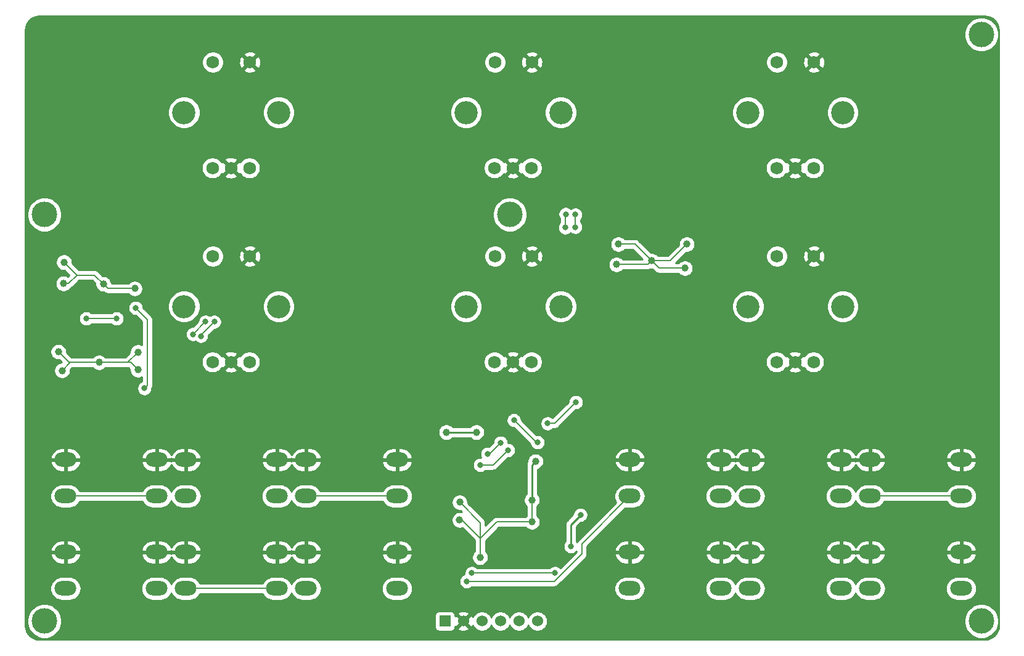
<source format=gbr>
G04 #@! TF.GenerationSoftware,KiCad,Pcbnew,(5.1.8)-1*
G04 #@! TF.CreationDate,2022-11-27T21:23:24+01:00*
G04 #@! TF.ProjectId,pfm3_ctrl,70666d33-5f63-4747-926c-2e6b69636164,rev?*
G04 #@! TF.SameCoordinates,Original*
G04 #@! TF.FileFunction,Copper,L2,Bot*
G04 #@! TF.FilePolarity,Positive*
%FSLAX46Y46*%
G04 Gerber Fmt 4.6, Leading zero omitted, Abs format (unit mm)*
G04 Created by KiCad (PCBNEW (5.1.8)-1) date 2022-11-27 21:23:24*
%MOMM*%
%LPD*%
G01*
G04 APERTURE LIST*
G04 #@! TA.AperFunction,ComponentPad*
%ADD10C,1.524000*%
G04 #@! TD*
G04 #@! TA.AperFunction,ComponentPad*
%ADD11C,3.500000*%
G04 #@! TD*
G04 #@! TA.AperFunction,ComponentPad*
%ADD12R,1.524000X1.524000*%
G04 #@! TD*
G04 #@! TA.AperFunction,ComponentPad*
%ADD13C,1.750060*%
G04 #@! TD*
G04 #@! TA.AperFunction,ComponentPad*
%ADD14C,3.200400*%
G04 #@! TD*
G04 #@! TA.AperFunction,ComponentPad*
%ADD15O,2.999740X1.998980*%
G04 #@! TD*
G04 #@! TA.AperFunction,ViaPad*
%ADD16C,1.000000*%
G04 #@! TD*
G04 #@! TA.AperFunction,ViaPad*
%ADD17C,0.800000*%
G04 #@! TD*
G04 #@! TA.AperFunction,Conductor*
%ADD18C,0.200000*%
G04 #@! TD*
G04 #@! TA.AperFunction,Conductor*
%ADD19C,0.250000*%
G04 #@! TD*
G04 #@! TA.AperFunction,Conductor*
%ADD20C,0.254000*%
G04 #@! TD*
G04 #@! TA.AperFunction,Conductor*
%ADD21C,0.150000*%
G04 #@! TD*
G04 APERTURE END LIST*
D10*
X139192000Y-117475000D03*
D11*
X135382000Y-61595000D03*
X200152000Y-36830000D03*
X71501000Y-61595000D03*
X200152000Y-117475000D03*
X71501000Y-117475000D03*
D10*
X136652000Y-117475000D03*
X134112000Y-117475000D03*
X131572000Y-117475000D03*
X129032000Y-117475000D03*
D12*
X126492000Y-117475000D03*
D13*
X172085000Y-67310000D03*
X177165000Y-67310000D03*
D14*
X168125140Y-74231500D03*
X181124860Y-74231500D03*
D13*
X172021500Y-81851500D03*
X174561500Y-81851500D03*
X177101500Y-81851500D03*
X133350000Y-67310000D03*
X138430000Y-67310000D03*
D14*
X129390140Y-74231500D03*
X142389860Y-74231500D03*
D13*
X133286500Y-81851500D03*
X135826500Y-81851500D03*
X138366500Y-81851500D03*
X94615000Y-67310000D03*
X99695000Y-67310000D03*
D14*
X90655140Y-74231500D03*
X103654860Y-74231500D03*
D13*
X94551500Y-81851500D03*
X97091500Y-81851500D03*
X99631500Y-81851500D03*
X172085000Y-40640000D03*
X177165000Y-40640000D03*
D14*
X168125140Y-47561500D03*
X181124860Y-47561500D03*
D13*
X172021500Y-55181500D03*
X174561500Y-55181500D03*
X177101500Y-55181500D03*
X133350000Y-40640000D03*
X138430000Y-40640000D03*
D14*
X129390140Y-47561500D03*
X142389860Y-47561500D03*
D13*
X133286500Y-55181500D03*
X135826500Y-55181500D03*
X138366500Y-55181500D03*
X94615000Y-40640000D03*
X99695000Y-40640000D03*
D14*
X90655140Y-47561500D03*
X103654860Y-47561500D03*
D13*
X94551500Y-55181500D03*
X97091500Y-55181500D03*
X99631500Y-55181500D03*
D15*
X184884060Y-100289360D03*
X197385940Y-100289360D03*
X197385940Y-95290640D03*
X184884060Y-95290640D03*
X151864060Y-100289360D03*
X164365940Y-100289360D03*
X164365940Y-95290640D03*
X151864060Y-95290640D03*
X184884060Y-112989360D03*
X197385940Y-112989360D03*
X197385940Y-107990640D03*
X184884060Y-107990640D03*
X168374060Y-112989360D03*
X180875940Y-112989360D03*
X180875940Y-107990640D03*
X168374060Y-107990640D03*
X151864060Y-112989360D03*
X164365940Y-112989360D03*
X164365940Y-107990640D03*
X151864060Y-107990640D03*
X168374060Y-100289360D03*
X180875940Y-100289360D03*
X180875940Y-95290640D03*
X168374060Y-95290640D03*
X107414060Y-112989360D03*
X119915940Y-112989360D03*
X119915940Y-107990640D03*
X107414060Y-107990640D03*
X90904060Y-112989360D03*
X103405940Y-112989360D03*
X103405940Y-107990640D03*
X90904060Y-107990640D03*
X74394060Y-112989360D03*
X86895940Y-112989360D03*
X86895940Y-107990640D03*
X74394060Y-107990640D03*
X107414060Y-100289360D03*
X119915940Y-100289360D03*
X119915940Y-95290640D03*
X107414060Y-95290640D03*
X90904060Y-100289360D03*
X103405940Y-100289360D03*
X103405940Y-95290640D03*
X90904060Y-95290640D03*
X74394060Y-100289360D03*
X86895940Y-100289360D03*
X86895940Y-95290640D03*
X74394060Y-95290640D03*
D16*
X140462000Y-97790000D03*
X73406000Y-88519000D03*
X83820000Y-76835000D03*
X148272500Y-71755000D03*
X83883500Y-65289010D03*
X72834500Y-74803000D03*
X129475635Y-106358827D03*
X157543500Y-61531498D03*
X136779000Y-84645500D03*
X78994000Y-81915000D03*
X84328000Y-80483000D03*
X84328000Y-82931000D03*
X73414389Y-80446147D03*
X73914000Y-83023000D03*
X138430000Y-100838000D03*
X138445548Y-103838286D03*
X128496540Y-103569030D03*
X128508452Y-101139714D03*
X150304500Y-65659000D03*
X159702500Y-65659000D03*
X159448500Y-68961000D03*
X150050500Y-68453000D03*
X154876500Y-67945000D03*
X74168000Y-68135500D03*
X74104500Y-71056500D03*
X83883500Y-71755000D03*
X131318014Y-108712000D03*
X138938000Y-95504000D03*
X79565500Y-71120000D03*
X126682500Y-91503500D03*
X130810000Y-91503500D03*
D17*
X85217000Y-85471000D03*
X84010500Y-74422000D03*
X134112000Y-92964000D03*
X132333999Y-94488001D03*
X131318010Y-96012000D03*
X135128000Y-93980000D03*
X129476500Y-112014000D03*
X94805500Y-76325490D03*
X92964000Y-78295500D03*
X93599000Y-76325490D03*
X91884500Y-78041500D03*
X144399000Y-61595000D03*
X144399000Y-63311000D03*
X143002000Y-63373000D03*
X143065500Y-61531500D03*
X130175000Y-110871000D03*
X141605000Y-110871000D03*
X81407000Y-75882500D03*
X77216000Y-75882500D03*
X144462500Y-87376000D03*
X140589000Y-90297000D03*
X143764000Y-107188000D03*
X135953500Y-89852500D03*
X145097500Y-102870000D03*
X139192000Y-92900500D03*
D18*
X78994000Y-81915000D02*
X82896000Y-81915000D01*
X82896000Y-81915000D02*
X84328000Y-80483000D01*
X78994000Y-81915000D02*
X83312000Y-81915000D01*
X83312000Y-81915000D02*
X84328000Y-82931000D01*
X78994000Y-81915000D02*
X74883242Y-81915000D01*
X74883242Y-81915000D02*
X73414389Y-80446147D01*
X78994000Y-81915000D02*
X75022000Y-81915000D01*
X75022000Y-81915000D02*
X73914000Y-83023000D01*
X159702500Y-65659000D02*
X157416500Y-67945000D01*
X154368500Y-68453000D02*
X154876500Y-67945000D01*
X157416500Y-67945000D02*
X154876500Y-67945000D01*
X150050500Y-68453000D02*
X154368500Y-68453000D01*
X152590500Y-65659000D02*
X154876500Y-67945000D01*
X159448500Y-68961000D02*
X155892500Y-68961000D01*
X150304500Y-65659000D02*
X152590500Y-65659000D01*
X155892500Y-68961000D02*
X154876500Y-67945000D01*
X75946000Y-69913500D02*
X74168000Y-68135500D01*
X74803000Y-71056500D02*
X74104500Y-71056500D01*
X75946000Y-69913500D02*
X74803000Y-71056500D01*
X128816022Y-103569030D02*
X131338718Y-106091726D01*
X131318014Y-107949986D02*
X131318014Y-108712000D01*
X131318014Y-103949276D02*
X131318014Y-108712000D01*
X128508452Y-101139714D02*
X131318014Y-103949276D01*
X131338718Y-106091726D02*
X131338718Y-108691296D01*
X131338718Y-108691296D02*
X131318014Y-108712000D01*
X133592158Y-103838286D02*
X131338718Y-106091726D01*
X128496540Y-103569030D02*
X128816022Y-103569030D01*
X138445548Y-103838286D02*
X133592158Y-103838286D01*
X138430000Y-103822738D02*
X138445548Y-103838286D01*
X138430000Y-100838000D02*
X138430000Y-103822738D01*
D19*
X138430000Y-96012000D02*
X138938000Y-95504000D01*
X138430000Y-100838000D02*
X138430000Y-96012000D01*
D18*
X78359000Y-69913500D02*
X79565500Y-71120000D01*
X80200500Y-71755000D02*
X79565500Y-71120000D01*
X83883500Y-71755000D02*
X80200500Y-71755000D01*
X75946000Y-69913500D02*
X78359000Y-69913500D01*
D19*
X130810000Y-91503500D02*
X126682500Y-91503500D01*
D18*
X85616999Y-76028499D02*
X84010500Y-74422000D01*
X85616999Y-85071001D02*
X85616999Y-76028499D01*
X85217000Y-85471000D02*
X85616999Y-85071001D01*
X132587999Y-94488001D02*
X132333999Y-94488001D01*
X134112000Y-92964000D02*
X132587999Y-94488001D01*
X131318010Y-96012000D02*
X133096000Y-96012000D01*
X133096000Y-96012000D02*
X135128000Y-93980000D01*
X74394060Y-100289360D02*
X86895940Y-100289360D01*
X141498002Y-112014000D02*
X145288000Y-108224002D01*
X129476500Y-112014000D02*
X141498002Y-112014000D01*
X145288000Y-106865420D02*
X151864060Y-100289360D01*
X145288000Y-108224002D02*
X145288000Y-106865420D01*
X94805500Y-76325490D02*
X92964000Y-78166990D01*
X92964000Y-78166990D02*
X92964000Y-78295500D01*
X91884500Y-78039990D02*
X91884500Y-78041500D01*
X93599000Y-76325490D02*
X91884500Y-78039990D01*
X144399000Y-61595000D02*
X144399000Y-63311000D01*
X143002000Y-61595000D02*
X143065500Y-61531500D01*
X143002000Y-63373000D02*
X143002000Y-61595000D01*
X184884060Y-100289360D02*
X197385940Y-100289360D01*
X107414060Y-100289360D02*
X119915940Y-100289360D01*
X90904060Y-112989360D02*
X103405940Y-112989360D01*
X130175000Y-110871000D02*
X141605000Y-110871000D01*
X81407000Y-75882500D02*
X77216000Y-75882500D01*
X141541500Y-90297000D02*
X140589000Y-90297000D01*
X144462500Y-87376000D02*
X141541500Y-90297000D01*
D19*
X143764000Y-104203500D02*
X145097500Y-102870000D01*
X143764000Y-107188000D02*
X143764000Y-104203500D01*
D18*
X139001500Y-92900500D02*
X139192000Y-92900500D01*
X135953500Y-89852500D02*
X139001500Y-92900500D01*
D20*
X201024545Y-34353909D02*
X201375208Y-34459780D01*
X201698625Y-34631744D01*
X201982484Y-34863254D01*
X202215965Y-35145486D01*
X202390183Y-35467695D01*
X202498502Y-35817614D01*
X202540001Y-36212452D01*
X202540000Y-118077721D01*
X202501091Y-118474545D01*
X202395220Y-118825206D01*
X202223257Y-119148623D01*
X201991748Y-119432482D01*
X201709514Y-119665965D01*
X201387304Y-119840184D01*
X201037385Y-119948502D01*
X200642557Y-119990000D01*
X70771279Y-119990000D01*
X70374455Y-119951091D01*
X70023794Y-119845220D01*
X69700377Y-119673257D01*
X69416518Y-119441748D01*
X69183035Y-119159514D01*
X69008816Y-118837304D01*
X68900498Y-118487385D01*
X68859000Y-118092557D01*
X68859000Y-117240098D01*
X69116000Y-117240098D01*
X69116000Y-117709902D01*
X69207654Y-118170679D01*
X69387440Y-118604721D01*
X69648450Y-118995349D01*
X69980651Y-119327550D01*
X70371279Y-119588560D01*
X70805321Y-119768346D01*
X71266098Y-119860000D01*
X71735902Y-119860000D01*
X72196679Y-119768346D01*
X72630721Y-119588560D01*
X73021349Y-119327550D01*
X73353550Y-118995349D01*
X73614560Y-118604721D01*
X73794346Y-118170679D01*
X73886000Y-117709902D01*
X73886000Y-117240098D01*
X73794346Y-116779321D01*
X73766875Y-116713000D01*
X125091928Y-116713000D01*
X125091928Y-118237000D01*
X125104188Y-118361482D01*
X125140498Y-118481180D01*
X125199463Y-118591494D01*
X125278815Y-118688185D01*
X125375506Y-118767537D01*
X125485820Y-118826502D01*
X125605518Y-118862812D01*
X125730000Y-118875072D01*
X127254000Y-118875072D01*
X127378482Y-118862812D01*
X127498180Y-118826502D01*
X127608494Y-118767537D01*
X127705185Y-118688185D01*
X127784537Y-118591494D01*
X127843502Y-118481180D01*
X127855822Y-118440565D01*
X128246040Y-118440565D01*
X128313020Y-118680656D01*
X128562048Y-118797756D01*
X128829135Y-118864023D01*
X129104017Y-118876910D01*
X129376133Y-118835922D01*
X129635023Y-118742636D01*
X129750980Y-118680656D01*
X129817960Y-118440565D01*
X129032000Y-117654605D01*
X128246040Y-118440565D01*
X127855822Y-118440565D01*
X127879812Y-118361482D01*
X127892072Y-118237000D01*
X127892072Y-118212317D01*
X128066435Y-118260960D01*
X128852395Y-117475000D01*
X129211605Y-117475000D01*
X129997565Y-118260960D01*
X130237656Y-118193980D01*
X130301485Y-118058240D01*
X130333995Y-118136727D01*
X130486880Y-118365535D01*
X130681465Y-118560120D01*
X130910273Y-118713005D01*
X131164510Y-118818314D01*
X131434408Y-118872000D01*
X131709592Y-118872000D01*
X131979490Y-118818314D01*
X132233727Y-118713005D01*
X132462535Y-118560120D01*
X132657120Y-118365535D01*
X132810005Y-118136727D01*
X132842000Y-118059485D01*
X132873995Y-118136727D01*
X133026880Y-118365535D01*
X133221465Y-118560120D01*
X133450273Y-118713005D01*
X133704510Y-118818314D01*
X133974408Y-118872000D01*
X134249592Y-118872000D01*
X134519490Y-118818314D01*
X134773727Y-118713005D01*
X135002535Y-118560120D01*
X135197120Y-118365535D01*
X135350005Y-118136727D01*
X135382000Y-118059485D01*
X135413995Y-118136727D01*
X135566880Y-118365535D01*
X135761465Y-118560120D01*
X135990273Y-118713005D01*
X136244510Y-118818314D01*
X136514408Y-118872000D01*
X136789592Y-118872000D01*
X137059490Y-118818314D01*
X137313727Y-118713005D01*
X137542535Y-118560120D01*
X137737120Y-118365535D01*
X137890005Y-118136727D01*
X137922000Y-118059485D01*
X137953995Y-118136727D01*
X138106880Y-118365535D01*
X138301465Y-118560120D01*
X138530273Y-118713005D01*
X138784510Y-118818314D01*
X139054408Y-118872000D01*
X139329592Y-118872000D01*
X139599490Y-118818314D01*
X139853727Y-118713005D01*
X140082535Y-118560120D01*
X140277120Y-118365535D01*
X140430005Y-118136727D01*
X140535314Y-117882490D01*
X140589000Y-117612592D01*
X140589000Y-117337408D01*
X140569644Y-117240098D01*
X197767000Y-117240098D01*
X197767000Y-117709902D01*
X197858654Y-118170679D01*
X198038440Y-118604721D01*
X198299450Y-118995349D01*
X198631651Y-119327550D01*
X199022279Y-119588560D01*
X199456321Y-119768346D01*
X199917098Y-119860000D01*
X200386902Y-119860000D01*
X200847679Y-119768346D01*
X201281721Y-119588560D01*
X201672349Y-119327550D01*
X202004550Y-118995349D01*
X202265560Y-118604721D01*
X202445346Y-118170679D01*
X202537000Y-117709902D01*
X202537000Y-117240098D01*
X202445346Y-116779321D01*
X202265560Y-116345279D01*
X202004550Y-115954651D01*
X201672349Y-115622450D01*
X201281721Y-115361440D01*
X200847679Y-115181654D01*
X200386902Y-115090000D01*
X199917098Y-115090000D01*
X199456321Y-115181654D01*
X199022279Y-115361440D01*
X198631651Y-115622450D01*
X198299450Y-115954651D01*
X198038440Y-116345279D01*
X197858654Y-116779321D01*
X197767000Y-117240098D01*
X140569644Y-117240098D01*
X140535314Y-117067510D01*
X140430005Y-116813273D01*
X140277120Y-116584465D01*
X140082535Y-116389880D01*
X139853727Y-116236995D01*
X139599490Y-116131686D01*
X139329592Y-116078000D01*
X139054408Y-116078000D01*
X138784510Y-116131686D01*
X138530273Y-116236995D01*
X138301465Y-116389880D01*
X138106880Y-116584465D01*
X137953995Y-116813273D01*
X137922000Y-116890515D01*
X137890005Y-116813273D01*
X137737120Y-116584465D01*
X137542535Y-116389880D01*
X137313727Y-116236995D01*
X137059490Y-116131686D01*
X136789592Y-116078000D01*
X136514408Y-116078000D01*
X136244510Y-116131686D01*
X135990273Y-116236995D01*
X135761465Y-116389880D01*
X135566880Y-116584465D01*
X135413995Y-116813273D01*
X135382000Y-116890515D01*
X135350005Y-116813273D01*
X135197120Y-116584465D01*
X135002535Y-116389880D01*
X134773727Y-116236995D01*
X134519490Y-116131686D01*
X134249592Y-116078000D01*
X133974408Y-116078000D01*
X133704510Y-116131686D01*
X133450273Y-116236995D01*
X133221465Y-116389880D01*
X133026880Y-116584465D01*
X132873995Y-116813273D01*
X132842000Y-116890515D01*
X132810005Y-116813273D01*
X132657120Y-116584465D01*
X132462535Y-116389880D01*
X132233727Y-116236995D01*
X131979490Y-116131686D01*
X131709592Y-116078000D01*
X131434408Y-116078000D01*
X131164510Y-116131686D01*
X130910273Y-116236995D01*
X130681465Y-116389880D01*
X130486880Y-116584465D01*
X130333995Y-116813273D01*
X130304308Y-116884943D01*
X130299636Y-116871977D01*
X130237656Y-116756020D01*
X129997565Y-116689040D01*
X129211605Y-117475000D01*
X128852395Y-117475000D01*
X128066435Y-116689040D01*
X127892072Y-116737683D01*
X127892072Y-116713000D01*
X127879812Y-116588518D01*
X127855823Y-116509435D01*
X128246040Y-116509435D01*
X129032000Y-117295395D01*
X129817960Y-116509435D01*
X129750980Y-116269344D01*
X129501952Y-116152244D01*
X129234865Y-116085977D01*
X128959983Y-116073090D01*
X128687867Y-116114078D01*
X128428977Y-116207364D01*
X128313020Y-116269344D01*
X128246040Y-116509435D01*
X127855823Y-116509435D01*
X127843502Y-116468820D01*
X127784537Y-116358506D01*
X127705185Y-116261815D01*
X127608494Y-116182463D01*
X127498180Y-116123498D01*
X127378482Y-116087188D01*
X127254000Y-116074928D01*
X125730000Y-116074928D01*
X125605518Y-116087188D01*
X125485820Y-116123498D01*
X125375506Y-116182463D01*
X125278815Y-116261815D01*
X125199463Y-116358506D01*
X125140498Y-116468820D01*
X125104188Y-116588518D01*
X125091928Y-116713000D01*
X73766875Y-116713000D01*
X73614560Y-116345279D01*
X73353550Y-115954651D01*
X73021349Y-115622450D01*
X72630721Y-115361440D01*
X72196679Y-115181654D01*
X71735902Y-115090000D01*
X71266098Y-115090000D01*
X70805321Y-115181654D01*
X70371279Y-115361440D01*
X69980651Y-115622450D01*
X69648450Y-115954651D01*
X69387440Y-116345279D01*
X69207654Y-116779321D01*
X69116000Y-117240098D01*
X68859000Y-117240098D01*
X68859000Y-112989360D01*
X72251282Y-112989360D01*
X72282840Y-113309776D01*
X72376302Y-113617879D01*
X72528076Y-113901827D01*
X72732329Y-114150711D01*
X72981213Y-114354964D01*
X73265161Y-114506738D01*
X73573264Y-114600200D01*
X73813388Y-114623850D01*
X74974732Y-114623850D01*
X75214856Y-114600200D01*
X75522959Y-114506738D01*
X75806907Y-114354964D01*
X76055791Y-114150711D01*
X76260044Y-113901827D01*
X76411818Y-113617879D01*
X76505280Y-113309776D01*
X76536838Y-112989360D01*
X84753162Y-112989360D01*
X84784720Y-113309776D01*
X84878182Y-113617879D01*
X85029956Y-113901827D01*
X85234209Y-114150711D01*
X85483093Y-114354964D01*
X85767041Y-114506738D01*
X86075144Y-114600200D01*
X86315268Y-114623850D01*
X87476612Y-114623850D01*
X87716736Y-114600200D01*
X88024839Y-114506738D01*
X88308787Y-114354964D01*
X88557671Y-114150711D01*
X88761924Y-113901827D01*
X88900000Y-113643506D01*
X89038076Y-113901827D01*
X89242329Y-114150711D01*
X89491213Y-114354964D01*
X89775161Y-114506738D01*
X90083264Y-114600200D01*
X90323388Y-114623850D01*
X91484732Y-114623850D01*
X91724856Y-114600200D01*
X92032959Y-114506738D01*
X92316907Y-114354964D01*
X92565791Y-114150711D01*
X92770044Y-113901827D01*
X92864902Y-113724360D01*
X101445098Y-113724360D01*
X101539956Y-113901827D01*
X101744209Y-114150711D01*
X101993093Y-114354964D01*
X102277041Y-114506738D01*
X102585144Y-114600200D01*
X102825268Y-114623850D01*
X103986612Y-114623850D01*
X104226736Y-114600200D01*
X104534839Y-114506738D01*
X104818787Y-114354964D01*
X105067671Y-114150711D01*
X105271924Y-113901827D01*
X105410000Y-113643506D01*
X105548076Y-113901827D01*
X105752329Y-114150711D01*
X106001213Y-114354964D01*
X106285161Y-114506738D01*
X106593264Y-114600200D01*
X106833388Y-114623850D01*
X107994732Y-114623850D01*
X108234856Y-114600200D01*
X108542959Y-114506738D01*
X108826907Y-114354964D01*
X109075791Y-114150711D01*
X109280044Y-113901827D01*
X109431818Y-113617879D01*
X109525280Y-113309776D01*
X109556838Y-112989360D01*
X117773162Y-112989360D01*
X117804720Y-113309776D01*
X117898182Y-113617879D01*
X118049956Y-113901827D01*
X118254209Y-114150711D01*
X118503093Y-114354964D01*
X118787041Y-114506738D01*
X119095144Y-114600200D01*
X119335268Y-114623850D01*
X120496612Y-114623850D01*
X120736736Y-114600200D01*
X121044839Y-114506738D01*
X121328787Y-114354964D01*
X121577671Y-114150711D01*
X121781924Y-113901827D01*
X121933698Y-113617879D01*
X122027160Y-113309776D01*
X122058718Y-112989360D01*
X122027160Y-112668944D01*
X121933698Y-112360841D01*
X121781924Y-112076893D01*
X121646651Y-111912061D01*
X128441500Y-111912061D01*
X128441500Y-112115939D01*
X128481274Y-112315898D01*
X128559295Y-112504256D01*
X128672563Y-112673774D01*
X128816726Y-112817937D01*
X128986244Y-112931205D01*
X129174602Y-113009226D01*
X129374561Y-113049000D01*
X129578439Y-113049000D01*
X129778398Y-113009226D01*
X129826358Y-112989360D01*
X149721282Y-112989360D01*
X149752840Y-113309776D01*
X149846302Y-113617879D01*
X149998076Y-113901827D01*
X150202329Y-114150711D01*
X150451213Y-114354964D01*
X150735161Y-114506738D01*
X151043264Y-114600200D01*
X151283388Y-114623850D01*
X152444732Y-114623850D01*
X152684856Y-114600200D01*
X152992959Y-114506738D01*
X153276907Y-114354964D01*
X153525791Y-114150711D01*
X153730044Y-113901827D01*
X153881818Y-113617879D01*
X153975280Y-113309776D01*
X154006838Y-112989360D01*
X162223162Y-112989360D01*
X162254720Y-113309776D01*
X162348182Y-113617879D01*
X162499956Y-113901827D01*
X162704209Y-114150711D01*
X162953093Y-114354964D01*
X163237041Y-114506738D01*
X163545144Y-114600200D01*
X163785268Y-114623850D01*
X164946612Y-114623850D01*
X165186736Y-114600200D01*
X165494839Y-114506738D01*
X165778787Y-114354964D01*
X166027671Y-114150711D01*
X166231924Y-113901827D01*
X166370000Y-113643506D01*
X166508076Y-113901827D01*
X166712329Y-114150711D01*
X166961213Y-114354964D01*
X167245161Y-114506738D01*
X167553264Y-114600200D01*
X167793388Y-114623850D01*
X168954732Y-114623850D01*
X169194856Y-114600200D01*
X169502959Y-114506738D01*
X169786907Y-114354964D01*
X170035791Y-114150711D01*
X170240044Y-113901827D01*
X170391818Y-113617879D01*
X170485280Y-113309776D01*
X170516838Y-112989360D01*
X178733162Y-112989360D01*
X178764720Y-113309776D01*
X178858182Y-113617879D01*
X179009956Y-113901827D01*
X179214209Y-114150711D01*
X179463093Y-114354964D01*
X179747041Y-114506738D01*
X180055144Y-114600200D01*
X180295268Y-114623850D01*
X181456612Y-114623850D01*
X181696736Y-114600200D01*
X182004839Y-114506738D01*
X182288787Y-114354964D01*
X182537671Y-114150711D01*
X182741924Y-113901827D01*
X182880000Y-113643506D01*
X183018076Y-113901827D01*
X183222329Y-114150711D01*
X183471213Y-114354964D01*
X183755161Y-114506738D01*
X184063264Y-114600200D01*
X184303388Y-114623850D01*
X185464732Y-114623850D01*
X185704856Y-114600200D01*
X186012959Y-114506738D01*
X186296907Y-114354964D01*
X186545791Y-114150711D01*
X186750044Y-113901827D01*
X186901818Y-113617879D01*
X186995280Y-113309776D01*
X187026838Y-112989360D01*
X195243162Y-112989360D01*
X195274720Y-113309776D01*
X195368182Y-113617879D01*
X195519956Y-113901827D01*
X195724209Y-114150711D01*
X195973093Y-114354964D01*
X196257041Y-114506738D01*
X196565144Y-114600200D01*
X196805268Y-114623850D01*
X197966612Y-114623850D01*
X198206736Y-114600200D01*
X198514839Y-114506738D01*
X198798787Y-114354964D01*
X199047671Y-114150711D01*
X199251924Y-113901827D01*
X199403698Y-113617879D01*
X199497160Y-113309776D01*
X199528718Y-112989360D01*
X199497160Y-112668944D01*
X199403698Y-112360841D01*
X199251924Y-112076893D01*
X199047671Y-111828009D01*
X198798787Y-111623756D01*
X198514839Y-111471982D01*
X198206736Y-111378520D01*
X197966612Y-111354870D01*
X196805268Y-111354870D01*
X196565144Y-111378520D01*
X196257041Y-111471982D01*
X195973093Y-111623756D01*
X195724209Y-111828009D01*
X195519956Y-112076893D01*
X195368182Y-112360841D01*
X195274720Y-112668944D01*
X195243162Y-112989360D01*
X187026838Y-112989360D01*
X186995280Y-112668944D01*
X186901818Y-112360841D01*
X186750044Y-112076893D01*
X186545791Y-111828009D01*
X186296907Y-111623756D01*
X186012959Y-111471982D01*
X185704856Y-111378520D01*
X185464732Y-111354870D01*
X184303388Y-111354870D01*
X184063264Y-111378520D01*
X183755161Y-111471982D01*
X183471213Y-111623756D01*
X183222329Y-111828009D01*
X183018076Y-112076893D01*
X182880000Y-112335214D01*
X182741924Y-112076893D01*
X182537671Y-111828009D01*
X182288787Y-111623756D01*
X182004839Y-111471982D01*
X181696736Y-111378520D01*
X181456612Y-111354870D01*
X180295268Y-111354870D01*
X180055144Y-111378520D01*
X179747041Y-111471982D01*
X179463093Y-111623756D01*
X179214209Y-111828009D01*
X179009956Y-112076893D01*
X178858182Y-112360841D01*
X178764720Y-112668944D01*
X178733162Y-112989360D01*
X170516838Y-112989360D01*
X170485280Y-112668944D01*
X170391818Y-112360841D01*
X170240044Y-112076893D01*
X170035791Y-111828009D01*
X169786907Y-111623756D01*
X169502959Y-111471982D01*
X169194856Y-111378520D01*
X168954732Y-111354870D01*
X167793388Y-111354870D01*
X167553264Y-111378520D01*
X167245161Y-111471982D01*
X166961213Y-111623756D01*
X166712329Y-111828009D01*
X166508076Y-112076893D01*
X166370000Y-112335214D01*
X166231924Y-112076893D01*
X166027671Y-111828009D01*
X165778787Y-111623756D01*
X165494839Y-111471982D01*
X165186736Y-111378520D01*
X164946612Y-111354870D01*
X163785268Y-111354870D01*
X163545144Y-111378520D01*
X163237041Y-111471982D01*
X162953093Y-111623756D01*
X162704209Y-111828009D01*
X162499956Y-112076893D01*
X162348182Y-112360841D01*
X162254720Y-112668944D01*
X162223162Y-112989360D01*
X154006838Y-112989360D01*
X153975280Y-112668944D01*
X153881818Y-112360841D01*
X153730044Y-112076893D01*
X153525791Y-111828009D01*
X153276907Y-111623756D01*
X152992959Y-111471982D01*
X152684856Y-111378520D01*
X152444732Y-111354870D01*
X151283388Y-111354870D01*
X151043264Y-111378520D01*
X150735161Y-111471982D01*
X150451213Y-111623756D01*
X150202329Y-111828009D01*
X149998076Y-112076893D01*
X149846302Y-112360841D01*
X149752840Y-112668944D01*
X149721282Y-112989360D01*
X129826358Y-112989360D01*
X129966756Y-112931205D01*
X130136274Y-112817937D01*
X130205211Y-112749000D01*
X141461897Y-112749000D01*
X141498002Y-112752556D01*
X141534107Y-112749000D01*
X141642087Y-112738365D01*
X141780635Y-112696337D01*
X141908322Y-112628087D01*
X142020240Y-112536238D01*
X142043261Y-112508187D01*
X145782197Y-108769252D01*
X145810237Y-108746240D01*
X145833250Y-108718199D01*
X145833253Y-108718196D01*
X145902087Y-108634322D01*
X145970337Y-108506636D01*
X146011483Y-108370994D01*
X149774061Y-108370994D01*
X149805007Y-108498799D01*
X149934093Y-108793117D01*
X150118118Y-109056596D01*
X150350009Y-109279111D01*
X150620855Y-109452111D01*
X150920247Y-109568947D01*
X151236680Y-109625130D01*
X151737060Y-109625130D01*
X151737060Y-108117640D01*
X151991060Y-108117640D01*
X151991060Y-109625130D01*
X152491440Y-109625130D01*
X152807873Y-109568947D01*
X153107265Y-109452111D01*
X153378111Y-109279111D01*
X153610002Y-109056596D01*
X153794027Y-108793117D01*
X153923113Y-108498799D01*
X153954059Y-108370994D01*
X162275941Y-108370994D01*
X162306887Y-108498799D01*
X162435973Y-108793117D01*
X162619998Y-109056596D01*
X162851889Y-109279111D01*
X163122735Y-109452111D01*
X163422127Y-109568947D01*
X163738560Y-109625130D01*
X164238940Y-109625130D01*
X164238940Y-108117640D01*
X164492940Y-108117640D01*
X164492940Y-109625130D01*
X164993320Y-109625130D01*
X165309753Y-109568947D01*
X165609145Y-109452111D01*
X165879991Y-109279111D01*
X166111882Y-109056596D01*
X166295907Y-108793117D01*
X166370000Y-108624184D01*
X166444093Y-108793117D01*
X166628118Y-109056596D01*
X166860009Y-109279111D01*
X167130855Y-109452111D01*
X167430247Y-109568947D01*
X167746680Y-109625130D01*
X168247060Y-109625130D01*
X168247060Y-108117640D01*
X168501060Y-108117640D01*
X168501060Y-109625130D01*
X169001440Y-109625130D01*
X169317873Y-109568947D01*
X169617265Y-109452111D01*
X169888111Y-109279111D01*
X170120002Y-109056596D01*
X170304027Y-108793117D01*
X170433113Y-108498799D01*
X170464059Y-108370994D01*
X178785941Y-108370994D01*
X178816887Y-108498799D01*
X178945973Y-108793117D01*
X179129998Y-109056596D01*
X179361889Y-109279111D01*
X179632735Y-109452111D01*
X179932127Y-109568947D01*
X180248560Y-109625130D01*
X180748940Y-109625130D01*
X180748940Y-108117640D01*
X181002940Y-108117640D01*
X181002940Y-109625130D01*
X181503320Y-109625130D01*
X181819753Y-109568947D01*
X182119145Y-109452111D01*
X182389991Y-109279111D01*
X182621882Y-109056596D01*
X182805907Y-108793117D01*
X182880000Y-108624184D01*
X182954093Y-108793117D01*
X183138118Y-109056596D01*
X183370009Y-109279111D01*
X183640855Y-109452111D01*
X183940247Y-109568947D01*
X184256680Y-109625130D01*
X184757060Y-109625130D01*
X184757060Y-108117640D01*
X185011060Y-108117640D01*
X185011060Y-109625130D01*
X185511440Y-109625130D01*
X185827873Y-109568947D01*
X186127265Y-109452111D01*
X186398111Y-109279111D01*
X186630002Y-109056596D01*
X186814027Y-108793117D01*
X186943113Y-108498799D01*
X186974059Y-108370994D01*
X195295941Y-108370994D01*
X195326887Y-108498799D01*
X195455973Y-108793117D01*
X195639998Y-109056596D01*
X195871889Y-109279111D01*
X196142735Y-109452111D01*
X196442127Y-109568947D01*
X196758560Y-109625130D01*
X197258940Y-109625130D01*
X197258940Y-108117640D01*
X197512940Y-108117640D01*
X197512940Y-109625130D01*
X198013320Y-109625130D01*
X198329753Y-109568947D01*
X198629145Y-109452111D01*
X198899991Y-109279111D01*
X199131882Y-109056596D01*
X199315907Y-108793117D01*
X199444993Y-108498799D01*
X199475939Y-108370994D01*
X199356585Y-108117640D01*
X197512940Y-108117640D01*
X197258940Y-108117640D01*
X195415295Y-108117640D01*
X195295941Y-108370994D01*
X186974059Y-108370994D01*
X186854705Y-108117640D01*
X185011060Y-108117640D01*
X184757060Y-108117640D01*
X182913415Y-108117640D01*
X182880000Y-108188570D01*
X182846585Y-108117640D01*
X181002940Y-108117640D01*
X180748940Y-108117640D01*
X178905295Y-108117640D01*
X178785941Y-108370994D01*
X170464059Y-108370994D01*
X170344705Y-108117640D01*
X168501060Y-108117640D01*
X168247060Y-108117640D01*
X166403415Y-108117640D01*
X166370000Y-108188570D01*
X166336585Y-108117640D01*
X164492940Y-108117640D01*
X164238940Y-108117640D01*
X162395295Y-108117640D01*
X162275941Y-108370994D01*
X153954059Y-108370994D01*
X153834705Y-108117640D01*
X151991060Y-108117640D01*
X151737060Y-108117640D01*
X149893415Y-108117640D01*
X149774061Y-108370994D01*
X146011483Y-108370994D01*
X146012365Y-108368087D01*
X146026556Y-108224002D01*
X146023000Y-108187897D01*
X146023000Y-107610286D01*
X149774061Y-107610286D01*
X149893415Y-107863640D01*
X151737060Y-107863640D01*
X151737060Y-106356150D01*
X151991060Y-106356150D01*
X151991060Y-107863640D01*
X153834705Y-107863640D01*
X153954059Y-107610286D01*
X162275941Y-107610286D01*
X162395295Y-107863640D01*
X164238940Y-107863640D01*
X164238940Y-106356150D01*
X164492940Y-106356150D01*
X164492940Y-107863640D01*
X166336585Y-107863640D01*
X166370000Y-107792710D01*
X166403415Y-107863640D01*
X168247060Y-107863640D01*
X168247060Y-106356150D01*
X168501060Y-106356150D01*
X168501060Y-107863640D01*
X170344705Y-107863640D01*
X170464059Y-107610286D01*
X178785941Y-107610286D01*
X178905295Y-107863640D01*
X180748940Y-107863640D01*
X180748940Y-106356150D01*
X181002940Y-106356150D01*
X181002940Y-107863640D01*
X182846585Y-107863640D01*
X182880000Y-107792710D01*
X182913415Y-107863640D01*
X184757060Y-107863640D01*
X184757060Y-106356150D01*
X185011060Y-106356150D01*
X185011060Y-107863640D01*
X186854705Y-107863640D01*
X186974059Y-107610286D01*
X195295941Y-107610286D01*
X195415295Y-107863640D01*
X197258940Y-107863640D01*
X197258940Y-106356150D01*
X197512940Y-106356150D01*
X197512940Y-107863640D01*
X199356585Y-107863640D01*
X199475939Y-107610286D01*
X199444993Y-107482481D01*
X199315907Y-107188163D01*
X199131882Y-106924684D01*
X198899991Y-106702169D01*
X198629145Y-106529169D01*
X198329753Y-106412333D01*
X198013320Y-106356150D01*
X197512940Y-106356150D01*
X197258940Y-106356150D01*
X196758560Y-106356150D01*
X196442127Y-106412333D01*
X196142735Y-106529169D01*
X195871889Y-106702169D01*
X195639998Y-106924684D01*
X195455973Y-107188163D01*
X195326887Y-107482481D01*
X195295941Y-107610286D01*
X186974059Y-107610286D01*
X186943113Y-107482481D01*
X186814027Y-107188163D01*
X186630002Y-106924684D01*
X186398111Y-106702169D01*
X186127265Y-106529169D01*
X185827873Y-106412333D01*
X185511440Y-106356150D01*
X185011060Y-106356150D01*
X184757060Y-106356150D01*
X184256680Y-106356150D01*
X183940247Y-106412333D01*
X183640855Y-106529169D01*
X183370009Y-106702169D01*
X183138118Y-106924684D01*
X182954093Y-107188163D01*
X182880000Y-107357096D01*
X182805907Y-107188163D01*
X182621882Y-106924684D01*
X182389991Y-106702169D01*
X182119145Y-106529169D01*
X181819753Y-106412333D01*
X181503320Y-106356150D01*
X181002940Y-106356150D01*
X180748940Y-106356150D01*
X180248560Y-106356150D01*
X179932127Y-106412333D01*
X179632735Y-106529169D01*
X179361889Y-106702169D01*
X179129998Y-106924684D01*
X178945973Y-107188163D01*
X178816887Y-107482481D01*
X178785941Y-107610286D01*
X170464059Y-107610286D01*
X170433113Y-107482481D01*
X170304027Y-107188163D01*
X170120002Y-106924684D01*
X169888111Y-106702169D01*
X169617265Y-106529169D01*
X169317873Y-106412333D01*
X169001440Y-106356150D01*
X168501060Y-106356150D01*
X168247060Y-106356150D01*
X167746680Y-106356150D01*
X167430247Y-106412333D01*
X167130855Y-106529169D01*
X166860009Y-106702169D01*
X166628118Y-106924684D01*
X166444093Y-107188163D01*
X166370000Y-107357096D01*
X166295907Y-107188163D01*
X166111882Y-106924684D01*
X165879991Y-106702169D01*
X165609145Y-106529169D01*
X165309753Y-106412333D01*
X164993320Y-106356150D01*
X164492940Y-106356150D01*
X164238940Y-106356150D01*
X163738560Y-106356150D01*
X163422127Y-106412333D01*
X163122735Y-106529169D01*
X162851889Y-106702169D01*
X162619998Y-106924684D01*
X162435973Y-107188163D01*
X162306887Y-107482481D01*
X162275941Y-107610286D01*
X153954059Y-107610286D01*
X153923113Y-107482481D01*
X153794027Y-107188163D01*
X153610002Y-106924684D01*
X153378111Y-106702169D01*
X153107265Y-106529169D01*
X152807873Y-106412333D01*
X152491440Y-106356150D01*
X151991060Y-106356150D01*
X151737060Y-106356150D01*
X151236680Y-106356150D01*
X150920247Y-106412333D01*
X150620855Y-106529169D01*
X150350009Y-106702169D01*
X150118118Y-106924684D01*
X149934093Y-107188163D01*
X149805007Y-107482481D01*
X149774061Y-107610286D01*
X146023000Y-107610286D01*
X146023000Y-107169866D01*
X151270305Y-101922561D01*
X151283388Y-101923850D01*
X152444732Y-101923850D01*
X152684856Y-101900200D01*
X152992959Y-101806738D01*
X153276907Y-101654964D01*
X153525791Y-101450711D01*
X153730044Y-101201827D01*
X153881818Y-100917879D01*
X153975280Y-100609776D01*
X154006838Y-100289360D01*
X162223162Y-100289360D01*
X162254720Y-100609776D01*
X162348182Y-100917879D01*
X162499956Y-101201827D01*
X162704209Y-101450711D01*
X162953093Y-101654964D01*
X163237041Y-101806738D01*
X163545144Y-101900200D01*
X163785268Y-101923850D01*
X164946612Y-101923850D01*
X165186736Y-101900200D01*
X165494839Y-101806738D01*
X165778787Y-101654964D01*
X166027671Y-101450711D01*
X166231924Y-101201827D01*
X166370000Y-100943506D01*
X166508076Y-101201827D01*
X166712329Y-101450711D01*
X166961213Y-101654964D01*
X167245161Y-101806738D01*
X167553264Y-101900200D01*
X167793388Y-101923850D01*
X168954732Y-101923850D01*
X169194856Y-101900200D01*
X169502959Y-101806738D01*
X169786907Y-101654964D01*
X170035791Y-101450711D01*
X170240044Y-101201827D01*
X170391818Y-100917879D01*
X170485280Y-100609776D01*
X170516838Y-100289360D01*
X178733162Y-100289360D01*
X178764720Y-100609776D01*
X178858182Y-100917879D01*
X179009956Y-101201827D01*
X179214209Y-101450711D01*
X179463093Y-101654964D01*
X179747041Y-101806738D01*
X180055144Y-101900200D01*
X180295268Y-101923850D01*
X181456612Y-101923850D01*
X181696736Y-101900200D01*
X182004839Y-101806738D01*
X182288787Y-101654964D01*
X182537671Y-101450711D01*
X182741924Y-101201827D01*
X182880000Y-100943506D01*
X183018076Y-101201827D01*
X183222329Y-101450711D01*
X183471213Y-101654964D01*
X183755161Y-101806738D01*
X184063264Y-101900200D01*
X184303388Y-101923850D01*
X185464732Y-101923850D01*
X185704856Y-101900200D01*
X186012959Y-101806738D01*
X186296907Y-101654964D01*
X186545791Y-101450711D01*
X186750044Y-101201827D01*
X186844902Y-101024360D01*
X195425098Y-101024360D01*
X195519956Y-101201827D01*
X195724209Y-101450711D01*
X195973093Y-101654964D01*
X196257041Y-101806738D01*
X196565144Y-101900200D01*
X196805268Y-101923850D01*
X197966612Y-101923850D01*
X198206736Y-101900200D01*
X198514839Y-101806738D01*
X198798787Y-101654964D01*
X199047671Y-101450711D01*
X199251924Y-101201827D01*
X199403698Y-100917879D01*
X199497160Y-100609776D01*
X199528718Y-100289360D01*
X199497160Y-99968944D01*
X199403698Y-99660841D01*
X199251924Y-99376893D01*
X199047671Y-99128009D01*
X198798787Y-98923756D01*
X198514839Y-98771982D01*
X198206736Y-98678520D01*
X197966612Y-98654870D01*
X196805268Y-98654870D01*
X196565144Y-98678520D01*
X196257041Y-98771982D01*
X195973093Y-98923756D01*
X195724209Y-99128009D01*
X195519956Y-99376893D01*
X195425098Y-99554360D01*
X186844902Y-99554360D01*
X186750044Y-99376893D01*
X186545791Y-99128009D01*
X186296907Y-98923756D01*
X186012959Y-98771982D01*
X185704856Y-98678520D01*
X185464732Y-98654870D01*
X184303388Y-98654870D01*
X184063264Y-98678520D01*
X183755161Y-98771982D01*
X183471213Y-98923756D01*
X183222329Y-99128009D01*
X183018076Y-99376893D01*
X182880000Y-99635214D01*
X182741924Y-99376893D01*
X182537671Y-99128009D01*
X182288787Y-98923756D01*
X182004839Y-98771982D01*
X181696736Y-98678520D01*
X181456612Y-98654870D01*
X180295268Y-98654870D01*
X180055144Y-98678520D01*
X179747041Y-98771982D01*
X179463093Y-98923756D01*
X179214209Y-99128009D01*
X179009956Y-99376893D01*
X178858182Y-99660841D01*
X178764720Y-99968944D01*
X178733162Y-100289360D01*
X170516838Y-100289360D01*
X170485280Y-99968944D01*
X170391818Y-99660841D01*
X170240044Y-99376893D01*
X170035791Y-99128009D01*
X169786907Y-98923756D01*
X169502959Y-98771982D01*
X169194856Y-98678520D01*
X168954732Y-98654870D01*
X167793388Y-98654870D01*
X167553264Y-98678520D01*
X167245161Y-98771982D01*
X166961213Y-98923756D01*
X166712329Y-99128009D01*
X166508076Y-99376893D01*
X166370000Y-99635214D01*
X166231924Y-99376893D01*
X166027671Y-99128009D01*
X165778787Y-98923756D01*
X165494839Y-98771982D01*
X165186736Y-98678520D01*
X164946612Y-98654870D01*
X163785268Y-98654870D01*
X163545144Y-98678520D01*
X163237041Y-98771982D01*
X162953093Y-98923756D01*
X162704209Y-99128009D01*
X162499956Y-99376893D01*
X162348182Y-99660841D01*
X162254720Y-99968944D01*
X162223162Y-100289360D01*
X154006838Y-100289360D01*
X153975280Y-99968944D01*
X153881818Y-99660841D01*
X153730044Y-99376893D01*
X153525791Y-99128009D01*
X153276907Y-98923756D01*
X152992959Y-98771982D01*
X152684856Y-98678520D01*
X152444732Y-98654870D01*
X151283388Y-98654870D01*
X151043264Y-98678520D01*
X150735161Y-98771982D01*
X150451213Y-98923756D01*
X150202329Y-99128009D01*
X149998076Y-99376893D01*
X149846302Y-99660841D01*
X149752840Y-99968944D01*
X149721282Y-100289360D01*
X149752840Y-100609776D01*
X149846302Y-100917879D01*
X149968144Y-101145829D01*
X144793808Y-106320166D01*
X144765763Y-106343182D01*
X144673914Y-106455100D01*
X144605664Y-106582787D01*
X144605267Y-106584095D01*
X144567937Y-106528226D01*
X144524000Y-106484289D01*
X144524000Y-104518301D01*
X145137302Y-103905000D01*
X145199439Y-103905000D01*
X145399398Y-103865226D01*
X145587756Y-103787205D01*
X145757274Y-103673937D01*
X145901437Y-103529774D01*
X146014705Y-103360256D01*
X146092726Y-103171898D01*
X146132500Y-102971939D01*
X146132500Y-102768061D01*
X146092726Y-102568102D01*
X146014705Y-102379744D01*
X145901437Y-102210226D01*
X145757274Y-102066063D01*
X145587756Y-101952795D01*
X145399398Y-101874774D01*
X145199439Y-101835000D01*
X144995561Y-101835000D01*
X144795602Y-101874774D01*
X144607244Y-101952795D01*
X144437726Y-102066063D01*
X144293563Y-102210226D01*
X144180295Y-102379744D01*
X144102274Y-102568102D01*
X144062500Y-102768061D01*
X144062500Y-102830198D01*
X143252998Y-103639701D01*
X143224000Y-103663499D01*
X143200202Y-103692497D01*
X143200201Y-103692498D01*
X143129026Y-103779224D01*
X143058454Y-103911254D01*
X143028180Y-104011058D01*
X143014998Y-104054514D01*
X143004001Y-104166167D01*
X143000324Y-104203500D01*
X143004001Y-104240832D01*
X143004000Y-106484289D01*
X142960063Y-106528226D01*
X142846795Y-106697744D01*
X142768774Y-106886102D01*
X142729000Y-107086061D01*
X142729000Y-107289939D01*
X142768774Y-107489898D01*
X142846795Y-107678256D01*
X142960063Y-107847774D01*
X143104226Y-107991937D01*
X143273744Y-108105205D01*
X143462102Y-108183226D01*
X143662061Y-108223000D01*
X143865939Y-108223000D01*
X144065898Y-108183226D01*
X144254256Y-108105205D01*
X144423774Y-107991937D01*
X144553000Y-107862711D01*
X144553000Y-107919555D01*
X142335133Y-110137422D01*
X142264774Y-110067063D01*
X142095256Y-109953795D01*
X141906898Y-109875774D01*
X141706939Y-109836000D01*
X141503061Y-109836000D01*
X141303102Y-109875774D01*
X141114744Y-109953795D01*
X140945226Y-110067063D01*
X140876289Y-110136000D01*
X130903711Y-110136000D01*
X130834774Y-110067063D01*
X130665256Y-109953795D01*
X130476898Y-109875774D01*
X130276939Y-109836000D01*
X130073061Y-109836000D01*
X129873102Y-109875774D01*
X129684744Y-109953795D01*
X129515226Y-110067063D01*
X129371063Y-110211226D01*
X129257795Y-110380744D01*
X129179774Y-110569102D01*
X129140000Y-110769061D01*
X129140000Y-110972939D01*
X129151057Y-111028527D01*
X128986244Y-111096795D01*
X128816726Y-111210063D01*
X128672563Y-111354226D01*
X128559295Y-111523744D01*
X128481274Y-111712102D01*
X128441500Y-111912061D01*
X121646651Y-111912061D01*
X121577671Y-111828009D01*
X121328787Y-111623756D01*
X121044839Y-111471982D01*
X120736736Y-111378520D01*
X120496612Y-111354870D01*
X119335268Y-111354870D01*
X119095144Y-111378520D01*
X118787041Y-111471982D01*
X118503093Y-111623756D01*
X118254209Y-111828009D01*
X118049956Y-112076893D01*
X117898182Y-112360841D01*
X117804720Y-112668944D01*
X117773162Y-112989360D01*
X109556838Y-112989360D01*
X109525280Y-112668944D01*
X109431818Y-112360841D01*
X109280044Y-112076893D01*
X109075791Y-111828009D01*
X108826907Y-111623756D01*
X108542959Y-111471982D01*
X108234856Y-111378520D01*
X107994732Y-111354870D01*
X106833388Y-111354870D01*
X106593264Y-111378520D01*
X106285161Y-111471982D01*
X106001213Y-111623756D01*
X105752329Y-111828009D01*
X105548076Y-112076893D01*
X105410000Y-112335214D01*
X105271924Y-112076893D01*
X105067671Y-111828009D01*
X104818787Y-111623756D01*
X104534839Y-111471982D01*
X104226736Y-111378520D01*
X103986612Y-111354870D01*
X102825268Y-111354870D01*
X102585144Y-111378520D01*
X102277041Y-111471982D01*
X101993093Y-111623756D01*
X101744209Y-111828009D01*
X101539956Y-112076893D01*
X101445098Y-112254360D01*
X92864902Y-112254360D01*
X92770044Y-112076893D01*
X92565791Y-111828009D01*
X92316907Y-111623756D01*
X92032959Y-111471982D01*
X91724856Y-111378520D01*
X91484732Y-111354870D01*
X90323388Y-111354870D01*
X90083264Y-111378520D01*
X89775161Y-111471982D01*
X89491213Y-111623756D01*
X89242329Y-111828009D01*
X89038076Y-112076893D01*
X88900000Y-112335214D01*
X88761924Y-112076893D01*
X88557671Y-111828009D01*
X88308787Y-111623756D01*
X88024839Y-111471982D01*
X87716736Y-111378520D01*
X87476612Y-111354870D01*
X86315268Y-111354870D01*
X86075144Y-111378520D01*
X85767041Y-111471982D01*
X85483093Y-111623756D01*
X85234209Y-111828009D01*
X85029956Y-112076893D01*
X84878182Y-112360841D01*
X84784720Y-112668944D01*
X84753162Y-112989360D01*
X76536838Y-112989360D01*
X76505280Y-112668944D01*
X76411818Y-112360841D01*
X76260044Y-112076893D01*
X76055791Y-111828009D01*
X75806907Y-111623756D01*
X75522959Y-111471982D01*
X75214856Y-111378520D01*
X74974732Y-111354870D01*
X73813388Y-111354870D01*
X73573264Y-111378520D01*
X73265161Y-111471982D01*
X72981213Y-111623756D01*
X72732329Y-111828009D01*
X72528076Y-112076893D01*
X72376302Y-112360841D01*
X72282840Y-112668944D01*
X72251282Y-112989360D01*
X68859000Y-112989360D01*
X68859000Y-108370994D01*
X72304061Y-108370994D01*
X72335007Y-108498799D01*
X72464093Y-108793117D01*
X72648118Y-109056596D01*
X72880009Y-109279111D01*
X73150855Y-109452111D01*
X73450247Y-109568947D01*
X73766680Y-109625130D01*
X74267060Y-109625130D01*
X74267060Y-108117640D01*
X74521060Y-108117640D01*
X74521060Y-109625130D01*
X75021440Y-109625130D01*
X75337873Y-109568947D01*
X75637265Y-109452111D01*
X75908111Y-109279111D01*
X76140002Y-109056596D01*
X76324027Y-108793117D01*
X76453113Y-108498799D01*
X76484059Y-108370994D01*
X84805941Y-108370994D01*
X84836887Y-108498799D01*
X84965973Y-108793117D01*
X85149998Y-109056596D01*
X85381889Y-109279111D01*
X85652735Y-109452111D01*
X85952127Y-109568947D01*
X86268560Y-109625130D01*
X86768940Y-109625130D01*
X86768940Y-108117640D01*
X87022940Y-108117640D01*
X87022940Y-109625130D01*
X87523320Y-109625130D01*
X87839753Y-109568947D01*
X88139145Y-109452111D01*
X88409991Y-109279111D01*
X88641882Y-109056596D01*
X88825907Y-108793117D01*
X88900000Y-108624184D01*
X88974093Y-108793117D01*
X89158118Y-109056596D01*
X89390009Y-109279111D01*
X89660855Y-109452111D01*
X89960247Y-109568947D01*
X90276680Y-109625130D01*
X90777060Y-109625130D01*
X90777060Y-108117640D01*
X91031060Y-108117640D01*
X91031060Y-109625130D01*
X91531440Y-109625130D01*
X91847873Y-109568947D01*
X92147265Y-109452111D01*
X92418111Y-109279111D01*
X92650002Y-109056596D01*
X92834027Y-108793117D01*
X92963113Y-108498799D01*
X92994059Y-108370994D01*
X101315941Y-108370994D01*
X101346887Y-108498799D01*
X101475973Y-108793117D01*
X101659998Y-109056596D01*
X101891889Y-109279111D01*
X102162735Y-109452111D01*
X102462127Y-109568947D01*
X102778560Y-109625130D01*
X103278940Y-109625130D01*
X103278940Y-108117640D01*
X103532940Y-108117640D01*
X103532940Y-109625130D01*
X104033320Y-109625130D01*
X104349753Y-109568947D01*
X104649145Y-109452111D01*
X104919991Y-109279111D01*
X105151882Y-109056596D01*
X105335907Y-108793117D01*
X105410000Y-108624184D01*
X105484093Y-108793117D01*
X105668118Y-109056596D01*
X105900009Y-109279111D01*
X106170855Y-109452111D01*
X106470247Y-109568947D01*
X106786680Y-109625130D01*
X107287060Y-109625130D01*
X107287060Y-108117640D01*
X107541060Y-108117640D01*
X107541060Y-109625130D01*
X108041440Y-109625130D01*
X108357873Y-109568947D01*
X108657265Y-109452111D01*
X108928111Y-109279111D01*
X109160002Y-109056596D01*
X109344027Y-108793117D01*
X109473113Y-108498799D01*
X109504059Y-108370994D01*
X117825941Y-108370994D01*
X117856887Y-108498799D01*
X117985973Y-108793117D01*
X118169998Y-109056596D01*
X118401889Y-109279111D01*
X118672735Y-109452111D01*
X118972127Y-109568947D01*
X119288560Y-109625130D01*
X119788940Y-109625130D01*
X119788940Y-108117640D01*
X120042940Y-108117640D01*
X120042940Y-109625130D01*
X120543320Y-109625130D01*
X120859753Y-109568947D01*
X121159145Y-109452111D01*
X121429991Y-109279111D01*
X121661882Y-109056596D01*
X121845907Y-108793117D01*
X121974993Y-108498799D01*
X122005939Y-108370994D01*
X121886585Y-108117640D01*
X120042940Y-108117640D01*
X119788940Y-108117640D01*
X117945295Y-108117640D01*
X117825941Y-108370994D01*
X109504059Y-108370994D01*
X109384705Y-108117640D01*
X107541060Y-108117640D01*
X107287060Y-108117640D01*
X105443415Y-108117640D01*
X105410000Y-108188570D01*
X105376585Y-108117640D01*
X103532940Y-108117640D01*
X103278940Y-108117640D01*
X101435295Y-108117640D01*
X101315941Y-108370994D01*
X92994059Y-108370994D01*
X92874705Y-108117640D01*
X91031060Y-108117640D01*
X90777060Y-108117640D01*
X88933415Y-108117640D01*
X88900000Y-108188570D01*
X88866585Y-108117640D01*
X87022940Y-108117640D01*
X86768940Y-108117640D01*
X84925295Y-108117640D01*
X84805941Y-108370994D01*
X76484059Y-108370994D01*
X76364705Y-108117640D01*
X74521060Y-108117640D01*
X74267060Y-108117640D01*
X72423415Y-108117640D01*
X72304061Y-108370994D01*
X68859000Y-108370994D01*
X68859000Y-107610286D01*
X72304061Y-107610286D01*
X72423415Y-107863640D01*
X74267060Y-107863640D01*
X74267060Y-106356150D01*
X74521060Y-106356150D01*
X74521060Y-107863640D01*
X76364705Y-107863640D01*
X76484059Y-107610286D01*
X84805941Y-107610286D01*
X84925295Y-107863640D01*
X86768940Y-107863640D01*
X86768940Y-106356150D01*
X87022940Y-106356150D01*
X87022940Y-107863640D01*
X88866585Y-107863640D01*
X88900000Y-107792710D01*
X88933415Y-107863640D01*
X90777060Y-107863640D01*
X90777060Y-106356150D01*
X91031060Y-106356150D01*
X91031060Y-107863640D01*
X92874705Y-107863640D01*
X92994059Y-107610286D01*
X101315941Y-107610286D01*
X101435295Y-107863640D01*
X103278940Y-107863640D01*
X103278940Y-106356150D01*
X103532940Y-106356150D01*
X103532940Y-107863640D01*
X105376585Y-107863640D01*
X105410000Y-107792710D01*
X105443415Y-107863640D01*
X107287060Y-107863640D01*
X107287060Y-106356150D01*
X107541060Y-106356150D01*
X107541060Y-107863640D01*
X109384705Y-107863640D01*
X109504059Y-107610286D01*
X117825941Y-107610286D01*
X117945295Y-107863640D01*
X119788940Y-107863640D01*
X119788940Y-106356150D01*
X120042940Y-106356150D01*
X120042940Y-107863640D01*
X121886585Y-107863640D01*
X122005939Y-107610286D01*
X121974993Y-107482481D01*
X121845907Y-107188163D01*
X121661882Y-106924684D01*
X121429991Y-106702169D01*
X121159145Y-106529169D01*
X120859753Y-106412333D01*
X120543320Y-106356150D01*
X120042940Y-106356150D01*
X119788940Y-106356150D01*
X119288560Y-106356150D01*
X118972127Y-106412333D01*
X118672735Y-106529169D01*
X118401889Y-106702169D01*
X118169998Y-106924684D01*
X117985973Y-107188163D01*
X117856887Y-107482481D01*
X117825941Y-107610286D01*
X109504059Y-107610286D01*
X109473113Y-107482481D01*
X109344027Y-107188163D01*
X109160002Y-106924684D01*
X108928111Y-106702169D01*
X108657265Y-106529169D01*
X108357873Y-106412333D01*
X108041440Y-106356150D01*
X107541060Y-106356150D01*
X107287060Y-106356150D01*
X106786680Y-106356150D01*
X106470247Y-106412333D01*
X106170855Y-106529169D01*
X105900009Y-106702169D01*
X105668118Y-106924684D01*
X105484093Y-107188163D01*
X105410000Y-107357096D01*
X105335907Y-107188163D01*
X105151882Y-106924684D01*
X104919991Y-106702169D01*
X104649145Y-106529169D01*
X104349753Y-106412333D01*
X104033320Y-106356150D01*
X103532940Y-106356150D01*
X103278940Y-106356150D01*
X102778560Y-106356150D01*
X102462127Y-106412333D01*
X102162735Y-106529169D01*
X101891889Y-106702169D01*
X101659998Y-106924684D01*
X101475973Y-107188163D01*
X101346887Y-107482481D01*
X101315941Y-107610286D01*
X92994059Y-107610286D01*
X92963113Y-107482481D01*
X92834027Y-107188163D01*
X92650002Y-106924684D01*
X92418111Y-106702169D01*
X92147265Y-106529169D01*
X91847873Y-106412333D01*
X91531440Y-106356150D01*
X91031060Y-106356150D01*
X90777060Y-106356150D01*
X90276680Y-106356150D01*
X89960247Y-106412333D01*
X89660855Y-106529169D01*
X89390009Y-106702169D01*
X89158118Y-106924684D01*
X88974093Y-107188163D01*
X88900000Y-107357096D01*
X88825907Y-107188163D01*
X88641882Y-106924684D01*
X88409991Y-106702169D01*
X88139145Y-106529169D01*
X87839753Y-106412333D01*
X87523320Y-106356150D01*
X87022940Y-106356150D01*
X86768940Y-106356150D01*
X86268560Y-106356150D01*
X85952127Y-106412333D01*
X85652735Y-106529169D01*
X85381889Y-106702169D01*
X85149998Y-106924684D01*
X84965973Y-107188163D01*
X84836887Y-107482481D01*
X84805941Y-107610286D01*
X76484059Y-107610286D01*
X76453113Y-107482481D01*
X76324027Y-107188163D01*
X76140002Y-106924684D01*
X75908111Y-106702169D01*
X75637265Y-106529169D01*
X75337873Y-106412333D01*
X75021440Y-106356150D01*
X74521060Y-106356150D01*
X74267060Y-106356150D01*
X73766680Y-106356150D01*
X73450247Y-106412333D01*
X73150855Y-106529169D01*
X72880009Y-106702169D01*
X72648118Y-106924684D01*
X72464093Y-107188163D01*
X72335007Y-107482481D01*
X72304061Y-107610286D01*
X68859000Y-107610286D01*
X68859000Y-103457242D01*
X127361540Y-103457242D01*
X127361540Y-103680818D01*
X127405157Y-103900097D01*
X127490716Y-104106654D01*
X127614928Y-104292550D01*
X127773020Y-104450642D01*
X127958916Y-104574854D01*
X128165473Y-104660413D01*
X128384752Y-104704030D01*
X128608328Y-104704030D01*
X128827607Y-104660413D01*
X128856140Y-104648594D01*
X130583015Y-106375469D01*
X130583015Y-107841867D01*
X130436402Y-107988480D01*
X130312190Y-108174376D01*
X130226631Y-108380933D01*
X130183014Y-108600212D01*
X130183014Y-108823788D01*
X130226631Y-109043067D01*
X130312190Y-109249624D01*
X130436402Y-109435520D01*
X130594494Y-109593612D01*
X130780390Y-109717824D01*
X130986947Y-109803383D01*
X131206226Y-109847000D01*
X131429802Y-109847000D01*
X131649081Y-109803383D01*
X131855638Y-109717824D01*
X132041534Y-109593612D01*
X132199626Y-109435520D01*
X132323838Y-109249624D01*
X132409397Y-109043067D01*
X132453014Y-108823788D01*
X132453014Y-108600212D01*
X132409397Y-108380933D01*
X132323838Y-108174376D01*
X132199626Y-107988480D01*
X132073718Y-107862572D01*
X132073718Y-106396172D01*
X133896605Y-104573286D01*
X137575416Y-104573286D01*
X137722028Y-104719898D01*
X137907924Y-104844110D01*
X138114481Y-104929669D01*
X138333760Y-104973286D01*
X138557336Y-104973286D01*
X138776615Y-104929669D01*
X138983172Y-104844110D01*
X139169068Y-104719898D01*
X139327160Y-104561806D01*
X139451372Y-104375910D01*
X139536931Y-104169353D01*
X139580548Y-103950074D01*
X139580548Y-103726498D01*
X139536931Y-103507219D01*
X139451372Y-103300662D01*
X139327160Y-103114766D01*
X139169068Y-102956674D01*
X139165000Y-102953956D01*
X139165000Y-101708132D01*
X139311612Y-101561520D01*
X139435824Y-101375624D01*
X139521383Y-101169067D01*
X139565000Y-100949788D01*
X139565000Y-100726212D01*
X139521383Y-100506933D01*
X139435824Y-100300376D01*
X139311612Y-100114480D01*
X139190000Y-99992868D01*
X139190000Y-96611110D01*
X139269067Y-96595383D01*
X139475624Y-96509824D01*
X139661520Y-96385612D01*
X139819612Y-96227520D01*
X139943824Y-96041624D01*
X140029383Y-95835067D01*
X140062018Y-95670994D01*
X149774061Y-95670994D01*
X149805007Y-95798799D01*
X149934093Y-96093117D01*
X150118118Y-96356596D01*
X150350009Y-96579111D01*
X150620855Y-96752111D01*
X150920247Y-96868947D01*
X151236680Y-96925130D01*
X151737060Y-96925130D01*
X151737060Y-95417640D01*
X151991060Y-95417640D01*
X151991060Y-96925130D01*
X152491440Y-96925130D01*
X152807873Y-96868947D01*
X153107265Y-96752111D01*
X153378111Y-96579111D01*
X153610002Y-96356596D01*
X153794027Y-96093117D01*
X153923113Y-95798799D01*
X153954059Y-95670994D01*
X162275941Y-95670994D01*
X162306887Y-95798799D01*
X162435973Y-96093117D01*
X162619998Y-96356596D01*
X162851889Y-96579111D01*
X163122735Y-96752111D01*
X163422127Y-96868947D01*
X163738560Y-96925130D01*
X164238940Y-96925130D01*
X164238940Y-95417640D01*
X164492940Y-95417640D01*
X164492940Y-96925130D01*
X164993320Y-96925130D01*
X165309753Y-96868947D01*
X165609145Y-96752111D01*
X165879991Y-96579111D01*
X166111882Y-96356596D01*
X166295907Y-96093117D01*
X166370000Y-95924184D01*
X166444093Y-96093117D01*
X166628118Y-96356596D01*
X166860009Y-96579111D01*
X167130855Y-96752111D01*
X167430247Y-96868947D01*
X167746680Y-96925130D01*
X168247060Y-96925130D01*
X168247060Y-95417640D01*
X168501060Y-95417640D01*
X168501060Y-96925130D01*
X169001440Y-96925130D01*
X169317873Y-96868947D01*
X169617265Y-96752111D01*
X169888111Y-96579111D01*
X170120002Y-96356596D01*
X170304027Y-96093117D01*
X170433113Y-95798799D01*
X170464059Y-95670994D01*
X178785941Y-95670994D01*
X178816887Y-95798799D01*
X178945973Y-96093117D01*
X179129998Y-96356596D01*
X179361889Y-96579111D01*
X179632735Y-96752111D01*
X179932127Y-96868947D01*
X180248560Y-96925130D01*
X180748940Y-96925130D01*
X180748940Y-95417640D01*
X181002940Y-95417640D01*
X181002940Y-96925130D01*
X181503320Y-96925130D01*
X181819753Y-96868947D01*
X182119145Y-96752111D01*
X182389991Y-96579111D01*
X182621882Y-96356596D01*
X182805907Y-96093117D01*
X182880000Y-95924184D01*
X182954093Y-96093117D01*
X183138118Y-96356596D01*
X183370009Y-96579111D01*
X183640855Y-96752111D01*
X183940247Y-96868947D01*
X184256680Y-96925130D01*
X184757060Y-96925130D01*
X184757060Y-95417640D01*
X185011060Y-95417640D01*
X185011060Y-96925130D01*
X185511440Y-96925130D01*
X185827873Y-96868947D01*
X186127265Y-96752111D01*
X186398111Y-96579111D01*
X186630002Y-96356596D01*
X186814027Y-96093117D01*
X186943113Y-95798799D01*
X186974059Y-95670994D01*
X195295941Y-95670994D01*
X195326887Y-95798799D01*
X195455973Y-96093117D01*
X195639998Y-96356596D01*
X195871889Y-96579111D01*
X196142735Y-96752111D01*
X196442127Y-96868947D01*
X196758560Y-96925130D01*
X197258940Y-96925130D01*
X197258940Y-95417640D01*
X197512940Y-95417640D01*
X197512940Y-96925130D01*
X198013320Y-96925130D01*
X198329753Y-96868947D01*
X198629145Y-96752111D01*
X198899991Y-96579111D01*
X199131882Y-96356596D01*
X199315907Y-96093117D01*
X199444993Y-95798799D01*
X199475939Y-95670994D01*
X199356585Y-95417640D01*
X197512940Y-95417640D01*
X197258940Y-95417640D01*
X195415295Y-95417640D01*
X195295941Y-95670994D01*
X186974059Y-95670994D01*
X186854705Y-95417640D01*
X185011060Y-95417640D01*
X184757060Y-95417640D01*
X182913415Y-95417640D01*
X182880000Y-95488570D01*
X182846585Y-95417640D01*
X181002940Y-95417640D01*
X180748940Y-95417640D01*
X178905295Y-95417640D01*
X178785941Y-95670994D01*
X170464059Y-95670994D01*
X170344705Y-95417640D01*
X168501060Y-95417640D01*
X168247060Y-95417640D01*
X166403415Y-95417640D01*
X166370000Y-95488570D01*
X166336585Y-95417640D01*
X164492940Y-95417640D01*
X164238940Y-95417640D01*
X162395295Y-95417640D01*
X162275941Y-95670994D01*
X153954059Y-95670994D01*
X153834705Y-95417640D01*
X151991060Y-95417640D01*
X151737060Y-95417640D01*
X149893415Y-95417640D01*
X149774061Y-95670994D01*
X140062018Y-95670994D01*
X140073000Y-95615788D01*
X140073000Y-95392212D01*
X140029383Y-95172933D01*
X139943824Y-94966376D01*
X139906346Y-94910286D01*
X149774061Y-94910286D01*
X149893415Y-95163640D01*
X151737060Y-95163640D01*
X151737060Y-93656150D01*
X151991060Y-93656150D01*
X151991060Y-95163640D01*
X153834705Y-95163640D01*
X153954059Y-94910286D01*
X162275941Y-94910286D01*
X162395295Y-95163640D01*
X164238940Y-95163640D01*
X164238940Y-93656150D01*
X164492940Y-93656150D01*
X164492940Y-95163640D01*
X166336585Y-95163640D01*
X166370000Y-95092710D01*
X166403415Y-95163640D01*
X168247060Y-95163640D01*
X168247060Y-93656150D01*
X168501060Y-93656150D01*
X168501060Y-95163640D01*
X170344705Y-95163640D01*
X170464059Y-94910286D01*
X178785941Y-94910286D01*
X178905295Y-95163640D01*
X180748940Y-95163640D01*
X180748940Y-93656150D01*
X181002940Y-93656150D01*
X181002940Y-95163640D01*
X182846585Y-95163640D01*
X182880000Y-95092710D01*
X182913415Y-95163640D01*
X184757060Y-95163640D01*
X184757060Y-93656150D01*
X185011060Y-93656150D01*
X185011060Y-95163640D01*
X186854705Y-95163640D01*
X186974059Y-94910286D01*
X195295941Y-94910286D01*
X195415295Y-95163640D01*
X197258940Y-95163640D01*
X197258940Y-93656150D01*
X197512940Y-93656150D01*
X197512940Y-95163640D01*
X199356585Y-95163640D01*
X199475939Y-94910286D01*
X199444993Y-94782481D01*
X199315907Y-94488163D01*
X199131882Y-94224684D01*
X198899991Y-94002169D01*
X198629145Y-93829169D01*
X198329753Y-93712333D01*
X198013320Y-93656150D01*
X197512940Y-93656150D01*
X197258940Y-93656150D01*
X196758560Y-93656150D01*
X196442127Y-93712333D01*
X196142735Y-93829169D01*
X195871889Y-94002169D01*
X195639998Y-94224684D01*
X195455973Y-94488163D01*
X195326887Y-94782481D01*
X195295941Y-94910286D01*
X186974059Y-94910286D01*
X186943113Y-94782481D01*
X186814027Y-94488163D01*
X186630002Y-94224684D01*
X186398111Y-94002169D01*
X186127265Y-93829169D01*
X185827873Y-93712333D01*
X185511440Y-93656150D01*
X185011060Y-93656150D01*
X184757060Y-93656150D01*
X184256680Y-93656150D01*
X183940247Y-93712333D01*
X183640855Y-93829169D01*
X183370009Y-94002169D01*
X183138118Y-94224684D01*
X182954093Y-94488163D01*
X182880000Y-94657096D01*
X182805907Y-94488163D01*
X182621882Y-94224684D01*
X182389991Y-94002169D01*
X182119145Y-93829169D01*
X181819753Y-93712333D01*
X181503320Y-93656150D01*
X181002940Y-93656150D01*
X180748940Y-93656150D01*
X180248560Y-93656150D01*
X179932127Y-93712333D01*
X179632735Y-93829169D01*
X179361889Y-94002169D01*
X179129998Y-94224684D01*
X178945973Y-94488163D01*
X178816887Y-94782481D01*
X178785941Y-94910286D01*
X170464059Y-94910286D01*
X170433113Y-94782481D01*
X170304027Y-94488163D01*
X170120002Y-94224684D01*
X169888111Y-94002169D01*
X169617265Y-93829169D01*
X169317873Y-93712333D01*
X169001440Y-93656150D01*
X168501060Y-93656150D01*
X168247060Y-93656150D01*
X167746680Y-93656150D01*
X167430247Y-93712333D01*
X167130855Y-93829169D01*
X166860009Y-94002169D01*
X166628118Y-94224684D01*
X166444093Y-94488163D01*
X166370000Y-94657096D01*
X166295907Y-94488163D01*
X166111882Y-94224684D01*
X165879991Y-94002169D01*
X165609145Y-93829169D01*
X165309753Y-93712333D01*
X164993320Y-93656150D01*
X164492940Y-93656150D01*
X164238940Y-93656150D01*
X163738560Y-93656150D01*
X163422127Y-93712333D01*
X163122735Y-93829169D01*
X162851889Y-94002169D01*
X162619998Y-94224684D01*
X162435973Y-94488163D01*
X162306887Y-94782481D01*
X162275941Y-94910286D01*
X153954059Y-94910286D01*
X153923113Y-94782481D01*
X153794027Y-94488163D01*
X153610002Y-94224684D01*
X153378111Y-94002169D01*
X153107265Y-93829169D01*
X152807873Y-93712333D01*
X152491440Y-93656150D01*
X151991060Y-93656150D01*
X151737060Y-93656150D01*
X151236680Y-93656150D01*
X150920247Y-93712333D01*
X150620855Y-93829169D01*
X150350009Y-94002169D01*
X150118118Y-94224684D01*
X149934093Y-94488163D01*
X149805007Y-94782481D01*
X149774061Y-94910286D01*
X139906346Y-94910286D01*
X139819612Y-94780480D01*
X139661520Y-94622388D01*
X139475624Y-94498176D01*
X139269067Y-94412617D01*
X139049788Y-94369000D01*
X138826212Y-94369000D01*
X138606933Y-94412617D01*
X138400376Y-94498176D01*
X138214480Y-94622388D01*
X138056388Y-94780480D01*
X137932176Y-94966376D01*
X137846617Y-95172933D01*
X137803000Y-95392212D01*
X137803000Y-95578008D01*
X137795026Y-95587724D01*
X137724454Y-95719754D01*
X137701251Y-95796247D01*
X137689476Y-95835067D01*
X137680998Y-95863015D01*
X137666324Y-96012000D01*
X137670001Y-96049332D01*
X137670000Y-99992868D01*
X137548388Y-100114480D01*
X137424176Y-100300376D01*
X137338617Y-100506933D01*
X137295000Y-100726212D01*
X137295000Y-100949788D01*
X137338617Y-101169067D01*
X137424176Y-101375624D01*
X137548388Y-101561520D01*
X137695000Y-101708132D01*
X137695001Y-102983701D01*
X137575416Y-103103286D01*
X133628252Y-103103286D01*
X133592157Y-103099731D01*
X133556062Y-103103286D01*
X133556053Y-103103286D01*
X133448073Y-103113921D01*
X133309525Y-103155949D01*
X133181838Y-103224199D01*
X133069920Y-103316048D01*
X133046904Y-103344093D01*
X132053014Y-104337983D01*
X132053014Y-103985381D01*
X132056570Y-103949276D01*
X132042379Y-103805191D01*
X132000351Y-103666642D01*
X131932101Y-103538956D01*
X131863267Y-103455082D01*
X131863264Y-103455079D01*
X131840251Y-103427038D01*
X131812211Y-103404026D01*
X129643452Y-101235268D01*
X129643452Y-101027926D01*
X129599835Y-100808647D01*
X129514276Y-100602090D01*
X129390064Y-100416194D01*
X129231972Y-100258102D01*
X129046076Y-100133890D01*
X128839519Y-100048331D01*
X128620240Y-100004714D01*
X128396664Y-100004714D01*
X128177385Y-100048331D01*
X127970828Y-100133890D01*
X127784932Y-100258102D01*
X127626840Y-100416194D01*
X127502628Y-100602090D01*
X127417069Y-100808647D01*
X127373452Y-101027926D01*
X127373452Y-101251502D01*
X127417069Y-101470781D01*
X127502628Y-101677338D01*
X127626840Y-101863234D01*
X127784932Y-102021326D01*
X127970828Y-102145538D01*
X128177385Y-102231097D01*
X128396664Y-102274714D01*
X128604006Y-102274714D01*
X128801807Y-102472515D01*
X128608328Y-102434030D01*
X128384752Y-102434030D01*
X128165473Y-102477647D01*
X127958916Y-102563206D01*
X127773020Y-102687418D01*
X127614928Y-102845510D01*
X127490716Y-103031406D01*
X127405157Y-103237963D01*
X127361540Y-103457242D01*
X68859000Y-103457242D01*
X68859000Y-100289360D01*
X72251282Y-100289360D01*
X72282840Y-100609776D01*
X72376302Y-100917879D01*
X72528076Y-101201827D01*
X72732329Y-101450711D01*
X72981213Y-101654964D01*
X73265161Y-101806738D01*
X73573264Y-101900200D01*
X73813388Y-101923850D01*
X74974732Y-101923850D01*
X75214856Y-101900200D01*
X75522959Y-101806738D01*
X75806907Y-101654964D01*
X76055791Y-101450711D01*
X76260044Y-101201827D01*
X76354902Y-101024360D01*
X84935098Y-101024360D01*
X85029956Y-101201827D01*
X85234209Y-101450711D01*
X85483093Y-101654964D01*
X85767041Y-101806738D01*
X86075144Y-101900200D01*
X86315268Y-101923850D01*
X87476612Y-101923850D01*
X87716736Y-101900200D01*
X88024839Y-101806738D01*
X88308787Y-101654964D01*
X88557671Y-101450711D01*
X88761924Y-101201827D01*
X88900000Y-100943506D01*
X89038076Y-101201827D01*
X89242329Y-101450711D01*
X89491213Y-101654964D01*
X89775161Y-101806738D01*
X90083264Y-101900200D01*
X90323388Y-101923850D01*
X91484732Y-101923850D01*
X91724856Y-101900200D01*
X92032959Y-101806738D01*
X92316907Y-101654964D01*
X92565791Y-101450711D01*
X92770044Y-101201827D01*
X92921818Y-100917879D01*
X93015280Y-100609776D01*
X93046838Y-100289360D01*
X101263162Y-100289360D01*
X101294720Y-100609776D01*
X101388182Y-100917879D01*
X101539956Y-101201827D01*
X101744209Y-101450711D01*
X101993093Y-101654964D01*
X102277041Y-101806738D01*
X102585144Y-101900200D01*
X102825268Y-101923850D01*
X103986612Y-101923850D01*
X104226736Y-101900200D01*
X104534839Y-101806738D01*
X104818787Y-101654964D01*
X105067671Y-101450711D01*
X105271924Y-101201827D01*
X105410000Y-100943506D01*
X105548076Y-101201827D01*
X105752329Y-101450711D01*
X106001213Y-101654964D01*
X106285161Y-101806738D01*
X106593264Y-101900200D01*
X106833388Y-101923850D01*
X107994732Y-101923850D01*
X108234856Y-101900200D01*
X108542959Y-101806738D01*
X108826907Y-101654964D01*
X109075791Y-101450711D01*
X109280044Y-101201827D01*
X109374902Y-101024360D01*
X117955098Y-101024360D01*
X118049956Y-101201827D01*
X118254209Y-101450711D01*
X118503093Y-101654964D01*
X118787041Y-101806738D01*
X119095144Y-101900200D01*
X119335268Y-101923850D01*
X120496612Y-101923850D01*
X120736736Y-101900200D01*
X121044839Y-101806738D01*
X121328787Y-101654964D01*
X121577671Y-101450711D01*
X121781924Y-101201827D01*
X121933698Y-100917879D01*
X122027160Y-100609776D01*
X122058718Y-100289360D01*
X122027160Y-99968944D01*
X121933698Y-99660841D01*
X121781924Y-99376893D01*
X121577671Y-99128009D01*
X121328787Y-98923756D01*
X121044839Y-98771982D01*
X120736736Y-98678520D01*
X120496612Y-98654870D01*
X119335268Y-98654870D01*
X119095144Y-98678520D01*
X118787041Y-98771982D01*
X118503093Y-98923756D01*
X118254209Y-99128009D01*
X118049956Y-99376893D01*
X117955098Y-99554360D01*
X109374902Y-99554360D01*
X109280044Y-99376893D01*
X109075791Y-99128009D01*
X108826907Y-98923756D01*
X108542959Y-98771982D01*
X108234856Y-98678520D01*
X107994732Y-98654870D01*
X106833388Y-98654870D01*
X106593264Y-98678520D01*
X106285161Y-98771982D01*
X106001213Y-98923756D01*
X105752329Y-99128009D01*
X105548076Y-99376893D01*
X105410000Y-99635214D01*
X105271924Y-99376893D01*
X105067671Y-99128009D01*
X104818787Y-98923756D01*
X104534839Y-98771982D01*
X104226736Y-98678520D01*
X103986612Y-98654870D01*
X102825268Y-98654870D01*
X102585144Y-98678520D01*
X102277041Y-98771982D01*
X101993093Y-98923756D01*
X101744209Y-99128009D01*
X101539956Y-99376893D01*
X101388182Y-99660841D01*
X101294720Y-99968944D01*
X101263162Y-100289360D01*
X93046838Y-100289360D01*
X93015280Y-99968944D01*
X92921818Y-99660841D01*
X92770044Y-99376893D01*
X92565791Y-99128009D01*
X92316907Y-98923756D01*
X92032959Y-98771982D01*
X91724856Y-98678520D01*
X91484732Y-98654870D01*
X90323388Y-98654870D01*
X90083264Y-98678520D01*
X89775161Y-98771982D01*
X89491213Y-98923756D01*
X89242329Y-99128009D01*
X89038076Y-99376893D01*
X88900000Y-99635214D01*
X88761924Y-99376893D01*
X88557671Y-99128009D01*
X88308787Y-98923756D01*
X88024839Y-98771982D01*
X87716736Y-98678520D01*
X87476612Y-98654870D01*
X86315268Y-98654870D01*
X86075144Y-98678520D01*
X85767041Y-98771982D01*
X85483093Y-98923756D01*
X85234209Y-99128009D01*
X85029956Y-99376893D01*
X84935098Y-99554360D01*
X76354902Y-99554360D01*
X76260044Y-99376893D01*
X76055791Y-99128009D01*
X75806907Y-98923756D01*
X75522959Y-98771982D01*
X75214856Y-98678520D01*
X74974732Y-98654870D01*
X73813388Y-98654870D01*
X73573264Y-98678520D01*
X73265161Y-98771982D01*
X72981213Y-98923756D01*
X72732329Y-99128009D01*
X72528076Y-99376893D01*
X72376302Y-99660841D01*
X72282840Y-99968944D01*
X72251282Y-100289360D01*
X68859000Y-100289360D01*
X68859000Y-95670994D01*
X72304061Y-95670994D01*
X72335007Y-95798799D01*
X72464093Y-96093117D01*
X72648118Y-96356596D01*
X72880009Y-96579111D01*
X73150855Y-96752111D01*
X73450247Y-96868947D01*
X73766680Y-96925130D01*
X74267060Y-96925130D01*
X74267060Y-95417640D01*
X74521060Y-95417640D01*
X74521060Y-96925130D01*
X75021440Y-96925130D01*
X75337873Y-96868947D01*
X75637265Y-96752111D01*
X75908111Y-96579111D01*
X76140002Y-96356596D01*
X76324027Y-96093117D01*
X76453113Y-95798799D01*
X76484059Y-95670994D01*
X84805941Y-95670994D01*
X84836887Y-95798799D01*
X84965973Y-96093117D01*
X85149998Y-96356596D01*
X85381889Y-96579111D01*
X85652735Y-96752111D01*
X85952127Y-96868947D01*
X86268560Y-96925130D01*
X86768940Y-96925130D01*
X86768940Y-95417640D01*
X87022940Y-95417640D01*
X87022940Y-96925130D01*
X87523320Y-96925130D01*
X87839753Y-96868947D01*
X88139145Y-96752111D01*
X88409991Y-96579111D01*
X88641882Y-96356596D01*
X88825907Y-96093117D01*
X88900000Y-95924184D01*
X88974093Y-96093117D01*
X89158118Y-96356596D01*
X89390009Y-96579111D01*
X89660855Y-96752111D01*
X89960247Y-96868947D01*
X90276680Y-96925130D01*
X90777060Y-96925130D01*
X90777060Y-95417640D01*
X91031060Y-95417640D01*
X91031060Y-96925130D01*
X91531440Y-96925130D01*
X91847873Y-96868947D01*
X92147265Y-96752111D01*
X92418111Y-96579111D01*
X92650002Y-96356596D01*
X92834027Y-96093117D01*
X92963113Y-95798799D01*
X92994059Y-95670994D01*
X101315941Y-95670994D01*
X101346887Y-95798799D01*
X101475973Y-96093117D01*
X101659998Y-96356596D01*
X101891889Y-96579111D01*
X102162735Y-96752111D01*
X102462127Y-96868947D01*
X102778560Y-96925130D01*
X103278940Y-96925130D01*
X103278940Y-95417640D01*
X103532940Y-95417640D01*
X103532940Y-96925130D01*
X104033320Y-96925130D01*
X104349753Y-96868947D01*
X104649145Y-96752111D01*
X104919991Y-96579111D01*
X105151882Y-96356596D01*
X105335907Y-96093117D01*
X105410000Y-95924184D01*
X105484093Y-96093117D01*
X105668118Y-96356596D01*
X105900009Y-96579111D01*
X106170855Y-96752111D01*
X106470247Y-96868947D01*
X106786680Y-96925130D01*
X107287060Y-96925130D01*
X107287060Y-95417640D01*
X107541060Y-95417640D01*
X107541060Y-96925130D01*
X108041440Y-96925130D01*
X108357873Y-96868947D01*
X108657265Y-96752111D01*
X108928111Y-96579111D01*
X109160002Y-96356596D01*
X109344027Y-96093117D01*
X109473113Y-95798799D01*
X109504059Y-95670994D01*
X117825941Y-95670994D01*
X117856887Y-95798799D01*
X117985973Y-96093117D01*
X118169998Y-96356596D01*
X118401889Y-96579111D01*
X118672735Y-96752111D01*
X118972127Y-96868947D01*
X119288560Y-96925130D01*
X119788940Y-96925130D01*
X119788940Y-95417640D01*
X120042940Y-95417640D01*
X120042940Y-96925130D01*
X120543320Y-96925130D01*
X120859753Y-96868947D01*
X121159145Y-96752111D01*
X121429991Y-96579111D01*
X121661882Y-96356596D01*
X121845907Y-96093117D01*
X121926194Y-95910061D01*
X130283010Y-95910061D01*
X130283010Y-96113939D01*
X130322784Y-96313898D01*
X130400805Y-96502256D01*
X130514073Y-96671774D01*
X130658236Y-96815937D01*
X130827754Y-96929205D01*
X131016112Y-97007226D01*
X131216071Y-97047000D01*
X131419949Y-97047000D01*
X131619908Y-97007226D01*
X131808266Y-96929205D01*
X131977784Y-96815937D01*
X132046721Y-96747000D01*
X133059895Y-96747000D01*
X133096000Y-96750556D01*
X133132105Y-96747000D01*
X133240085Y-96736365D01*
X133378633Y-96694337D01*
X133506320Y-96626087D01*
X133618238Y-96534238D01*
X133641258Y-96506188D01*
X135132447Y-95015000D01*
X135229939Y-95015000D01*
X135429898Y-94975226D01*
X135618256Y-94897205D01*
X135787774Y-94783937D01*
X135931937Y-94639774D01*
X136045205Y-94470256D01*
X136123226Y-94281898D01*
X136163000Y-94081939D01*
X136163000Y-93878061D01*
X136123226Y-93678102D01*
X136045205Y-93489744D01*
X135931937Y-93320226D01*
X135787774Y-93176063D01*
X135618256Y-93062795D01*
X135429898Y-92984774D01*
X135229939Y-92945000D01*
X135147000Y-92945000D01*
X135147000Y-92862061D01*
X135107226Y-92662102D01*
X135029205Y-92473744D01*
X134915937Y-92304226D01*
X134771774Y-92160063D01*
X134602256Y-92046795D01*
X134413898Y-91968774D01*
X134213939Y-91929000D01*
X134010061Y-91929000D01*
X133810102Y-91968774D01*
X133621744Y-92046795D01*
X133452226Y-92160063D01*
X133308063Y-92304226D01*
X133194795Y-92473744D01*
X133116774Y-92662102D01*
X133077000Y-92862061D01*
X133077000Y-92959553D01*
X132559062Y-93477492D01*
X132435938Y-93453001D01*
X132232060Y-93453001D01*
X132032101Y-93492775D01*
X131843743Y-93570796D01*
X131674225Y-93684064D01*
X131530062Y-93828227D01*
X131416794Y-93997745D01*
X131338773Y-94186103D01*
X131298999Y-94386062D01*
X131298999Y-94589940D01*
X131338773Y-94789899D01*
X131416273Y-94977000D01*
X131216071Y-94977000D01*
X131016112Y-95016774D01*
X130827754Y-95094795D01*
X130658236Y-95208063D01*
X130514073Y-95352226D01*
X130400805Y-95521744D01*
X130322784Y-95710102D01*
X130283010Y-95910061D01*
X121926194Y-95910061D01*
X121974993Y-95798799D01*
X122005939Y-95670994D01*
X121886585Y-95417640D01*
X120042940Y-95417640D01*
X119788940Y-95417640D01*
X117945295Y-95417640D01*
X117825941Y-95670994D01*
X109504059Y-95670994D01*
X109384705Y-95417640D01*
X107541060Y-95417640D01*
X107287060Y-95417640D01*
X105443415Y-95417640D01*
X105410000Y-95488570D01*
X105376585Y-95417640D01*
X103532940Y-95417640D01*
X103278940Y-95417640D01*
X101435295Y-95417640D01*
X101315941Y-95670994D01*
X92994059Y-95670994D01*
X92874705Y-95417640D01*
X91031060Y-95417640D01*
X90777060Y-95417640D01*
X88933415Y-95417640D01*
X88900000Y-95488570D01*
X88866585Y-95417640D01*
X87022940Y-95417640D01*
X86768940Y-95417640D01*
X84925295Y-95417640D01*
X84805941Y-95670994D01*
X76484059Y-95670994D01*
X76364705Y-95417640D01*
X74521060Y-95417640D01*
X74267060Y-95417640D01*
X72423415Y-95417640D01*
X72304061Y-95670994D01*
X68859000Y-95670994D01*
X68859000Y-94910286D01*
X72304061Y-94910286D01*
X72423415Y-95163640D01*
X74267060Y-95163640D01*
X74267060Y-93656150D01*
X74521060Y-93656150D01*
X74521060Y-95163640D01*
X76364705Y-95163640D01*
X76484059Y-94910286D01*
X84805941Y-94910286D01*
X84925295Y-95163640D01*
X86768940Y-95163640D01*
X86768940Y-93656150D01*
X87022940Y-93656150D01*
X87022940Y-95163640D01*
X88866585Y-95163640D01*
X88900000Y-95092710D01*
X88933415Y-95163640D01*
X90777060Y-95163640D01*
X90777060Y-93656150D01*
X91031060Y-93656150D01*
X91031060Y-95163640D01*
X92874705Y-95163640D01*
X92994059Y-94910286D01*
X101315941Y-94910286D01*
X101435295Y-95163640D01*
X103278940Y-95163640D01*
X103278940Y-93656150D01*
X103532940Y-93656150D01*
X103532940Y-95163640D01*
X105376585Y-95163640D01*
X105410000Y-95092710D01*
X105443415Y-95163640D01*
X107287060Y-95163640D01*
X107287060Y-93656150D01*
X107541060Y-93656150D01*
X107541060Y-95163640D01*
X109384705Y-95163640D01*
X109504059Y-94910286D01*
X117825941Y-94910286D01*
X117945295Y-95163640D01*
X119788940Y-95163640D01*
X119788940Y-93656150D01*
X120042940Y-93656150D01*
X120042940Y-95163640D01*
X121886585Y-95163640D01*
X122005939Y-94910286D01*
X121974993Y-94782481D01*
X121845907Y-94488163D01*
X121661882Y-94224684D01*
X121429991Y-94002169D01*
X121159145Y-93829169D01*
X120859753Y-93712333D01*
X120543320Y-93656150D01*
X120042940Y-93656150D01*
X119788940Y-93656150D01*
X119288560Y-93656150D01*
X118972127Y-93712333D01*
X118672735Y-93829169D01*
X118401889Y-94002169D01*
X118169998Y-94224684D01*
X117985973Y-94488163D01*
X117856887Y-94782481D01*
X117825941Y-94910286D01*
X109504059Y-94910286D01*
X109473113Y-94782481D01*
X109344027Y-94488163D01*
X109160002Y-94224684D01*
X108928111Y-94002169D01*
X108657265Y-93829169D01*
X108357873Y-93712333D01*
X108041440Y-93656150D01*
X107541060Y-93656150D01*
X107287060Y-93656150D01*
X106786680Y-93656150D01*
X106470247Y-93712333D01*
X106170855Y-93829169D01*
X105900009Y-94002169D01*
X105668118Y-94224684D01*
X105484093Y-94488163D01*
X105410000Y-94657096D01*
X105335907Y-94488163D01*
X105151882Y-94224684D01*
X104919991Y-94002169D01*
X104649145Y-93829169D01*
X104349753Y-93712333D01*
X104033320Y-93656150D01*
X103532940Y-93656150D01*
X103278940Y-93656150D01*
X102778560Y-93656150D01*
X102462127Y-93712333D01*
X102162735Y-93829169D01*
X101891889Y-94002169D01*
X101659998Y-94224684D01*
X101475973Y-94488163D01*
X101346887Y-94782481D01*
X101315941Y-94910286D01*
X92994059Y-94910286D01*
X92963113Y-94782481D01*
X92834027Y-94488163D01*
X92650002Y-94224684D01*
X92418111Y-94002169D01*
X92147265Y-93829169D01*
X91847873Y-93712333D01*
X91531440Y-93656150D01*
X91031060Y-93656150D01*
X90777060Y-93656150D01*
X90276680Y-93656150D01*
X89960247Y-93712333D01*
X89660855Y-93829169D01*
X89390009Y-94002169D01*
X89158118Y-94224684D01*
X88974093Y-94488163D01*
X88900000Y-94657096D01*
X88825907Y-94488163D01*
X88641882Y-94224684D01*
X88409991Y-94002169D01*
X88139145Y-93829169D01*
X87839753Y-93712333D01*
X87523320Y-93656150D01*
X87022940Y-93656150D01*
X86768940Y-93656150D01*
X86268560Y-93656150D01*
X85952127Y-93712333D01*
X85652735Y-93829169D01*
X85381889Y-94002169D01*
X85149998Y-94224684D01*
X84965973Y-94488163D01*
X84836887Y-94782481D01*
X84805941Y-94910286D01*
X76484059Y-94910286D01*
X76453113Y-94782481D01*
X76324027Y-94488163D01*
X76140002Y-94224684D01*
X75908111Y-94002169D01*
X75637265Y-93829169D01*
X75337873Y-93712333D01*
X75021440Y-93656150D01*
X74521060Y-93656150D01*
X74267060Y-93656150D01*
X73766680Y-93656150D01*
X73450247Y-93712333D01*
X73150855Y-93829169D01*
X72880009Y-94002169D01*
X72648118Y-94224684D01*
X72464093Y-94488163D01*
X72335007Y-94782481D01*
X72304061Y-94910286D01*
X68859000Y-94910286D01*
X68859000Y-91391712D01*
X125547500Y-91391712D01*
X125547500Y-91615288D01*
X125591117Y-91834567D01*
X125676676Y-92041124D01*
X125800888Y-92227020D01*
X125958980Y-92385112D01*
X126144876Y-92509324D01*
X126351433Y-92594883D01*
X126570712Y-92638500D01*
X126794288Y-92638500D01*
X127013567Y-92594883D01*
X127220124Y-92509324D01*
X127406020Y-92385112D01*
X127527632Y-92263500D01*
X129964868Y-92263500D01*
X130086480Y-92385112D01*
X130272376Y-92509324D01*
X130478933Y-92594883D01*
X130698212Y-92638500D01*
X130921788Y-92638500D01*
X131141067Y-92594883D01*
X131347624Y-92509324D01*
X131533520Y-92385112D01*
X131691612Y-92227020D01*
X131815824Y-92041124D01*
X131901383Y-91834567D01*
X131945000Y-91615288D01*
X131945000Y-91391712D01*
X131901383Y-91172433D01*
X131815824Y-90965876D01*
X131691612Y-90779980D01*
X131533520Y-90621888D01*
X131347624Y-90497676D01*
X131141067Y-90412117D01*
X130921788Y-90368500D01*
X130698212Y-90368500D01*
X130478933Y-90412117D01*
X130272376Y-90497676D01*
X130086480Y-90621888D01*
X129964868Y-90743500D01*
X127527632Y-90743500D01*
X127406020Y-90621888D01*
X127220124Y-90497676D01*
X127013567Y-90412117D01*
X126794288Y-90368500D01*
X126570712Y-90368500D01*
X126351433Y-90412117D01*
X126144876Y-90497676D01*
X125958980Y-90621888D01*
X125800888Y-90779980D01*
X125676676Y-90965876D01*
X125591117Y-91172433D01*
X125547500Y-91391712D01*
X68859000Y-91391712D01*
X68859000Y-89750561D01*
X134918500Y-89750561D01*
X134918500Y-89954439D01*
X134958274Y-90154398D01*
X135036295Y-90342756D01*
X135149563Y-90512274D01*
X135293726Y-90656437D01*
X135463244Y-90769705D01*
X135651602Y-90847726D01*
X135851561Y-90887500D01*
X135949054Y-90887500D01*
X138180094Y-93118541D01*
X138196774Y-93202398D01*
X138274795Y-93390756D01*
X138388063Y-93560274D01*
X138532226Y-93704437D01*
X138701744Y-93817705D01*
X138890102Y-93895726D01*
X139090061Y-93935500D01*
X139293939Y-93935500D01*
X139493898Y-93895726D01*
X139682256Y-93817705D01*
X139851774Y-93704437D01*
X139995937Y-93560274D01*
X140109205Y-93390756D01*
X140187226Y-93202398D01*
X140227000Y-93002439D01*
X140227000Y-92798561D01*
X140187226Y-92598602D01*
X140109205Y-92410244D01*
X139995937Y-92240726D01*
X139851774Y-92096563D01*
X139682256Y-91983295D01*
X139493898Y-91905274D01*
X139293939Y-91865500D01*
X139090061Y-91865500D01*
X139019902Y-91879455D01*
X137335508Y-90195061D01*
X139554000Y-90195061D01*
X139554000Y-90398939D01*
X139593774Y-90598898D01*
X139671795Y-90787256D01*
X139785063Y-90956774D01*
X139929226Y-91100937D01*
X140098744Y-91214205D01*
X140287102Y-91292226D01*
X140487061Y-91332000D01*
X140690939Y-91332000D01*
X140890898Y-91292226D01*
X141079256Y-91214205D01*
X141248774Y-91100937D01*
X141317711Y-91032000D01*
X141505395Y-91032000D01*
X141541500Y-91035556D01*
X141577605Y-91032000D01*
X141685585Y-91021365D01*
X141824133Y-90979337D01*
X141951820Y-90911087D01*
X142063738Y-90819238D01*
X142086759Y-90791187D01*
X144466947Y-88411000D01*
X144564439Y-88411000D01*
X144764398Y-88371226D01*
X144952756Y-88293205D01*
X145122274Y-88179937D01*
X145266437Y-88035774D01*
X145379705Y-87866256D01*
X145457726Y-87677898D01*
X145497500Y-87477939D01*
X145497500Y-87274061D01*
X145457726Y-87074102D01*
X145379705Y-86885744D01*
X145266437Y-86716226D01*
X145122274Y-86572063D01*
X144952756Y-86458795D01*
X144764398Y-86380774D01*
X144564439Y-86341000D01*
X144360561Y-86341000D01*
X144160602Y-86380774D01*
X143972244Y-86458795D01*
X143802726Y-86572063D01*
X143658563Y-86716226D01*
X143545295Y-86885744D01*
X143467274Y-87074102D01*
X143427500Y-87274061D01*
X143427500Y-87371553D01*
X141277382Y-89521671D01*
X141248774Y-89493063D01*
X141079256Y-89379795D01*
X140890898Y-89301774D01*
X140690939Y-89262000D01*
X140487061Y-89262000D01*
X140287102Y-89301774D01*
X140098744Y-89379795D01*
X139929226Y-89493063D01*
X139785063Y-89637226D01*
X139671795Y-89806744D01*
X139593774Y-89995102D01*
X139554000Y-90195061D01*
X137335508Y-90195061D01*
X136988500Y-89848054D01*
X136988500Y-89750561D01*
X136948726Y-89550602D01*
X136870705Y-89362244D01*
X136757437Y-89192726D01*
X136613274Y-89048563D01*
X136443756Y-88935295D01*
X136255398Y-88857274D01*
X136055439Y-88817500D01*
X135851561Y-88817500D01*
X135651602Y-88857274D01*
X135463244Y-88935295D01*
X135293726Y-89048563D01*
X135149563Y-89192726D01*
X135036295Y-89362244D01*
X134958274Y-89550602D01*
X134918500Y-89750561D01*
X68859000Y-89750561D01*
X68859000Y-80334359D01*
X72279389Y-80334359D01*
X72279389Y-80557935D01*
X72323006Y-80777214D01*
X72408565Y-80983771D01*
X72532777Y-81169667D01*
X72690869Y-81327759D01*
X72876765Y-81451971D01*
X73083322Y-81537530D01*
X73302601Y-81581147D01*
X73509943Y-81581147D01*
X73816795Y-81888000D01*
X73802212Y-81888000D01*
X73582933Y-81931617D01*
X73376376Y-82017176D01*
X73190480Y-82141388D01*
X73032388Y-82299480D01*
X72908176Y-82485376D01*
X72822617Y-82691933D01*
X72779000Y-82911212D01*
X72779000Y-83134788D01*
X72822617Y-83354067D01*
X72908176Y-83560624D01*
X73032388Y-83746520D01*
X73190480Y-83904612D01*
X73376376Y-84028824D01*
X73582933Y-84114383D01*
X73802212Y-84158000D01*
X74025788Y-84158000D01*
X74245067Y-84114383D01*
X74451624Y-84028824D01*
X74637520Y-83904612D01*
X74795612Y-83746520D01*
X74919824Y-83560624D01*
X75005383Y-83354067D01*
X75049000Y-83134788D01*
X75049000Y-82927447D01*
X75326447Y-82650000D01*
X78123868Y-82650000D01*
X78270480Y-82796612D01*
X78456376Y-82920824D01*
X78662933Y-83006383D01*
X78882212Y-83050000D01*
X79105788Y-83050000D01*
X79325067Y-83006383D01*
X79531624Y-82920824D01*
X79717520Y-82796612D01*
X79864132Y-82650000D01*
X82859895Y-82650000D01*
X82896000Y-82653556D01*
X82932105Y-82650000D01*
X83007554Y-82650000D01*
X83193000Y-82835446D01*
X83193000Y-83042788D01*
X83236617Y-83262067D01*
X83322176Y-83468624D01*
X83446388Y-83654520D01*
X83604480Y-83812612D01*
X83790376Y-83936824D01*
X83996933Y-84022383D01*
X84216212Y-84066000D01*
X84439788Y-84066000D01*
X84659067Y-84022383D01*
X84865624Y-83936824D01*
X84881999Y-83925882D01*
X84881999Y-84489486D01*
X84726744Y-84553795D01*
X84557226Y-84667063D01*
X84413063Y-84811226D01*
X84299795Y-84980744D01*
X84221774Y-85169102D01*
X84182000Y-85369061D01*
X84182000Y-85572939D01*
X84221774Y-85772898D01*
X84299795Y-85961256D01*
X84413063Y-86130774D01*
X84557226Y-86274937D01*
X84726744Y-86388205D01*
X84915102Y-86466226D01*
X85115061Y-86506000D01*
X85318939Y-86506000D01*
X85518898Y-86466226D01*
X85707256Y-86388205D01*
X85876774Y-86274937D01*
X86020937Y-86130774D01*
X86134205Y-85961256D01*
X86212226Y-85772898D01*
X86252000Y-85572939D01*
X86252000Y-85442194D01*
X86299336Y-85353634D01*
X86341364Y-85215086D01*
X86351999Y-85107106D01*
X86351999Y-85107105D01*
X86355555Y-85071002D01*
X86351999Y-85034897D01*
X86351999Y-81702775D01*
X93041470Y-81702775D01*
X93041470Y-82000225D01*
X93099500Y-82291959D01*
X93213329Y-82566767D01*
X93378583Y-82814088D01*
X93588912Y-83024417D01*
X93836233Y-83189671D01*
X94111041Y-83303500D01*
X94402775Y-83361530D01*
X94700225Y-83361530D01*
X94991959Y-83303500D01*
X95266767Y-83189671D01*
X95514088Y-83024417D01*
X95640744Y-82897761D01*
X96224844Y-82897761D01*
X96305507Y-83149392D01*
X96573816Y-83277792D01*
X96862019Y-83351382D01*
X97159041Y-83367331D01*
X97453467Y-83325029D01*
X97733983Y-83226099D01*
X97877493Y-83149392D01*
X97958156Y-82897761D01*
X97091500Y-82031105D01*
X96224844Y-82897761D01*
X95640744Y-82897761D01*
X95724417Y-82814088D01*
X95833804Y-82650378D01*
X96045239Y-82718156D01*
X96911895Y-81851500D01*
X97271105Y-81851500D01*
X98137761Y-82718156D01*
X98349196Y-82650378D01*
X98458583Y-82814088D01*
X98668912Y-83024417D01*
X98916233Y-83189671D01*
X99191041Y-83303500D01*
X99482775Y-83361530D01*
X99780225Y-83361530D01*
X100071959Y-83303500D01*
X100346767Y-83189671D01*
X100594088Y-83024417D01*
X100804417Y-82814088D01*
X100969671Y-82566767D01*
X101083500Y-82291959D01*
X101141530Y-82000225D01*
X101141530Y-81702775D01*
X131776470Y-81702775D01*
X131776470Y-82000225D01*
X131834500Y-82291959D01*
X131948329Y-82566767D01*
X132113583Y-82814088D01*
X132323912Y-83024417D01*
X132571233Y-83189671D01*
X132846041Y-83303500D01*
X133137775Y-83361530D01*
X133435225Y-83361530D01*
X133726959Y-83303500D01*
X134001767Y-83189671D01*
X134249088Y-83024417D01*
X134375744Y-82897761D01*
X134959844Y-82897761D01*
X135040507Y-83149392D01*
X135308816Y-83277792D01*
X135597019Y-83351382D01*
X135894041Y-83367331D01*
X136188467Y-83325029D01*
X136468983Y-83226099D01*
X136612493Y-83149392D01*
X136693156Y-82897761D01*
X135826500Y-82031105D01*
X134959844Y-82897761D01*
X134375744Y-82897761D01*
X134459417Y-82814088D01*
X134568804Y-82650378D01*
X134780239Y-82718156D01*
X135646895Y-81851500D01*
X136006105Y-81851500D01*
X136872761Y-82718156D01*
X137084196Y-82650378D01*
X137193583Y-82814088D01*
X137403912Y-83024417D01*
X137651233Y-83189671D01*
X137926041Y-83303500D01*
X138217775Y-83361530D01*
X138515225Y-83361530D01*
X138806959Y-83303500D01*
X139081767Y-83189671D01*
X139329088Y-83024417D01*
X139539417Y-82814088D01*
X139704671Y-82566767D01*
X139818500Y-82291959D01*
X139876530Y-82000225D01*
X139876530Y-81702775D01*
X170511470Y-81702775D01*
X170511470Y-82000225D01*
X170569500Y-82291959D01*
X170683329Y-82566767D01*
X170848583Y-82814088D01*
X171058912Y-83024417D01*
X171306233Y-83189671D01*
X171581041Y-83303500D01*
X171872775Y-83361530D01*
X172170225Y-83361530D01*
X172461959Y-83303500D01*
X172736767Y-83189671D01*
X172984088Y-83024417D01*
X173110744Y-82897761D01*
X173694844Y-82897761D01*
X173775507Y-83149392D01*
X174043816Y-83277792D01*
X174332019Y-83351382D01*
X174629041Y-83367331D01*
X174923467Y-83325029D01*
X175203983Y-83226099D01*
X175347493Y-83149392D01*
X175428156Y-82897761D01*
X174561500Y-82031105D01*
X173694844Y-82897761D01*
X173110744Y-82897761D01*
X173194417Y-82814088D01*
X173303804Y-82650378D01*
X173515239Y-82718156D01*
X174381895Y-81851500D01*
X174741105Y-81851500D01*
X175607761Y-82718156D01*
X175819196Y-82650378D01*
X175928583Y-82814088D01*
X176138912Y-83024417D01*
X176386233Y-83189671D01*
X176661041Y-83303500D01*
X176952775Y-83361530D01*
X177250225Y-83361530D01*
X177541959Y-83303500D01*
X177816767Y-83189671D01*
X178064088Y-83024417D01*
X178274417Y-82814088D01*
X178439671Y-82566767D01*
X178553500Y-82291959D01*
X178611530Y-82000225D01*
X178611530Y-81702775D01*
X178553500Y-81411041D01*
X178439671Y-81136233D01*
X178274417Y-80888912D01*
X178064088Y-80678583D01*
X177816767Y-80513329D01*
X177541959Y-80399500D01*
X177250225Y-80341470D01*
X176952775Y-80341470D01*
X176661041Y-80399500D01*
X176386233Y-80513329D01*
X176138912Y-80678583D01*
X175928583Y-80888912D01*
X175819196Y-81052622D01*
X175607761Y-80984844D01*
X174741105Y-81851500D01*
X174381895Y-81851500D01*
X173515239Y-80984844D01*
X173303804Y-81052622D01*
X173194417Y-80888912D01*
X173110744Y-80805239D01*
X173694844Y-80805239D01*
X174561500Y-81671895D01*
X175428156Y-80805239D01*
X175347493Y-80553608D01*
X175079184Y-80425208D01*
X174790981Y-80351618D01*
X174493959Y-80335669D01*
X174199533Y-80377971D01*
X173919017Y-80476901D01*
X173775507Y-80553608D01*
X173694844Y-80805239D01*
X173110744Y-80805239D01*
X172984088Y-80678583D01*
X172736767Y-80513329D01*
X172461959Y-80399500D01*
X172170225Y-80341470D01*
X171872775Y-80341470D01*
X171581041Y-80399500D01*
X171306233Y-80513329D01*
X171058912Y-80678583D01*
X170848583Y-80888912D01*
X170683329Y-81136233D01*
X170569500Y-81411041D01*
X170511470Y-81702775D01*
X139876530Y-81702775D01*
X139818500Y-81411041D01*
X139704671Y-81136233D01*
X139539417Y-80888912D01*
X139329088Y-80678583D01*
X139081767Y-80513329D01*
X138806959Y-80399500D01*
X138515225Y-80341470D01*
X138217775Y-80341470D01*
X137926041Y-80399500D01*
X137651233Y-80513329D01*
X137403912Y-80678583D01*
X137193583Y-80888912D01*
X137084196Y-81052622D01*
X136872761Y-80984844D01*
X136006105Y-81851500D01*
X135646895Y-81851500D01*
X134780239Y-80984844D01*
X134568804Y-81052622D01*
X134459417Y-80888912D01*
X134375744Y-80805239D01*
X134959844Y-80805239D01*
X135826500Y-81671895D01*
X136693156Y-80805239D01*
X136612493Y-80553608D01*
X136344184Y-80425208D01*
X136055981Y-80351618D01*
X135758959Y-80335669D01*
X135464533Y-80377971D01*
X135184017Y-80476901D01*
X135040507Y-80553608D01*
X134959844Y-80805239D01*
X134375744Y-80805239D01*
X134249088Y-80678583D01*
X134001767Y-80513329D01*
X133726959Y-80399500D01*
X133435225Y-80341470D01*
X133137775Y-80341470D01*
X132846041Y-80399500D01*
X132571233Y-80513329D01*
X132323912Y-80678583D01*
X132113583Y-80888912D01*
X131948329Y-81136233D01*
X131834500Y-81411041D01*
X131776470Y-81702775D01*
X101141530Y-81702775D01*
X101083500Y-81411041D01*
X100969671Y-81136233D01*
X100804417Y-80888912D01*
X100594088Y-80678583D01*
X100346767Y-80513329D01*
X100071959Y-80399500D01*
X99780225Y-80341470D01*
X99482775Y-80341470D01*
X99191041Y-80399500D01*
X98916233Y-80513329D01*
X98668912Y-80678583D01*
X98458583Y-80888912D01*
X98349196Y-81052622D01*
X98137761Y-80984844D01*
X97271105Y-81851500D01*
X96911895Y-81851500D01*
X96045239Y-80984844D01*
X95833804Y-81052622D01*
X95724417Y-80888912D01*
X95640744Y-80805239D01*
X96224844Y-80805239D01*
X97091500Y-81671895D01*
X97958156Y-80805239D01*
X97877493Y-80553608D01*
X97609184Y-80425208D01*
X97320981Y-80351618D01*
X97023959Y-80335669D01*
X96729533Y-80377971D01*
X96449017Y-80476901D01*
X96305507Y-80553608D01*
X96224844Y-80805239D01*
X95640744Y-80805239D01*
X95514088Y-80678583D01*
X95266767Y-80513329D01*
X94991959Y-80399500D01*
X94700225Y-80341470D01*
X94402775Y-80341470D01*
X94111041Y-80399500D01*
X93836233Y-80513329D01*
X93588912Y-80678583D01*
X93378583Y-80888912D01*
X93213329Y-81136233D01*
X93099500Y-81411041D01*
X93041470Y-81702775D01*
X86351999Y-81702775D01*
X86351999Y-77939561D01*
X90849500Y-77939561D01*
X90849500Y-78143439D01*
X90889274Y-78343398D01*
X90967295Y-78531756D01*
X91080563Y-78701274D01*
X91224726Y-78845437D01*
X91394244Y-78958705D01*
X91582602Y-79036726D01*
X91782561Y-79076500D01*
X91986439Y-79076500D01*
X92186398Y-79036726D01*
X92225372Y-79020583D01*
X92304226Y-79099437D01*
X92473744Y-79212705D01*
X92662102Y-79290726D01*
X92862061Y-79330500D01*
X93065939Y-79330500D01*
X93265898Y-79290726D01*
X93454256Y-79212705D01*
X93623774Y-79099437D01*
X93767937Y-78955274D01*
X93881205Y-78785756D01*
X93959226Y-78597398D01*
X93999000Y-78397439D01*
X93999000Y-78193561D01*
X93995329Y-78175107D01*
X94809947Y-77360490D01*
X94907439Y-77360490D01*
X95107398Y-77320716D01*
X95295756Y-77242695D01*
X95465274Y-77129427D01*
X95609437Y-76985264D01*
X95722705Y-76815746D01*
X95800726Y-76627388D01*
X95840500Y-76427429D01*
X95840500Y-76223551D01*
X95800726Y-76023592D01*
X95722705Y-75835234D01*
X95609437Y-75665716D01*
X95465274Y-75521553D01*
X95295756Y-75408285D01*
X95107398Y-75330264D01*
X94907439Y-75290490D01*
X94703561Y-75290490D01*
X94503602Y-75330264D01*
X94315244Y-75408285D01*
X94202250Y-75483785D01*
X94089256Y-75408285D01*
X93900898Y-75330264D01*
X93700939Y-75290490D01*
X93497061Y-75290490D01*
X93297102Y-75330264D01*
X93108744Y-75408285D01*
X92939226Y-75521553D01*
X92795063Y-75665716D01*
X92681795Y-75835234D01*
X92603774Y-76023592D01*
X92564000Y-76223551D01*
X92564000Y-76321043D01*
X91878544Y-77006500D01*
X91782561Y-77006500D01*
X91582602Y-77046274D01*
X91394244Y-77124295D01*
X91224726Y-77237563D01*
X91080563Y-77381726D01*
X90967295Y-77551244D01*
X90889274Y-77739602D01*
X90849500Y-77939561D01*
X86351999Y-77939561D01*
X86351999Y-76064604D01*
X86355555Y-76028499D01*
X86341364Y-75884414D01*
X86299336Y-75745865D01*
X86231086Y-75618179D01*
X86162252Y-75534305D01*
X86139237Y-75506261D01*
X86111192Y-75483245D01*
X85045500Y-74417554D01*
X85045500Y-74320061D01*
X85005726Y-74120102D01*
X84960680Y-74011352D01*
X88419940Y-74011352D01*
X88419940Y-74451648D01*
X88505838Y-74883484D01*
X88674332Y-75290264D01*
X88918947Y-75656357D01*
X89230283Y-75967693D01*
X89596376Y-76212308D01*
X90003156Y-76380802D01*
X90434992Y-76466700D01*
X90875288Y-76466700D01*
X91307124Y-76380802D01*
X91713904Y-76212308D01*
X92079997Y-75967693D01*
X92391333Y-75656357D01*
X92635948Y-75290264D01*
X92804442Y-74883484D01*
X92890340Y-74451648D01*
X92890340Y-74011352D01*
X101419660Y-74011352D01*
X101419660Y-74451648D01*
X101505558Y-74883484D01*
X101674052Y-75290264D01*
X101918667Y-75656357D01*
X102230003Y-75967693D01*
X102596096Y-76212308D01*
X103002876Y-76380802D01*
X103434712Y-76466700D01*
X103875008Y-76466700D01*
X104306844Y-76380802D01*
X104713624Y-76212308D01*
X105079717Y-75967693D01*
X105391053Y-75656357D01*
X105635668Y-75290264D01*
X105804162Y-74883484D01*
X105890060Y-74451648D01*
X105890060Y-74011352D01*
X127154940Y-74011352D01*
X127154940Y-74451648D01*
X127240838Y-74883484D01*
X127409332Y-75290264D01*
X127653947Y-75656357D01*
X127965283Y-75967693D01*
X128331376Y-76212308D01*
X128738156Y-76380802D01*
X129169992Y-76466700D01*
X129610288Y-76466700D01*
X130042124Y-76380802D01*
X130448904Y-76212308D01*
X130814997Y-75967693D01*
X131126333Y-75656357D01*
X131370948Y-75290264D01*
X131539442Y-74883484D01*
X131625340Y-74451648D01*
X131625340Y-74011352D01*
X140154660Y-74011352D01*
X140154660Y-74451648D01*
X140240558Y-74883484D01*
X140409052Y-75290264D01*
X140653667Y-75656357D01*
X140965003Y-75967693D01*
X141331096Y-76212308D01*
X141737876Y-76380802D01*
X142169712Y-76466700D01*
X142610008Y-76466700D01*
X143041844Y-76380802D01*
X143448624Y-76212308D01*
X143814717Y-75967693D01*
X144126053Y-75656357D01*
X144370668Y-75290264D01*
X144539162Y-74883484D01*
X144625060Y-74451648D01*
X144625060Y-74011352D01*
X165889940Y-74011352D01*
X165889940Y-74451648D01*
X165975838Y-74883484D01*
X166144332Y-75290264D01*
X166388947Y-75656357D01*
X166700283Y-75967693D01*
X167066376Y-76212308D01*
X167473156Y-76380802D01*
X167904992Y-76466700D01*
X168345288Y-76466700D01*
X168777124Y-76380802D01*
X169183904Y-76212308D01*
X169549997Y-75967693D01*
X169861333Y-75656357D01*
X170105948Y-75290264D01*
X170274442Y-74883484D01*
X170360340Y-74451648D01*
X170360340Y-74011352D01*
X178889660Y-74011352D01*
X178889660Y-74451648D01*
X178975558Y-74883484D01*
X179144052Y-75290264D01*
X179388667Y-75656357D01*
X179700003Y-75967693D01*
X180066096Y-76212308D01*
X180472876Y-76380802D01*
X180904712Y-76466700D01*
X181345008Y-76466700D01*
X181776844Y-76380802D01*
X182183624Y-76212308D01*
X182549717Y-75967693D01*
X182861053Y-75656357D01*
X183105668Y-75290264D01*
X183274162Y-74883484D01*
X183360060Y-74451648D01*
X183360060Y-74011352D01*
X183274162Y-73579516D01*
X183105668Y-73172736D01*
X182861053Y-72806643D01*
X182549717Y-72495307D01*
X182183624Y-72250692D01*
X181776844Y-72082198D01*
X181345008Y-71996300D01*
X180904712Y-71996300D01*
X180472876Y-72082198D01*
X180066096Y-72250692D01*
X179700003Y-72495307D01*
X179388667Y-72806643D01*
X179144052Y-73172736D01*
X178975558Y-73579516D01*
X178889660Y-74011352D01*
X170360340Y-74011352D01*
X170274442Y-73579516D01*
X170105948Y-73172736D01*
X169861333Y-72806643D01*
X169549997Y-72495307D01*
X169183904Y-72250692D01*
X168777124Y-72082198D01*
X168345288Y-71996300D01*
X167904992Y-71996300D01*
X167473156Y-72082198D01*
X167066376Y-72250692D01*
X166700283Y-72495307D01*
X166388947Y-72806643D01*
X166144332Y-73172736D01*
X165975838Y-73579516D01*
X165889940Y-74011352D01*
X144625060Y-74011352D01*
X144539162Y-73579516D01*
X144370668Y-73172736D01*
X144126053Y-72806643D01*
X143814717Y-72495307D01*
X143448624Y-72250692D01*
X143041844Y-72082198D01*
X142610008Y-71996300D01*
X142169712Y-71996300D01*
X141737876Y-72082198D01*
X141331096Y-72250692D01*
X140965003Y-72495307D01*
X140653667Y-72806643D01*
X140409052Y-73172736D01*
X140240558Y-73579516D01*
X140154660Y-74011352D01*
X131625340Y-74011352D01*
X131539442Y-73579516D01*
X131370948Y-73172736D01*
X131126333Y-72806643D01*
X130814997Y-72495307D01*
X130448904Y-72250692D01*
X130042124Y-72082198D01*
X129610288Y-71996300D01*
X129169992Y-71996300D01*
X128738156Y-72082198D01*
X128331376Y-72250692D01*
X127965283Y-72495307D01*
X127653947Y-72806643D01*
X127409332Y-73172736D01*
X127240838Y-73579516D01*
X127154940Y-74011352D01*
X105890060Y-74011352D01*
X105804162Y-73579516D01*
X105635668Y-73172736D01*
X105391053Y-72806643D01*
X105079717Y-72495307D01*
X104713624Y-72250692D01*
X104306844Y-72082198D01*
X103875008Y-71996300D01*
X103434712Y-71996300D01*
X103002876Y-72082198D01*
X102596096Y-72250692D01*
X102230003Y-72495307D01*
X101918667Y-72806643D01*
X101674052Y-73172736D01*
X101505558Y-73579516D01*
X101419660Y-74011352D01*
X92890340Y-74011352D01*
X92804442Y-73579516D01*
X92635948Y-73172736D01*
X92391333Y-72806643D01*
X92079997Y-72495307D01*
X91713904Y-72250692D01*
X91307124Y-72082198D01*
X90875288Y-71996300D01*
X90434992Y-71996300D01*
X90003156Y-72082198D01*
X89596376Y-72250692D01*
X89230283Y-72495307D01*
X88918947Y-72806643D01*
X88674332Y-73172736D01*
X88505838Y-73579516D01*
X88419940Y-74011352D01*
X84960680Y-74011352D01*
X84927705Y-73931744D01*
X84814437Y-73762226D01*
X84670274Y-73618063D01*
X84500756Y-73504795D01*
X84312398Y-73426774D01*
X84112439Y-73387000D01*
X83908561Y-73387000D01*
X83708602Y-73426774D01*
X83520244Y-73504795D01*
X83350726Y-73618063D01*
X83206563Y-73762226D01*
X83093295Y-73931744D01*
X83015274Y-74120102D01*
X82975500Y-74320061D01*
X82975500Y-74523939D01*
X83015274Y-74723898D01*
X83093295Y-74912256D01*
X83206563Y-75081774D01*
X83350726Y-75225937D01*
X83520244Y-75339205D01*
X83708602Y-75417226D01*
X83908561Y-75457000D01*
X84006054Y-75457000D01*
X84882000Y-76332947D01*
X84882000Y-79488118D01*
X84865624Y-79477176D01*
X84659067Y-79391617D01*
X84439788Y-79348000D01*
X84216212Y-79348000D01*
X83996933Y-79391617D01*
X83790376Y-79477176D01*
X83604480Y-79601388D01*
X83446388Y-79759480D01*
X83322176Y-79945376D01*
X83236617Y-80151933D01*
X83193000Y-80371212D01*
X83193000Y-80578553D01*
X82591554Y-81180000D01*
X79864132Y-81180000D01*
X79717520Y-81033388D01*
X79531624Y-80909176D01*
X79325067Y-80823617D01*
X79105788Y-80780000D01*
X78882212Y-80780000D01*
X78662933Y-80823617D01*
X78456376Y-80909176D01*
X78270480Y-81033388D01*
X78123868Y-81180000D01*
X75187689Y-81180000D01*
X74549389Y-80541701D01*
X74549389Y-80334359D01*
X74505772Y-80115080D01*
X74420213Y-79908523D01*
X74296001Y-79722627D01*
X74137909Y-79564535D01*
X73952013Y-79440323D01*
X73745456Y-79354764D01*
X73526177Y-79311147D01*
X73302601Y-79311147D01*
X73083322Y-79354764D01*
X72876765Y-79440323D01*
X72690869Y-79564535D01*
X72532777Y-79722627D01*
X72408565Y-79908523D01*
X72323006Y-80115080D01*
X72279389Y-80334359D01*
X68859000Y-80334359D01*
X68859000Y-75780561D01*
X76181000Y-75780561D01*
X76181000Y-75984439D01*
X76220774Y-76184398D01*
X76298795Y-76372756D01*
X76412063Y-76542274D01*
X76556226Y-76686437D01*
X76725744Y-76799705D01*
X76914102Y-76877726D01*
X77114061Y-76917500D01*
X77317939Y-76917500D01*
X77517898Y-76877726D01*
X77706256Y-76799705D01*
X77875774Y-76686437D01*
X77944711Y-76617500D01*
X80678289Y-76617500D01*
X80747226Y-76686437D01*
X80916744Y-76799705D01*
X81105102Y-76877726D01*
X81305061Y-76917500D01*
X81508939Y-76917500D01*
X81708898Y-76877726D01*
X81897256Y-76799705D01*
X82066774Y-76686437D01*
X82210937Y-76542274D01*
X82324205Y-76372756D01*
X82402226Y-76184398D01*
X82442000Y-75984439D01*
X82442000Y-75780561D01*
X82402226Y-75580602D01*
X82324205Y-75392244D01*
X82210937Y-75222726D01*
X82066774Y-75078563D01*
X81897256Y-74965295D01*
X81708898Y-74887274D01*
X81508939Y-74847500D01*
X81305061Y-74847500D01*
X81105102Y-74887274D01*
X80916744Y-74965295D01*
X80747226Y-75078563D01*
X80678289Y-75147500D01*
X77944711Y-75147500D01*
X77875774Y-75078563D01*
X77706256Y-74965295D01*
X77517898Y-74887274D01*
X77317939Y-74847500D01*
X77114061Y-74847500D01*
X76914102Y-74887274D01*
X76725744Y-74965295D01*
X76556226Y-75078563D01*
X76412063Y-75222726D01*
X76298795Y-75392244D01*
X76220774Y-75580602D01*
X76181000Y-75780561D01*
X68859000Y-75780561D01*
X68859000Y-70944712D01*
X72969500Y-70944712D01*
X72969500Y-71168288D01*
X73013117Y-71387567D01*
X73098676Y-71594124D01*
X73222888Y-71780020D01*
X73380980Y-71938112D01*
X73566876Y-72062324D01*
X73773433Y-72147883D01*
X73992712Y-72191500D01*
X74216288Y-72191500D01*
X74435567Y-72147883D01*
X74642124Y-72062324D01*
X74828020Y-71938112D01*
X74986112Y-71780020D01*
X74995325Y-71766232D01*
X75085633Y-71738837D01*
X75213320Y-71670587D01*
X75325238Y-71578738D01*
X75348258Y-71550688D01*
X76250447Y-70648500D01*
X78054554Y-70648500D01*
X78430500Y-71024446D01*
X78430500Y-71231788D01*
X78474117Y-71451067D01*
X78559676Y-71657624D01*
X78683888Y-71843520D01*
X78841980Y-72001612D01*
X79027876Y-72125824D01*
X79234433Y-72211383D01*
X79453712Y-72255000D01*
X79660012Y-72255000D01*
X79678262Y-72277238D01*
X79706306Y-72300253D01*
X79790180Y-72369087D01*
X79917866Y-72437337D01*
X80056415Y-72479365D01*
X80200500Y-72493556D01*
X80236605Y-72490000D01*
X83013368Y-72490000D01*
X83159980Y-72636612D01*
X83345876Y-72760824D01*
X83552433Y-72846383D01*
X83771712Y-72890000D01*
X83995288Y-72890000D01*
X84214567Y-72846383D01*
X84421124Y-72760824D01*
X84607020Y-72636612D01*
X84765112Y-72478520D01*
X84889324Y-72292624D01*
X84974883Y-72086067D01*
X85018500Y-71866788D01*
X85018500Y-71643212D01*
X84974883Y-71423933D01*
X84889324Y-71217376D01*
X84765112Y-71031480D01*
X84607020Y-70873388D01*
X84421124Y-70749176D01*
X84214567Y-70663617D01*
X83995288Y-70620000D01*
X83771712Y-70620000D01*
X83552433Y-70663617D01*
X83345876Y-70749176D01*
X83159980Y-70873388D01*
X83013368Y-71020000D01*
X80700500Y-71020000D01*
X80700500Y-71008212D01*
X80656883Y-70788933D01*
X80571324Y-70582376D01*
X80447112Y-70396480D01*
X80289020Y-70238388D01*
X80103124Y-70114176D01*
X79896567Y-70028617D01*
X79677288Y-69985000D01*
X79469946Y-69985000D01*
X78904258Y-69419312D01*
X78881238Y-69391262D01*
X78769320Y-69299413D01*
X78641633Y-69231163D01*
X78503085Y-69189135D01*
X78395105Y-69178500D01*
X78359000Y-69174944D01*
X78322895Y-69178500D01*
X76250447Y-69178500D01*
X75303000Y-68231054D01*
X75303000Y-68023712D01*
X75259383Y-67804433D01*
X75173824Y-67597876D01*
X75049612Y-67411980D01*
X74891520Y-67253888D01*
X74752916Y-67161275D01*
X93104970Y-67161275D01*
X93104970Y-67458725D01*
X93163000Y-67750459D01*
X93276829Y-68025267D01*
X93442083Y-68272588D01*
X93652412Y-68482917D01*
X93899733Y-68648171D01*
X94174541Y-68762000D01*
X94466275Y-68820030D01*
X94763725Y-68820030D01*
X95055459Y-68762000D01*
X95330267Y-68648171D01*
X95577588Y-68482917D01*
X95704244Y-68356261D01*
X98828344Y-68356261D01*
X98909007Y-68607892D01*
X99177316Y-68736292D01*
X99465519Y-68809882D01*
X99762541Y-68825831D01*
X100056967Y-68783529D01*
X100337483Y-68684599D01*
X100480993Y-68607892D01*
X100561656Y-68356261D01*
X99695000Y-67489605D01*
X98828344Y-68356261D01*
X95704244Y-68356261D01*
X95787917Y-68272588D01*
X95953171Y-68025267D01*
X96067000Y-67750459D01*
X96125030Y-67458725D01*
X96125030Y-67377541D01*
X98179169Y-67377541D01*
X98221471Y-67671967D01*
X98320401Y-67952483D01*
X98397108Y-68095993D01*
X98648739Y-68176656D01*
X99515395Y-67310000D01*
X99874605Y-67310000D01*
X100741261Y-68176656D01*
X100992892Y-68095993D01*
X101121292Y-67827684D01*
X101194882Y-67539481D01*
X101210831Y-67242459D01*
X101199167Y-67161275D01*
X131839970Y-67161275D01*
X131839970Y-67458725D01*
X131898000Y-67750459D01*
X132011829Y-68025267D01*
X132177083Y-68272588D01*
X132387412Y-68482917D01*
X132634733Y-68648171D01*
X132909541Y-68762000D01*
X133201275Y-68820030D01*
X133498725Y-68820030D01*
X133790459Y-68762000D01*
X134065267Y-68648171D01*
X134312588Y-68482917D01*
X134439244Y-68356261D01*
X137563344Y-68356261D01*
X137644007Y-68607892D01*
X137912316Y-68736292D01*
X138200519Y-68809882D01*
X138497541Y-68825831D01*
X138791967Y-68783529D01*
X139072483Y-68684599D01*
X139215993Y-68607892D01*
X139296656Y-68356261D01*
X139281607Y-68341212D01*
X148915500Y-68341212D01*
X148915500Y-68564788D01*
X148959117Y-68784067D01*
X149044676Y-68990624D01*
X149168888Y-69176520D01*
X149326980Y-69334612D01*
X149512876Y-69458824D01*
X149719433Y-69544383D01*
X149938712Y-69588000D01*
X150162288Y-69588000D01*
X150381567Y-69544383D01*
X150588124Y-69458824D01*
X150774020Y-69334612D01*
X150920632Y-69188000D01*
X154332395Y-69188000D01*
X154368500Y-69191556D01*
X154404605Y-69188000D01*
X154512585Y-69177365D01*
X154651133Y-69135337D01*
X154757387Y-69078543D01*
X154764712Y-69080000D01*
X154972053Y-69080000D01*
X155347246Y-69455193D01*
X155370262Y-69483238D01*
X155482180Y-69575087D01*
X155609867Y-69643337D01*
X155706386Y-69672616D01*
X155748414Y-69685365D01*
X155892500Y-69699556D01*
X155928605Y-69696000D01*
X158578368Y-69696000D01*
X158724980Y-69842612D01*
X158910876Y-69966824D01*
X159117433Y-70052383D01*
X159336712Y-70096000D01*
X159560288Y-70096000D01*
X159779567Y-70052383D01*
X159986124Y-69966824D01*
X160172020Y-69842612D01*
X160330112Y-69684520D01*
X160454324Y-69498624D01*
X160539883Y-69292067D01*
X160583500Y-69072788D01*
X160583500Y-68849212D01*
X160539883Y-68629933D01*
X160454324Y-68423376D01*
X160330112Y-68237480D01*
X160172020Y-68079388D01*
X159986124Y-67955176D01*
X159779567Y-67869617D01*
X159560288Y-67826000D01*
X159336712Y-67826000D01*
X159117433Y-67869617D01*
X158910876Y-67955176D01*
X158724980Y-68079388D01*
X158578368Y-68226000D01*
X158174946Y-68226000D01*
X159239671Y-67161275D01*
X170574970Y-67161275D01*
X170574970Y-67458725D01*
X170633000Y-67750459D01*
X170746829Y-68025267D01*
X170912083Y-68272588D01*
X171122412Y-68482917D01*
X171369733Y-68648171D01*
X171644541Y-68762000D01*
X171936275Y-68820030D01*
X172233725Y-68820030D01*
X172525459Y-68762000D01*
X172800267Y-68648171D01*
X173047588Y-68482917D01*
X173174244Y-68356261D01*
X176298344Y-68356261D01*
X176379007Y-68607892D01*
X176647316Y-68736292D01*
X176935519Y-68809882D01*
X177232541Y-68825831D01*
X177526967Y-68783529D01*
X177807483Y-68684599D01*
X177950993Y-68607892D01*
X178031656Y-68356261D01*
X177165000Y-67489605D01*
X176298344Y-68356261D01*
X173174244Y-68356261D01*
X173257917Y-68272588D01*
X173423171Y-68025267D01*
X173537000Y-67750459D01*
X173595030Y-67458725D01*
X173595030Y-67377541D01*
X175649169Y-67377541D01*
X175691471Y-67671967D01*
X175790401Y-67952483D01*
X175867108Y-68095993D01*
X176118739Y-68176656D01*
X176985395Y-67310000D01*
X177344605Y-67310000D01*
X178211261Y-68176656D01*
X178462892Y-68095993D01*
X178591292Y-67827684D01*
X178664882Y-67539481D01*
X178680831Y-67242459D01*
X178638529Y-66948033D01*
X178539599Y-66667517D01*
X178462892Y-66524007D01*
X178211261Y-66443344D01*
X177344605Y-67310000D01*
X176985395Y-67310000D01*
X176118739Y-66443344D01*
X175867108Y-66524007D01*
X175738708Y-66792316D01*
X175665118Y-67080519D01*
X175649169Y-67377541D01*
X173595030Y-67377541D01*
X173595030Y-67161275D01*
X173537000Y-66869541D01*
X173423171Y-66594733D01*
X173257917Y-66347412D01*
X173174244Y-66263739D01*
X176298344Y-66263739D01*
X177165000Y-67130395D01*
X178031656Y-66263739D01*
X177950993Y-66012108D01*
X177682684Y-65883708D01*
X177394481Y-65810118D01*
X177097459Y-65794169D01*
X176803033Y-65836471D01*
X176522517Y-65935401D01*
X176379007Y-66012108D01*
X176298344Y-66263739D01*
X173174244Y-66263739D01*
X173047588Y-66137083D01*
X172800267Y-65971829D01*
X172525459Y-65858000D01*
X172233725Y-65799970D01*
X171936275Y-65799970D01*
X171644541Y-65858000D01*
X171369733Y-65971829D01*
X171122412Y-66137083D01*
X170912083Y-66347412D01*
X170746829Y-66594733D01*
X170633000Y-66869541D01*
X170574970Y-67161275D01*
X159239671Y-67161275D01*
X159606947Y-66794000D01*
X159814288Y-66794000D01*
X160033567Y-66750383D01*
X160240124Y-66664824D01*
X160426020Y-66540612D01*
X160584112Y-66382520D01*
X160708324Y-66196624D01*
X160793883Y-65990067D01*
X160837500Y-65770788D01*
X160837500Y-65547212D01*
X160793883Y-65327933D01*
X160708324Y-65121376D01*
X160584112Y-64935480D01*
X160426020Y-64777388D01*
X160240124Y-64653176D01*
X160033567Y-64567617D01*
X159814288Y-64524000D01*
X159590712Y-64524000D01*
X159371433Y-64567617D01*
X159164876Y-64653176D01*
X158978980Y-64777388D01*
X158820888Y-64935480D01*
X158696676Y-65121376D01*
X158611117Y-65327933D01*
X158567500Y-65547212D01*
X158567500Y-65754553D01*
X157112054Y-67210000D01*
X155746632Y-67210000D01*
X155600020Y-67063388D01*
X155414124Y-66939176D01*
X155207567Y-66853617D01*
X154988288Y-66810000D01*
X154780947Y-66810000D01*
X153135759Y-65164812D01*
X153112738Y-65136762D01*
X153000820Y-65044913D01*
X152873133Y-64976663D01*
X152734585Y-64934635D01*
X152626605Y-64924000D01*
X152590500Y-64920444D01*
X152554395Y-64924000D01*
X151174632Y-64924000D01*
X151028020Y-64777388D01*
X150842124Y-64653176D01*
X150635567Y-64567617D01*
X150416288Y-64524000D01*
X150192712Y-64524000D01*
X149973433Y-64567617D01*
X149766876Y-64653176D01*
X149580980Y-64777388D01*
X149422888Y-64935480D01*
X149298676Y-65121376D01*
X149213117Y-65327933D01*
X149169500Y-65547212D01*
X149169500Y-65770788D01*
X149213117Y-65990067D01*
X149298676Y-66196624D01*
X149422888Y-66382520D01*
X149580980Y-66540612D01*
X149766876Y-66664824D01*
X149973433Y-66750383D01*
X150192712Y-66794000D01*
X150416288Y-66794000D01*
X150635567Y-66750383D01*
X150842124Y-66664824D01*
X151028020Y-66540612D01*
X151174632Y-66394000D01*
X152286054Y-66394000D01*
X153610053Y-67718000D01*
X150920632Y-67718000D01*
X150774020Y-67571388D01*
X150588124Y-67447176D01*
X150381567Y-67361617D01*
X150162288Y-67318000D01*
X149938712Y-67318000D01*
X149719433Y-67361617D01*
X149512876Y-67447176D01*
X149326980Y-67571388D01*
X149168888Y-67729480D01*
X149044676Y-67915376D01*
X148959117Y-68121933D01*
X148915500Y-68341212D01*
X139281607Y-68341212D01*
X138430000Y-67489605D01*
X137563344Y-68356261D01*
X134439244Y-68356261D01*
X134522917Y-68272588D01*
X134688171Y-68025267D01*
X134802000Y-67750459D01*
X134860030Y-67458725D01*
X134860030Y-67377541D01*
X136914169Y-67377541D01*
X136956471Y-67671967D01*
X137055401Y-67952483D01*
X137132108Y-68095993D01*
X137383739Y-68176656D01*
X138250395Y-67310000D01*
X138609605Y-67310000D01*
X139476261Y-68176656D01*
X139727892Y-68095993D01*
X139856292Y-67827684D01*
X139929882Y-67539481D01*
X139945831Y-67242459D01*
X139903529Y-66948033D01*
X139804599Y-66667517D01*
X139727892Y-66524007D01*
X139476261Y-66443344D01*
X138609605Y-67310000D01*
X138250395Y-67310000D01*
X137383739Y-66443344D01*
X137132108Y-66524007D01*
X137003708Y-66792316D01*
X136930118Y-67080519D01*
X136914169Y-67377541D01*
X134860030Y-67377541D01*
X134860030Y-67161275D01*
X134802000Y-66869541D01*
X134688171Y-66594733D01*
X134522917Y-66347412D01*
X134439244Y-66263739D01*
X137563344Y-66263739D01*
X138430000Y-67130395D01*
X139296656Y-66263739D01*
X139215993Y-66012108D01*
X138947684Y-65883708D01*
X138659481Y-65810118D01*
X138362459Y-65794169D01*
X138068033Y-65836471D01*
X137787517Y-65935401D01*
X137644007Y-66012108D01*
X137563344Y-66263739D01*
X134439244Y-66263739D01*
X134312588Y-66137083D01*
X134065267Y-65971829D01*
X133790459Y-65858000D01*
X133498725Y-65799970D01*
X133201275Y-65799970D01*
X132909541Y-65858000D01*
X132634733Y-65971829D01*
X132387412Y-66137083D01*
X132177083Y-66347412D01*
X132011829Y-66594733D01*
X131898000Y-66869541D01*
X131839970Y-67161275D01*
X101199167Y-67161275D01*
X101168529Y-66948033D01*
X101069599Y-66667517D01*
X100992892Y-66524007D01*
X100741261Y-66443344D01*
X99874605Y-67310000D01*
X99515395Y-67310000D01*
X98648739Y-66443344D01*
X98397108Y-66524007D01*
X98268708Y-66792316D01*
X98195118Y-67080519D01*
X98179169Y-67377541D01*
X96125030Y-67377541D01*
X96125030Y-67161275D01*
X96067000Y-66869541D01*
X95953171Y-66594733D01*
X95787917Y-66347412D01*
X95704244Y-66263739D01*
X98828344Y-66263739D01*
X99695000Y-67130395D01*
X100561656Y-66263739D01*
X100480993Y-66012108D01*
X100212684Y-65883708D01*
X99924481Y-65810118D01*
X99627459Y-65794169D01*
X99333033Y-65836471D01*
X99052517Y-65935401D01*
X98909007Y-66012108D01*
X98828344Y-66263739D01*
X95704244Y-66263739D01*
X95577588Y-66137083D01*
X95330267Y-65971829D01*
X95055459Y-65858000D01*
X94763725Y-65799970D01*
X94466275Y-65799970D01*
X94174541Y-65858000D01*
X93899733Y-65971829D01*
X93652412Y-66137083D01*
X93442083Y-66347412D01*
X93276829Y-66594733D01*
X93163000Y-66869541D01*
X93104970Y-67161275D01*
X74752916Y-67161275D01*
X74705624Y-67129676D01*
X74499067Y-67044117D01*
X74279788Y-67000500D01*
X74056212Y-67000500D01*
X73836933Y-67044117D01*
X73630376Y-67129676D01*
X73444480Y-67253888D01*
X73286388Y-67411980D01*
X73162176Y-67597876D01*
X73076617Y-67804433D01*
X73033000Y-68023712D01*
X73033000Y-68247288D01*
X73076617Y-68466567D01*
X73162176Y-68673124D01*
X73286388Y-68859020D01*
X73444480Y-69017112D01*
X73630376Y-69141324D01*
X73836933Y-69226883D01*
X74056212Y-69270500D01*
X74263554Y-69270500D01*
X74906553Y-69913500D01*
X74718407Y-70101647D01*
X74642124Y-70050676D01*
X74435567Y-69965117D01*
X74216288Y-69921500D01*
X73992712Y-69921500D01*
X73773433Y-69965117D01*
X73566876Y-70050676D01*
X73380980Y-70174888D01*
X73222888Y-70332980D01*
X73098676Y-70518876D01*
X73013117Y-70725433D01*
X72969500Y-70944712D01*
X68859000Y-70944712D01*
X68859000Y-61360098D01*
X69116000Y-61360098D01*
X69116000Y-61829902D01*
X69207654Y-62290679D01*
X69387440Y-62724721D01*
X69648450Y-63115349D01*
X69980651Y-63447550D01*
X70371279Y-63708560D01*
X70805321Y-63888346D01*
X71266098Y-63980000D01*
X71735902Y-63980000D01*
X72196679Y-63888346D01*
X72630721Y-63708560D01*
X73021349Y-63447550D01*
X73353550Y-63115349D01*
X73614560Y-62724721D01*
X73794346Y-62290679D01*
X73886000Y-61829902D01*
X73886000Y-61360098D01*
X132997000Y-61360098D01*
X132997000Y-61829902D01*
X133088654Y-62290679D01*
X133268440Y-62724721D01*
X133529450Y-63115349D01*
X133861651Y-63447550D01*
X134252279Y-63708560D01*
X134686321Y-63888346D01*
X135147098Y-63980000D01*
X135616902Y-63980000D01*
X136077679Y-63888346D01*
X136511721Y-63708560D01*
X136902349Y-63447550D01*
X137078838Y-63271061D01*
X141967000Y-63271061D01*
X141967000Y-63474939D01*
X142006774Y-63674898D01*
X142084795Y-63863256D01*
X142198063Y-64032774D01*
X142342226Y-64176937D01*
X142511744Y-64290205D01*
X142700102Y-64368226D01*
X142900061Y-64408000D01*
X143103939Y-64408000D01*
X143303898Y-64368226D01*
X143492256Y-64290205D01*
X143661774Y-64176937D01*
X143731500Y-64107211D01*
X143739226Y-64114937D01*
X143908744Y-64228205D01*
X144097102Y-64306226D01*
X144297061Y-64346000D01*
X144500939Y-64346000D01*
X144700898Y-64306226D01*
X144889256Y-64228205D01*
X145058774Y-64114937D01*
X145202937Y-63970774D01*
X145316205Y-63801256D01*
X145394226Y-63612898D01*
X145434000Y-63412939D01*
X145434000Y-63209061D01*
X145394226Y-63009102D01*
X145316205Y-62820744D01*
X145202937Y-62651226D01*
X145134000Y-62582289D01*
X145134000Y-62323711D01*
X145202937Y-62254774D01*
X145316205Y-62085256D01*
X145394226Y-61896898D01*
X145434000Y-61696939D01*
X145434000Y-61493061D01*
X145394226Y-61293102D01*
X145316205Y-61104744D01*
X145202937Y-60935226D01*
X145058774Y-60791063D01*
X144889256Y-60677795D01*
X144700898Y-60599774D01*
X144500939Y-60560000D01*
X144297061Y-60560000D01*
X144097102Y-60599774D01*
X143908744Y-60677795D01*
X143768928Y-60771217D01*
X143725274Y-60727563D01*
X143555756Y-60614295D01*
X143367398Y-60536274D01*
X143167439Y-60496500D01*
X142963561Y-60496500D01*
X142763602Y-60536274D01*
X142575244Y-60614295D01*
X142405726Y-60727563D01*
X142261563Y-60871726D01*
X142148295Y-61041244D01*
X142070274Y-61229602D01*
X142030500Y-61429561D01*
X142030500Y-61633439D01*
X142070274Y-61833398D01*
X142148295Y-62021756D01*
X142261563Y-62191274D01*
X142267001Y-62196712D01*
X142267000Y-62644289D01*
X142198063Y-62713226D01*
X142084795Y-62882744D01*
X142006774Y-63071102D01*
X141967000Y-63271061D01*
X137078838Y-63271061D01*
X137234550Y-63115349D01*
X137495560Y-62724721D01*
X137675346Y-62290679D01*
X137767000Y-61829902D01*
X137767000Y-61360098D01*
X137675346Y-60899321D01*
X137495560Y-60465279D01*
X137234550Y-60074651D01*
X136902349Y-59742450D01*
X136511721Y-59481440D01*
X136077679Y-59301654D01*
X135616902Y-59210000D01*
X135147098Y-59210000D01*
X134686321Y-59301654D01*
X134252279Y-59481440D01*
X133861651Y-59742450D01*
X133529450Y-60074651D01*
X133268440Y-60465279D01*
X133088654Y-60899321D01*
X132997000Y-61360098D01*
X73886000Y-61360098D01*
X73794346Y-60899321D01*
X73614560Y-60465279D01*
X73353550Y-60074651D01*
X73021349Y-59742450D01*
X72630721Y-59481440D01*
X72196679Y-59301654D01*
X71735902Y-59210000D01*
X71266098Y-59210000D01*
X70805321Y-59301654D01*
X70371279Y-59481440D01*
X69980651Y-59742450D01*
X69648450Y-60074651D01*
X69387440Y-60465279D01*
X69207654Y-60899321D01*
X69116000Y-61360098D01*
X68859000Y-61360098D01*
X68859000Y-55032775D01*
X93041470Y-55032775D01*
X93041470Y-55330225D01*
X93099500Y-55621959D01*
X93213329Y-55896767D01*
X93378583Y-56144088D01*
X93588912Y-56354417D01*
X93836233Y-56519671D01*
X94111041Y-56633500D01*
X94402775Y-56691530D01*
X94700225Y-56691530D01*
X94991959Y-56633500D01*
X95266767Y-56519671D01*
X95514088Y-56354417D01*
X95640744Y-56227761D01*
X96224844Y-56227761D01*
X96305507Y-56479392D01*
X96573816Y-56607792D01*
X96862019Y-56681382D01*
X97159041Y-56697331D01*
X97453467Y-56655029D01*
X97733983Y-56556099D01*
X97877493Y-56479392D01*
X97958156Y-56227761D01*
X97091500Y-55361105D01*
X96224844Y-56227761D01*
X95640744Y-56227761D01*
X95724417Y-56144088D01*
X95833804Y-55980378D01*
X96045239Y-56048156D01*
X96911895Y-55181500D01*
X97271105Y-55181500D01*
X98137761Y-56048156D01*
X98349196Y-55980378D01*
X98458583Y-56144088D01*
X98668912Y-56354417D01*
X98916233Y-56519671D01*
X99191041Y-56633500D01*
X99482775Y-56691530D01*
X99780225Y-56691530D01*
X100071959Y-56633500D01*
X100346767Y-56519671D01*
X100594088Y-56354417D01*
X100804417Y-56144088D01*
X100969671Y-55896767D01*
X101083500Y-55621959D01*
X101141530Y-55330225D01*
X101141530Y-55032775D01*
X131776470Y-55032775D01*
X131776470Y-55330225D01*
X131834500Y-55621959D01*
X131948329Y-55896767D01*
X132113583Y-56144088D01*
X132323912Y-56354417D01*
X132571233Y-56519671D01*
X132846041Y-56633500D01*
X133137775Y-56691530D01*
X133435225Y-56691530D01*
X133726959Y-56633500D01*
X134001767Y-56519671D01*
X134249088Y-56354417D01*
X134375744Y-56227761D01*
X134959844Y-56227761D01*
X135040507Y-56479392D01*
X135308816Y-56607792D01*
X135597019Y-56681382D01*
X135894041Y-56697331D01*
X136188467Y-56655029D01*
X136468983Y-56556099D01*
X136612493Y-56479392D01*
X136693156Y-56227761D01*
X135826500Y-55361105D01*
X134959844Y-56227761D01*
X134375744Y-56227761D01*
X134459417Y-56144088D01*
X134568804Y-55980378D01*
X134780239Y-56048156D01*
X135646895Y-55181500D01*
X136006105Y-55181500D01*
X136872761Y-56048156D01*
X137084196Y-55980378D01*
X137193583Y-56144088D01*
X137403912Y-56354417D01*
X137651233Y-56519671D01*
X137926041Y-56633500D01*
X138217775Y-56691530D01*
X138515225Y-56691530D01*
X138806959Y-56633500D01*
X139081767Y-56519671D01*
X139329088Y-56354417D01*
X139539417Y-56144088D01*
X139704671Y-55896767D01*
X139818500Y-55621959D01*
X139876530Y-55330225D01*
X139876530Y-55032775D01*
X170511470Y-55032775D01*
X170511470Y-55330225D01*
X170569500Y-55621959D01*
X170683329Y-55896767D01*
X170848583Y-56144088D01*
X171058912Y-56354417D01*
X171306233Y-56519671D01*
X171581041Y-56633500D01*
X171872775Y-56691530D01*
X172170225Y-56691530D01*
X172461959Y-56633500D01*
X172736767Y-56519671D01*
X172984088Y-56354417D01*
X173110744Y-56227761D01*
X173694844Y-56227761D01*
X173775507Y-56479392D01*
X174043816Y-56607792D01*
X174332019Y-56681382D01*
X174629041Y-56697331D01*
X174923467Y-56655029D01*
X175203983Y-56556099D01*
X175347493Y-56479392D01*
X175428156Y-56227761D01*
X174561500Y-55361105D01*
X173694844Y-56227761D01*
X173110744Y-56227761D01*
X173194417Y-56144088D01*
X173303804Y-55980378D01*
X173515239Y-56048156D01*
X174381895Y-55181500D01*
X174741105Y-55181500D01*
X175607761Y-56048156D01*
X175819196Y-55980378D01*
X175928583Y-56144088D01*
X176138912Y-56354417D01*
X176386233Y-56519671D01*
X176661041Y-56633500D01*
X176952775Y-56691530D01*
X177250225Y-56691530D01*
X177541959Y-56633500D01*
X177816767Y-56519671D01*
X178064088Y-56354417D01*
X178274417Y-56144088D01*
X178439671Y-55896767D01*
X178553500Y-55621959D01*
X178611530Y-55330225D01*
X178611530Y-55032775D01*
X178553500Y-54741041D01*
X178439671Y-54466233D01*
X178274417Y-54218912D01*
X178064088Y-54008583D01*
X177816767Y-53843329D01*
X177541959Y-53729500D01*
X177250225Y-53671470D01*
X176952775Y-53671470D01*
X176661041Y-53729500D01*
X176386233Y-53843329D01*
X176138912Y-54008583D01*
X175928583Y-54218912D01*
X175819196Y-54382622D01*
X175607761Y-54314844D01*
X174741105Y-55181500D01*
X174381895Y-55181500D01*
X173515239Y-54314844D01*
X173303804Y-54382622D01*
X173194417Y-54218912D01*
X173110744Y-54135239D01*
X173694844Y-54135239D01*
X174561500Y-55001895D01*
X175428156Y-54135239D01*
X175347493Y-53883608D01*
X175079184Y-53755208D01*
X174790981Y-53681618D01*
X174493959Y-53665669D01*
X174199533Y-53707971D01*
X173919017Y-53806901D01*
X173775507Y-53883608D01*
X173694844Y-54135239D01*
X173110744Y-54135239D01*
X172984088Y-54008583D01*
X172736767Y-53843329D01*
X172461959Y-53729500D01*
X172170225Y-53671470D01*
X171872775Y-53671470D01*
X171581041Y-53729500D01*
X171306233Y-53843329D01*
X171058912Y-54008583D01*
X170848583Y-54218912D01*
X170683329Y-54466233D01*
X170569500Y-54741041D01*
X170511470Y-55032775D01*
X139876530Y-55032775D01*
X139818500Y-54741041D01*
X139704671Y-54466233D01*
X139539417Y-54218912D01*
X139329088Y-54008583D01*
X139081767Y-53843329D01*
X138806959Y-53729500D01*
X138515225Y-53671470D01*
X138217775Y-53671470D01*
X137926041Y-53729500D01*
X137651233Y-53843329D01*
X137403912Y-54008583D01*
X137193583Y-54218912D01*
X137084196Y-54382622D01*
X136872761Y-54314844D01*
X136006105Y-55181500D01*
X135646895Y-55181500D01*
X134780239Y-54314844D01*
X134568804Y-54382622D01*
X134459417Y-54218912D01*
X134375744Y-54135239D01*
X134959844Y-54135239D01*
X135826500Y-55001895D01*
X136693156Y-54135239D01*
X136612493Y-53883608D01*
X136344184Y-53755208D01*
X136055981Y-53681618D01*
X135758959Y-53665669D01*
X135464533Y-53707971D01*
X135184017Y-53806901D01*
X135040507Y-53883608D01*
X134959844Y-54135239D01*
X134375744Y-54135239D01*
X134249088Y-54008583D01*
X134001767Y-53843329D01*
X133726959Y-53729500D01*
X133435225Y-53671470D01*
X133137775Y-53671470D01*
X132846041Y-53729500D01*
X132571233Y-53843329D01*
X132323912Y-54008583D01*
X132113583Y-54218912D01*
X131948329Y-54466233D01*
X131834500Y-54741041D01*
X131776470Y-55032775D01*
X101141530Y-55032775D01*
X101083500Y-54741041D01*
X100969671Y-54466233D01*
X100804417Y-54218912D01*
X100594088Y-54008583D01*
X100346767Y-53843329D01*
X100071959Y-53729500D01*
X99780225Y-53671470D01*
X99482775Y-53671470D01*
X99191041Y-53729500D01*
X98916233Y-53843329D01*
X98668912Y-54008583D01*
X98458583Y-54218912D01*
X98349196Y-54382622D01*
X98137761Y-54314844D01*
X97271105Y-55181500D01*
X96911895Y-55181500D01*
X96045239Y-54314844D01*
X95833804Y-54382622D01*
X95724417Y-54218912D01*
X95640744Y-54135239D01*
X96224844Y-54135239D01*
X97091500Y-55001895D01*
X97958156Y-54135239D01*
X97877493Y-53883608D01*
X97609184Y-53755208D01*
X97320981Y-53681618D01*
X97023959Y-53665669D01*
X96729533Y-53707971D01*
X96449017Y-53806901D01*
X96305507Y-53883608D01*
X96224844Y-54135239D01*
X95640744Y-54135239D01*
X95514088Y-54008583D01*
X95266767Y-53843329D01*
X94991959Y-53729500D01*
X94700225Y-53671470D01*
X94402775Y-53671470D01*
X94111041Y-53729500D01*
X93836233Y-53843329D01*
X93588912Y-54008583D01*
X93378583Y-54218912D01*
X93213329Y-54466233D01*
X93099500Y-54741041D01*
X93041470Y-55032775D01*
X68859000Y-55032775D01*
X68859000Y-47341352D01*
X88419940Y-47341352D01*
X88419940Y-47781648D01*
X88505838Y-48213484D01*
X88674332Y-48620264D01*
X88918947Y-48986357D01*
X89230283Y-49297693D01*
X89596376Y-49542308D01*
X90003156Y-49710802D01*
X90434992Y-49796700D01*
X90875288Y-49796700D01*
X91307124Y-49710802D01*
X91713904Y-49542308D01*
X92079997Y-49297693D01*
X92391333Y-48986357D01*
X92635948Y-48620264D01*
X92804442Y-48213484D01*
X92890340Y-47781648D01*
X92890340Y-47341352D01*
X101419660Y-47341352D01*
X101419660Y-47781648D01*
X101505558Y-48213484D01*
X101674052Y-48620264D01*
X101918667Y-48986357D01*
X102230003Y-49297693D01*
X102596096Y-49542308D01*
X103002876Y-49710802D01*
X103434712Y-49796700D01*
X103875008Y-49796700D01*
X104306844Y-49710802D01*
X104713624Y-49542308D01*
X105079717Y-49297693D01*
X105391053Y-48986357D01*
X105635668Y-48620264D01*
X105804162Y-48213484D01*
X105890060Y-47781648D01*
X105890060Y-47341352D01*
X127154940Y-47341352D01*
X127154940Y-47781648D01*
X127240838Y-48213484D01*
X127409332Y-48620264D01*
X127653947Y-48986357D01*
X127965283Y-49297693D01*
X128331376Y-49542308D01*
X128738156Y-49710802D01*
X129169992Y-49796700D01*
X129610288Y-49796700D01*
X130042124Y-49710802D01*
X130448904Y-49542308D01*
X130814997Y-49297693D01*
X131126333Y-48986357D01*
X131370948Y-48620264D01*
X131539442Y-48213484D01*
X131625340Y-47781648D01*
X131625340Y-47341352D01*
X140154660Y-47341352D01*
X140154660Y-47781648D01*
X140240558Y-48213484D01*
X140409052Y-48620264D01*
X140653667Y-48986357D01*
X140965003Y-49297693D01*
X141331096Y-49542308D01*
X141737876Y-49710802D01*
X142169712Y-49796700D01*
X142610008Y-49796700D01*
X143041844Y-49710802D01*
X143448624Y-49542308D01*
X143814717Y-49297693D01*
X144126053Y-48986357D01*
X144370668Y-48620264D01*
X144539162Y-48213484D01*
X144625060Y-47781648D01*
X144625060Y-47341352D01*
X165889940Y-47341352D01*
X165889940Y-47781648D01*
X165975838Y-48213484D01*
X166144332Y-48620264D01*
X166388947Y-48986357D01*
X166700283Y-49297693D01*
X167066376Y-49542308D01*
X167473156Y-49710802D01*
X167904992Y-49796700D01*
X168345288Y-49796700D01*
X168777124Y-49710802D01*
X169183904Y-49542308D01*
X169549997Y-49297693D01*
X169861333Y-48986357D01*
X170105948Y-48620264D01*
X170274442Y-48213484D01*
X170360340Y-47781648D01*
X170360340Y-47341352D01*
X178889660Y-47341352D01*
X178889660Y-47781648D01*
X178975558Y-48213484D01*
X179144052Y-48620264D01*
X179388667Y-48986357D01*
X179700003Y-49297693D01*
X180066096Y-49542308D01*
X180472876Y-49710802D01*
X180904712Y-49796700D01*
X181345008Y-49796700D01*
X181776844Y-49710802D01*
X182183624Y-49542308D01*
X182549717Y-49297693D01*
X182861053Y-48986357D01*
X183105668Y-48620264D01*
X183274162Y-48213484D01*
X183360060Y-47781648D01*
X183360060Y-47341352D01*
X183274162Y-46909516D01*
X183105668Y-46502736D01*
X182861053Y-46136643D01*
X182549717Y-45825307D01*
X182183624Y-45580692D01*
X181776844Y-45412198D01*
X181345008Y-45326300D01*
X180904712Y-45326300D01*
X180472876Y-45412198D01*
X180066096Y-45580692D01*
X179700003Y-45825307D01*
X179388667Y-46136643D01*
X179144052Y-46502736D01*
X178975558Y-46909516D01*
X178889660Y-47341352D01*
X170360340Y-47341352D01*
X170274442Y-46909516D01*
X170105948Y-46502736D01*
X169861333Y-46136643D01*
X169549997Y-45825307D01*
X169183904Y-45580692D01*
X168777124Y-45412198D01*
X168345288Y-45326300D01*
X167904992Y-45326300D01*
X167473156Y-45412198D01*
X167066376Y-45580692D01*
X166700283Y-45825307D01*
X166388947Y-46136643D01*
X166144332Y-46502736D01*
X165975838Y-46909516D01*
X165889940Y-47341352D01*
X144625060Y-47341352D01*
X144539162Y-46909516D01*
X144370668Y-46502736D01*
X144126053Y-46136643D01*
X143814717Y-45825307D01*
X143448624Y-45580692D01*
X143041844Y-45412198D01*
X142610008Y-45326300D01*
X142169712Y-45326300D01*
X141737876Y-45412198D01*
X141331096Y-45580692D01*
X140965003Y-45825307D01*
X140653667Y-46136643D01*
X140409052Y-46502736D01*
X140240558Y-46909516D01*
X140154660Y-47341352D01*
X131625340Y-47341352D01*
X131539442Y-46909516D01*
X131370948Y-46502736D01*
X131126333Y-46136643D01*
X130814997Y-45825307D01*
X130448904Y-45580692D01*
X130042124Y-45412198D01*
X129610288Y-45326300D01*
X129169992Y-45326300D01*
X128738156Y-45412198D01*
X128331376Y-45580692D01*
X127965283Y-45825307D01*
X127653947Y-46136643D01*
X127409332Y-46502736D01*
X127240838Y-46909516D01*
X127154940Y-47341352D01*
X105890060Y-47341352D01*
X105804162Y-46909516D01*
X105635668Y-46502736D01*
X105391053Y-46136643D01*
X105079717Y-45825307D01*
X104713624Y-45580692D01*
X104306844Y-45412198D01*
X103875008Y-45326300D01*
X103434712Y-45326300D01*
X103002876Y-45412198D01*
X102596096Y-45580692D01*
X102230003Y-45825307D01*
X101918667Y-46136643D01*
X101674052Y-46502736D01*
X101505558Y-46909516D01*
X101419660Y-47341352D01*
X92890340Y-47341352D01*
X92804442Y-46909516D01*
X92635948Y-46502736D01*
X92391333Y-46136643D01*
X92079997Y-45825307D01*
X91713904Y-45580692D01*
X91307124Y-45412198D01*
X90875288Y-45326300D01*
X90434992Y-45326300D01*
X90003156Y-45412198D01*
X89596376Y-45580692D01*
X89230283Y-45825307D01*
X88918947Y-46136643D01*
X88674332Y-46502736D01*
X88505838Y-46909516D01*
X88419940Y-47341352D01*
X68859000Y-47341352D01*
X68859000Y-40491275D01*
X93104970Y-40491275D01*
X93104970Y-40788725D01*
X93163000Y-41080459D01*
X93276829Y-41355267D01*
X93442083Y-41602588D01*
X93652412Y-41812917D01*
X93899733Y-41978171D01*
X94174541Y-42092000D01*
X94466275Y-42150030D01*
X94763725Y-42150030D01*
X95055459Y-42092000D01*
X95330267Y-41978171D01*
X95577588Y-41812917D01*
X95704244Y-41686261D01*
X98828344Y-41686261D01*
X98909007Y-41937892D01*
X99177316Y-42066292D01*
X99465519Y-42139882D01*
X99762541Y-42155831D01*
X100056967Y-42113529D01*
X100337483Y-42014599D01*
X100480993Y-41937892D01*
X100561656Y-41686261D01*
X99695000Y-40819605D01*
X98828344Y-41686261D01*
X95704244Y-41686261D01*
X95787917Y-41602588D01*
X95953171Y-41355267D01*
X96067000Y-41080459D01*
X96125030Y-40788725D01*
X96125030Y-40707541D01*
X98179169Y-40707541D01*
X98221471Y-41001967D01*
X98320401Y-41282483D01*
X98397108Y-41425993D01*
X98648739Y-41506656D01*
X99515395Y-40640000D01*
X99874605Y-40640000D01*
X100741261Y-41506656D01*
X100992892Y-41425993D01*
X101121292Y-41157684D01*
X101194882Y-40869481D01*
X101210831Y-40572459D01*
X101199167Y-40491275D01*
X131839970Y-40491275D01*
X131839970Y-40788725D01*
X131898000Y-41080459D01*
X132011829Y-41355267D01*
X132177083Y-41602588D01*
X132387412Y-41812917D01*
X132634733Y-41978171D01*
X132909541Y-42092000D01*
X133201275Y-42150030D01*
X133498725Y-42150030D01*
X133790459Y-42092000D01*
X134065267Y-41978171D01*
X134312588Y-41812917D01*
X134439244Y-41686261D01*
X137563344Y-41686261D01*
X137644007Y-41937892D01*
X137912316Y-42066292D01*
X138200519Y-42139882D01*
X138497541Y-42155831D01*
X138791967Y-42113529D01*
X139072483Y-42014599D01*
X139215993Y-41937892D01*
X139296656Y-41686261D01*
X138430000Y-40819605D01*
X137563344Y-41686261D01*
X134439244Y-41686261D01*
X134522917Y-41602588D01*
X134688171Y-41355267D01*
X134802000Y-41080459D01*
X134860030Y-40788725D01*
X134860030Y-40707541D01*
X136914169Y-40707541D01*
X136956471Y-41001967D01*
X137055401Y-41282483D01*
X137132108Y-41425993D01*
X137383739Y-41506656D01*
X138250395Y-40640000D01*
X138609605Y-40640000D01*
X139476261Y-41506656D01*
X139727892Y-41425993D01*
X139856292Y-41157684D01*
X139929882Y-40869481D01*
X139945831Y-40572459D01*
X139934167Y-40491275D01*
X170574970Y-40491275D01*
X170574970Y-40788725D01*
X170633000Y-41080459D01*
X170746829Y-41355267D01*
X170912083Y-41602588D01*
X171122412Y-41812917D01*
X171369733Y-41978171D01*
X171644541Y-42092000D01*
X171936275Y-42150030D01*
X172233725Y-42150030D01*
X172525459Y-42092000D01*
X172800267Y-41978171D01*
X173047588Y-41812917D01*
X173174244Y-41686261D01*
X176298344Y-41686261D01*
X176379007Y-41937892D01*
X176647316Y-42066292D01*
X176935519Y-42139882D01*
X177232541Y-42155831D01*
X177526967Y-42113529D01*
X177807483Y-42014599D01*
X177950993Y-41937892D01*
X178031656Y-41686261D01*
X177165000Y-40819605D01*
X176298344Y-41686261D01*
X173174244Y-41686261D01*
X173257917Y-41602588D01*
X173423171Y-41355267D01*
X173537000Y-41080459D01*
X173595030Y-40788725D01*
X173595030Y-40707541D01*
X175649169Y-40707541D01*
X175691471Y-41001967D01*
X175790401Y-41282483D01*
X175867108Y-41425993D01*
X176118739Y-41506656D01*
X176985395Y-40640000D01*
X177344605Y-40640000D01*
X178211261Y-41506656D01*
X178462892Y-41425993D01*
X178591292Y-41157684D01*
X178664882Y-40869481D01*
X178680831Y-40572459D01*
X178638529Y-40278033D01*
X178539599Y-39997517D01*
X178462892Y-39854007D01*
X178211261Y-39773344D01*
X177344605Y-40640000D01*
X176985395Y-40640000D01*
X176118739Y-39773344D01*
X175867108Y-39854007D01*
X175738708Y-40122316D01*
X175665118Y-40410519D01*
X175649169Y-40707541D01*
X173595030Y-40707541D01*
X173595030Y-40491275D01*
X173537000Y-40199541D01*
X173423171Y-39924733D01*
X173257917Y-39677412D01*
X173174244Y-39593739D01*
X176298344Y-39593739D01*
X177165000Y-40460395D01*
X178031656Y-39593739D01*
X177950993Y-39342108D01*
X177682684Y-39213708D01*
X177394481Y-39140118D01*
X177097459Y-39124169D01*
X176803033Y-39166471D01*
X176522517Y-39265401D01*
X176379007Y-39342108D01*
X176298344Y-39593739D01*
X173174244Y-39593739D01*
X173047588Y-39467083D01*
X172800267Y-39301829D01*
X172525459Y-39188000D01*
X172233725Y-39129970D01*
X171936275Y-39129970D01*
X171644541Y-39188000D01*
X171369733Y-39301829D01*
X171122412Y-39467083D01*
X170912083Y-39677412D01*
X170746829Y-39924733D01*
X170633000Y-40199541D01*
X170574970Y-40491275D01*
X139934167Y-40491275D01*
X139903529Y-40278033D01*
X139804599Y-39997517D01*
X139727892Y-39854007D01*
X139476261Y-39773344D01*
X138609605Y-40640000D01*
X138250395Y-40640000D01*
X137383739Y-39773344D01*
X137132108Y-39854007D01*
X137003708Y-40122316D01*
X136930118Y-40410519D01*
X136914169Y-40707541D01*
X134860030Y-40707541D01*
X134860030Y-40491275D01*
X134802000Y-40199541D01*
X134688171Y-39924733D01*
X134522917Y-39677412D01*
X134439244Y-39593739D01*
X137563344Y-39593739D01*
X138430000Y-40460395D01*
X139296656Y-39593739D01*
X139215993Y-39342108D01*
X138947684Y-39213708D01*
X138659481Y-39140118D01*
X138362459Y-39124169D01*
X138068033Y-39166471D01*
X137787517Y-39265401D01*
X137644007Y-39342108D01*
X137563344Y-39593739D01*
X134439244Y-39593739D01*
X134312588Y-39467083D01*
X134065267Y-39301829D01*
X133790459Y-39188000D01*
X133498725Y-39129970D01*
X133201275Y-39129970D01*
X132909541Y-39188000D01*
X132634733Y-39301829D01*
X132387412Y-39467083D01*
X132177083Y-39677412D01*
X132011829Y-39924733D01*
X131898000Y-40199541D01*
X131839970Y-40491275D01*
X101199167Y-40491275D01*
X101168529Y-40278033D01*
X101069599Y-39997517D01*
X100992892Y-39854007D01*
X100741261Y-39773344D01*
X99874605Y-40640000D01*
X99515395Y-40640000D01*
X98648739Y-39773344D01*
X98397108Y-39854007D01*
X98268708Y-40122316D01*
X98195118Y-40410519D01*
X98179169Y-40707541D01*
X96125030Y-40707541D01*
X96125030Y-40491275D01*
X96067000Y-40199541D01*
X95953171Y-39924733D01*
X95787917Y-39677412D01*
X95704244Y-39593739D01*
X98828344Y-39593739D01*
X99695000Y-40460395D01*
X100561656Y-39593739D01*
X100480993Y-39342108D01*
X100212684Y-39213708D01*
X99924481Y-39140118D01*
X99627459Y-39124169D01*
X99333033Y-39166471D01*
X99052517Y-39265401D01*
X98909007Y-39342108D01*
X98828344Y-39593739D01*
X95704244Y-39593739D01*
X95577588Y-39467083D01*
X95330267Y-39301829D01*
X95055459Y-39188000D01*
X94763725Y-39129970D01*
X94466275Y-39129970D01*
X94174541Y-39188000D01*
X93899733Y-39301829D01*
X93652412Y-39467083D01*
X93442083Y-39677412D01*
X93276829Y-39924733D01*
X93163000Y-40199541D01*
X93104970Y-40491275D01*
X68859000Y-40491275D01*
X68859000Y-36595098D01*
X197767000Y-36595098D01*
X197767000Y-37064902D01*
X197858654Y-37525679D01*
X198038440Y-37959721D01*
X198299450Y-38350349D01*
X198631651Y-38682550D01*
X199022279Y-38943560D01*
X199456321Y-39123346D01*
X199917098Y-39215000D01*
X200386902Y-39215000D01*
X200847679Y-39123346D01*
X201281721Y-38943560D01*
X201672349Y-38682550D01*
X202004550Y-38350349D01*
X202265560Y-37959721D01*
X202445346Y-37525679D01*
X202537000Y-37064902D01*
X202537000Y-36595098D01*
X202445346Y-36134321D01*
X202265560Y-35700279D01*
X202004550Y-35309651D01*
X201672349Y-34977450D01*
X201281721Y-34716440D01*
X200847679Y-34536654D01*
X200386902Y-34445000D01*
X199917098Y-34445000D01*
X199456321Y-34536654D01*
X199022279Y-34716440D01*
X198631651Y-34977450D01*
X198299450Y-35309651D01*
X198038440Y-35700279D01*
X197858654Y-36134321D01*
X197767000Y-36595098D01*
X68859000Y-36595098D01*
X68859000Y-36227279D01*
X68897909Y-35830455D01*
X69003780Y-35479792D01*
X69175744Y-35156375D01*
X69407254Y-34872516D01*
X69689486Y-34639035D01*
X70011695Y-34464817D01*
X70361614Y-34356498D01*
X70756443Y-34315000D01*
X200627721Y-34315000D01*
X201024545Y-34353909D01*
G04 #@! TA.AperFunction,Conductor*
D21*
G36*
X201024545Y-34353909D02*
G01*
X201375208Y-34459780D01*
X201698625Y-34631744D01*
X201982484Y-34863254D01*
X202215965Y-35145486D01*
X202390183Y-35467695D01*
X202498502Y-35817614D01*
X202540001Y-36212452D01*
X202540000Y-118077721D01*
X202501091Y-118474545D01*
X202395220Y-118825206D01*
X202223257Y-119148623D01*
X201991748Y-119432482D01*
X201709514Y-119665965D01*
X201387304Y-119840184D01*
X201037385Y-119948502D01*
X200642557Y-119990000D01*
X70771279Y-119990000D01*
X70374455Y-119951091D01*
X70023794Y-119845220D01*
X69700377Y-119673257D01*
X69416518Y-119441748D01*
X69183035Y-119159514D01*
X69008816Y-118837304D01*
X68900498Y-118487385D01*
X68859000Y-118092557D01*
X68859000Y-117240098D01*
X69116000Y-117240098D01*
X69116000Y-117709902D01*
X69207654Y-118170679D01*
X69387440Y-118604721D01*
X69648450Y-118995349D01*
X69980651Y-119327550D01*
X70371279Y-119588560D01*
X70805321Y-119768346D01*
X71266098Y-119860000D01*
X71735902Y-119860000D01*
X72196679Y-119768346D01*
X72630721Y-119588560D01*
X73021349Y-119327550D01*
X73353550Y-118995349D01*
X73614560Y-118604721D01*
X73794346Y-118170679D01*
X73886000Y-117709902D01*
X73886000Y-117240098D01*
X73794346Y-116779321D01*
X73766875Y-116713000D01*
X125091928Y-116713000D01*
X125091928Y-118237000D01*
X125104188Y-118361482D01*
X125140498Y-118481180D01*
X125199463Y-118591494D01*
X125278815Y-118688185D01*
X125375506Y-118767537D01*
X125485820Y-118826502D01*
X125605518Y-118862812D01*
X125730000Y-118875072D01*
X127254000Y-118875072D01*
X127378482Y-118862812D01*
X127498180Y-118826502D01*
X127608494Y-118767537D01*
X127705185Y-118688185D01*
X127784537Y-118591494D01*
X127843502Y-118481180D01*
X127855822Y-118440565D01*
X128246040Y-118440565D01*
X128313020Y-118680656D01*
X128562048Y-118797756D01*
X128829135Y-118864023D01*
X129104017Y-118876910D01*
X129376133Y-118835922D01*
X129635023Y-118742636D01*
X129750980Y-118680656D01*
X129817960Y-118440565D01*
X129032000Y-117654605D01*
X128246040Y-118440565D01*
X127855822Y-118440565D01*
X127879812Y-118361482D01*
X127892072Y-118237000D01*
X127892072Y-118212317D01*
X128066435Y-118260960D01*
X128852395Y-117475000D01*
X129211605Y-117475000D01*
X129997565Y-118260960D01*
X130237656Y-118193980D01*
X130301485Y-118058240D01*
X130333995Y-118136727D01*
X130486880Y-118365535D01*
X130681465Y-118560120D01*
X130910273Y-118713005D01*
X131164510Y-118818314D01*
X131434408Y-118872000D01*
X131709592Y-118872000D01*
X131979490Y-118818314D01*
X132233727Y-118713005D01*
X132462535Y-118560120D01*
X132657120Y-118365535D01*
X132810005Y-118136727D01*
X132842000Y-118059485D01*
X132873995Y-118136727D01*
X133026880Y-118365535D01*
X133221465Y-118560120D01*
X133450273Y-118713005D01*
X133704510Y-118818314D01*
X133974408Y-118872000D01*
X134249592Y-118872000D01*
X134519490Y-118818314D01*
X134773727Y-118713005D01*
X135002535Y-118560120D01*
X135197120Y-118365535D01*
X135350005Y-118136727D01*
X135382000Y-118059485D01*
X135413995Y-118136727D01*
X135566880Y-118365535D01*
X135761465Y-118560120D01*
X135990273Y-118713005D01*
X136244510Y-118818314D01*
X136514408Y-118872000D01*
X136789592Y-118872000D01*
X137059490Y-118818314D01*
X137313727Y-118713005D01*
X137542535Y-118560120D01*
X137737120Y-118365535D01*
X137890005Y-118136727D01*
X137922000Y-118059485D01*
X137953995Y-118136727D01*
X138106880Y-118365535D01*
X138301465Y-118560120D01*
X138530273Y-118713005D01*
X138784510Y-118818314D01*
X139054408Y-118872000D01*
X139329592Y-118872000D01*
X139599490Y-118818314D01*
X139853727Y-118713005D01*
X140082535Y-118560120D01*
X140277120Y-118365535D01*
X140430005Y-118136727D01*
X140535314Y-117882490D01*
X140589000Y-117612592D01*
X140589000Y-117337408D01*
X140569644Y-117240098D01*
X197767000Y-117240098D01*
X197767000Y-117709902D01*
X197858654Y-118170679D01*
X198038440Y-118604721D01*
X198299450Y-118995349D01*
X198631651Y-119327550D01*
X199022279Y-119588560D01*
X199456321Y-119768346D01*
X199917098Y-119860000D01*
X200386902Y-119860000D01*
X200847679Y-119768346D01*
X201281721Y-119588560D01*
X201672349Y-119327550D01*
X202004550Y-118995349D01*
X202265560Y-118604721D01*
X202445346Y-118170679D01*
X202537000Y-117709902D01*
X202537000Y-117240098D01*
X202445346Y-116779321D01*
X202265560Y-116345279D01*
X202004550Y-115954651D01*
X201672349Y-115622450D01*
X201281721Y-115361440D01*
X200847679Y-115181654D01*
X200386902Y-115090000D01*
X199917098Y-115090000D01*
X199456321Y-115181654D01*
X199022279Y-115361440D01*
X198631651Y-115622450D01*
X198299450Y-115954651D01*
X198038440Y-116345279D01*
X197858654Y-116779321D01*
X197767000Y-117240098D01*
X140569644Y-117240098D01*
X140535314Y-117067510D01*
X140430005Y-116813273D01*
X140277120Y-116584465D01*
X140082535Y-116389880D01*
X139853727Y-116236995D01*
X139599490Y-116131686D01*
X139329592Y-116078000D01*
X139054408Y-116078000D01*
X138784510Y-116131686D01*
X138530273Y-116236995D01*
X138301465Y-116389880D01*
X138106880Y-116584465D01*
X137953995Y-116813273D01*
X137922000Y-116890515D01*
X137890005Y-116813273D01*
X137737120Y-116584465D01*
X137542535Y-116389880D01*
X137313727Y-116236995D01*
X137059490Y-116131686D01*
X136789592Y-116078000D01*
X136514408Y-116078000D01*
X136244510Y-116131686D01*
X135990273Y-116236995D01*
X135761465Y-116389880D01*
X135566880Y-116584465D01*
X135413995Y-116813273D01*
X135382000Y-116890515D01*
X135350005Y-116813273D01*
X135197120Y-116584465D01*
X135002535Y-116389880D01*
X134773727Y-116236995D01*
X134519490Y-116131686D01*
X134249592Y-116078000D01*
X133974408Y-116078000D01*
X133704510Y-116131686D01*
X133450273Y-116236995D01*
X133221465Y-116389880D01*
X133026880Y-116584465D01*
X132873995Y-116813273D01*
X132842000Y-116890515D01*
X132810005Y-116813273D01*
X132657120Y-116584465D01*
X132462535Y-116389880D01*
X132233727Y-116236995D01*
X131979490Y-116131686D01*
X131709592Y-116078000D01*
X131434408Y-116078000D01*
X131164510Y-116131686D01*
X130910273Y-116236995D01*
X130681465Y-116389880D01*
X130486880Y-116584465D01*
X130333995Y-116813273D01*
X130304308Y-116884943D01*
X130299636Y-116871977D01*
X130237656Y-116756020D01*
X129997565Y-116689040D01*
X129211605Y-117475000D01*
X128852395Y-117475000D01*
X128066435Y-116689040D01*
X127892072Y-116737683D01*
X127892072Y-116713000D01*
X127879812Y-116588518D01*
X127855823Y-116509435D01*
X128246040Y-116509435D01*
X129032000Y-117295395D01*
X129817960Y-116509435D01*
X129750980Y-116269344D01*
X129501952Y-116152244D01*
X129234865Y-116085977D01*
X128959983Y-116073090D01*
X128687867Y-116114078D01*
X128428977Y-116207364D01*
X128313020Y-116269344D01*
X128246040Y-116509435D01*
X127855823Y-116509435D01*
X127843502Y-116468820D01*
X127784537Y-116358506D01*
X127705185Y-116261815D01*
X127608494Y-116182463D01*
X127498180Y-116123498D01*
X127378482Y-116087188D01*
X127254000Y-116074928D01*
X125730000Y-116074928D01*
X125605518Y-116087188D01*
X125485820Y-116123498D01*
X125375506Y-116182463D01*
X125278815Y-116261815D01*
X125199463Y-116358506D01*
X125140498Y-116468820D01*
X125104188Y-116588518D01*
X125091928Y-116713000D01*
X73766875Y-116713000D01*
X73614560Y-116345279D01*
X73353550Y-115954651D01*
X73021349Y-115622450D01*
X72630721Y-115361440D01*
X72196679Y-115181654D01*
X71735902Y-115090000D01*
X71266098Y-115090000D01*
X70805321Y-115181654D01*
X70371279Y-115361440D01*
X69980651Y-115622450D01*
X69648450Y-115954651D01*
X69387440Y-116345279D01*
X69207654Y-116779321D01*
X69116000Y-117240098D01*
X68859000Y-117240098D01*
X68859000Y-112989360D01*
X72251282Y-112989360D01*
X72282840Y-113309776D01*
X72376302Y-113617879D01*
X72528076Y-113901827D01*
X72732329Y-114150711D01*
X72981213Y-114354964D01*
X73265161Y-114506738D01*
X73573264Y-114600200D01*
X73813388Y-114623850D01*
X74974732Y-114623850D01*
X75214856Y-114600200D01*
X75522959Y-114506738D01*
X75806907Y-114354964D01*
X76055791Y-114150711D01*
X76260044Y-113901827D01*
X76411818Y-113617879D01*
X76505280Y-113309776D01*
X76536838Y-112989360D01*
X84753162Y-112989360D01*
X84784720Y-113309776D01*
X84878182Y-113617879D01*
X85029956Y-113901827D01*
X85234209Y-114150711D01*
X85483093Y-114354964D01*
X85767041Y-114506738D01*
X86075144Y-114600200D01*
X86315268Y-114623850D01*
X87476612Y-114623850D01*
X87716736Y-114600200D01*
X88024839Y-114506738D01*
X88308787Y-114354964D01*
X88557671Y-114150711D01*
X88761924Y-113901827D01*
X88900000Y-113643506D01*
X89038076Y-113901827D01*
X89242329Y-114150711D01*
X89491213Y-114354964D01*
X89775161Y-114506738D01*
X90083264Y-114600200D01*
X90323388Y-114623850D01*
X91484732Y-114623850D01*
X91724856Y-114600200D01*
X92032959Y-114506738D01*
X92316907Y-114354964D01*
X92565791Y-114150711D01*
X92770044Y-113901827D01*
X92864902Y-113724360D01*
X101445098Y-113724360D01*
X101539956Y-113901827D01*
X101744209Y-114150711D01*
X101993093Y-114354964D01*
X102277041Y-114506738D01*
X102585144Y-114600200D01*
X102825268Y-114623850D01*
X103986612Y-114623850D01*
X104226736Y-114600200D01*
X104534839Y-114506738D01*
X104818787Y-114354964D01*
X105067671Y-114150711D01*
X105271924Y-113901827D01*
X105410000Y-113643506D01*
X105548076Y-113901827D01*
X105752329Y-114150711D01*
X106001213Y-114354964D01*
X106285161Y-114506738D01*
X106593264Y-114600200D01*
X106833388Y-114623850D01*
X107994732Y-114623850D01*
X108234856Y-114600200D01*
X108542959Y-114506738D01*
X108826907Y-114354964D01*
X109075791Y-114150711D01*
X109280044Y-113901827D01*
X109431818Y-113617879D01*
X109525280Y-113309776D01*
X109556838Y-112989360D01*
X117773162Y-112989360D01*
X117804720Y-113309776D01*
X117898182Y-113617879D01*
X118049956Y-113901827D01*
X118254209Y-114150711D01*
X118503093Y-114354964D01*
X118787041Y-114506738D01*
X119095144Y-114600200D01*
X119335268Y-114623850D01*
X120496612Y-114623850D01*
X120736736Y-114600200D01*
X121044839Y-114506738D01*
X121328787Y-114354964D01*
X121577671Y-114150711D01*
X121781924Y-113901827D01*
X121933698Y-113617879D01*
X122027160Y-113309776D01*
X122058718Y-112989360D01*
X122027160Y-112668944D01*
X121933698Y-112360841D01*
X121781924Y-112076893D01*
X121646651Y-111912061D01*
X128441500Y-111912061D01*
X128441500Y-112115939D01*
X128481274Y-112315898D01*
X128559295Y-112504256D01*
X128672563Y-112673774D01*
X128816726Y-112817937D01*
X128986244Y-112931205D01*
X129174602Y-113009226D01*
X129374561Y-113049000D01*
X129578439Y-113049000D01*
X129778398Y-113009226D01*
X129826358Y-112989360D01*
X149721282Y-112989360D01*
X149752840Y-113309776D01*
X149846302Y-113617879D01*
X149998076Y-113901827D01*
X150202329Y-114150711D01*
X150451213Y-114354964D01*
X150735161Y-114506738D01*
X151043264Y-114600200D01*
X151283388Y-114623850D01*
X152444732Y-114623850D01*
X152684856Y-114600200D01*
X152992959Y-114506738D01*
X153276907Y-114354964D01*
X153525791Y-114150711D01*
X153730044Y-113901827D01*
X153881818Y-113617879D01*
X153975280Y-113309776D01*
X154006838Y-112989360D01*
X162223162Y-112989360D01*
X162254720Y-113309776D01*
X162348182Y-113617879D01*
X162499956Y-113901827D01*
X162704209Y-114150711D01*
X162953093Y-114354964D01*
X163237041Y-114506738D01*
X163545144Y-114600200D01*
X163785268Y-114623850D01*
X164946612Y-114623850D01*
X165186736Y-114600200D01*
X165494839Y-114506738D01*
X165778787Y-114354964D01*
X166027671Y-114150711D01*
X166231924Y-113901827D01*
X166370000Y-113643506D01*
X166508076Y-113901827D01*
X166712329Y-114150711D01*
X166961213Y-114354964D01*
X167245161Y-114506738D01*
X167553264Y-114600200D01*
X167793388Y-114623850D01*
X168954732Y-114623850D01*
X169194856Y-114600200D01*
X169502959Y-114506738D01*
X169786907Y-114354964D01*
X170035791Y-114150711D01*
X170240044Y-113901827D01*
X170391818Y-113617879D01*
X170485280Y-113309776D01*
X170516838Y-112989360D01*
X178733162Y-112989360D01*
X178764720Y-113309776D01*
X178858182Y-113617879D01*
X179009956Y-113901827D01*
X179214209Y-114150711D01*
X179463093Y-114354964D01*
X179747041Y-114506738D01*
X180055144Y-114600200D01*
X180295268Y-114623850D01*
X181456612Y-114623850D01*
X181696736Y-114600200D01*
X182004839Y-114506738D01*
X182288787Y-114354964D01*
X182537671Y-114150711D01*
X182741924Y-113901827D01*
X182880000Y-113643506D01*
X183018076Y-113901827D01*
X183222329Y-114150711D01*
X183471213Y-114354964D01*
X183755161Y-114506738D01*
X184063264Y-114600200D01*
X184303388Y-114623850D01*
X185464732Y-114623850D01*
X185704856Y-114600200D01*
X186012959Y-114506738D01*
X186296907Y-114354964D01*
X186545791Y-114150711D01*
X186750044Y-113901827D01*
X186901818Y-113617879D01*
X186995280Y-113309776D01*
X187026838Y-112989360D01*
X195243162Y-112989360D01*
X195274720Y-113309776D01*
X195368182Y-113617879D01*
X195519956Y-113901827D01*
X195724209Y-114150711D01*
X195973093Y-114354964D01*
X196257041Y-114506738D01*
X196565144Y-114600200D01*
X196805268Y-114623850D01*
X197966612Y-114623850D01*
X198206736Y-114600200D01*
X198514839Y-114506738D01*
X198798787Y-114354964D01*
X199047671Y-114150711D01*
X199251924Y-113901827D01*
X199403698Y-113617879D01*
X199497160Y-113309776D01*
X199528718Y-112989360D01*
X199497160Y-112668944D01*
X199403698Y-112360841D01*
X199251924Y-112076893D01*
X199047671Y-111828009D01*
X198798787Y-111623756D01*
X198514839Y-111471982D01*
X198206736Y-111378520D01*
X197966612Y-111354870D01*
X196805268Y-111354870D01*
X196565144Y-111378520D01*
X196257041Y-111471982D01*
X195973093Y-111623756D01*
X195724209Y-111828009D01*
X195519956Y-112076893D01*
X195368182Y-112360841D01*
X195274720Y-112668944D01*
X195243162Y-112989360D01*
X187026838Y-112989360D01*
X186995280Y-112668944D01*
X186901818Y-112360841D01*
X186750044Y-112076893D01*
X186545791Y-111828009D01*
X186296907Y-111623756D01*
X186012959Y-111471982D01*
X185704856Y-111378520D01*
X185464732Y-111354870D01*
X184303388Y-111354870D01*
X184063264Y-111378520D01*
X183755161Y-111471982D01*
X183471213Y-111623756D01*
X183222329Y-111828009D01*
X183018076Y-112076893D01*
X182880000Y-112335214D01*
X182741924Y-112076893D01*
X182537671Y-111828009D01*
X182288787Y-111623756D01*
X182004839Y-111471982D01*
X181696736Y-111378520D01*
X181456612Y-111354870D01*
X180295268Y-111354870D01*
X180055144Y-111378520D01*
X179747041Y-111471982D01*
X179463093Y-111623756D01*
X179214209Y-111828009D01*
X179009956Y-112076893D01*
X178858182Y-112360841D01*
X178764720Y-112668944D01*
X178733162Y-112989360D01*
X170516838Y-112989360D01*
X170485280Y-112668944D01*
X170391818Y-112360841D01*
X170240044Y-112076893D01*
X170035791Y-111828009D01*
X169786907Y-111623756D01*
X169502959Y-111471982D01*
X169194856Y-111378520D01*
X168954732Y-111354870D01*
X167793388Y-111354870D01*
X167553264Y-111378520D01*
X167245161Y-111471982D01*
X166961213Y-111623756D01*
X166712329Y-111828009D01*
X166508076Y-112076893D01*
X166370000Y-112335214D01*
X166231924Y-112076893D01*
X166027671Y-111828009D01*
X165778787Y-111623756D01*
X165494839Y-111471982D01*
X165186736Y-111378520D01*
X164946612Y-111354870D01*
X163785268Y-111354870D01*
X163545144Y-111378520D01*
X163237041Y-111471982D01*
X162953093Y-111623756D01*
X162704209Y-111828009D01*
X162499956Y-112076893D01*
X162348182Y-112360841D01*
X162254720Y-112668944D01*
X162223162Y-112989360D01*
X154006838Y-112989360D01*
X153975280Y-112668944D01*
X153881818Y-112360841D01*
X153730044Y-112076893D01*
X153525791Y-111828009D01*
X153276907Y-111623756D01*
X152992959Y-111471982D01*
X152684856Y-111378520D01*
X152444732Y-111354870D01*
X151283388Y-111354870D01*
X151043264Y-111378520D01*
X150735161Y-111471982D01*
X150451213Y-111623756D01*
X150202329Y-111828009D01*
X149998076Y-112076893D01*
X149846302Y-112360841D01*
X149752840Y-112668944D01*
X149721282Y-112989360D01*
X129826358Y-112989360D01*
X129966756Y-112931205D01*
X130136274Y-112817937D01*
X130205211Y-112749000D01*
X141461897Y-112749000D01*
X141498002Y-112752556D01*
X141534107Y-112749000D01*
X141642087Y-112738365D01*
X141780635Y-112696337D01*
X141908322Y-112628087D01*
X142020240Y-112536238D01*
X142043261Y-112508187D01*
X145782197Y-108769252D01*
X145810237Y-108746240D01*
X145833250Y-108718199D01*
X145833253Y-108718196D01*
X145902087Y-108634322D01*
X145970337Y-108506636D01*
X146011483Y-108370994D01*
X149774061Y-108370994D01*
X149805007Y-108498799D01*
X149934093Y-108793117D01*
X150118118Y-109056596D01*
X150350009Y-109279111D01*
X150620855Y-109452111D01*
X150920247Y-109568947D01*
X151236680Y-109625130D01*
X151737060Y-109625130D01*
X151737060Y-108117640D01*
X151991060Y-108117640D01*
X151991060Y-109625130D01*
X152491440Y-109625130D01*
X152807873Y-109568947D01*
X153107265Y-109452111D01*
X153378111Y-109279111D01*
X153610002Y-109056596D01*
X153794027Y-108793117D01*
X153923113Y-108498799D01*
X153954059Y-108370994D01*
X162275941Y-108370994D01*
X162306887Y-108498799D01*
X162435973Y-108793117D01*
X162619998Y-109056596D01*
X162851889Y-109279111D01*
X163122735Y-109452111D01*
X163422127Y-109568947D01*
X163738560Y-109625130D01*
X164238940Y-109625130D01*
X164238940Y-108117640D01*
X164492940Y-108117640D01*
X164492940Y-109625130D01*
X164993320Y-109625130D01*
X165309753Y-109568947D01*
X165609145Y-109452111D01*
X165879991Y-109279111D01*
X166111882Y-109056596D01*
X166295907Y-108793117D01*
X166370000Y-108624184D01*
X166444093Y-108793117D01*
X166628118Y-109056596D01*
X166860009Y-109279111D01*
X167130855Y-109452111D01*
X167430247Y-109568947D01*
X167746680Y-109625130D01*
X168247060Y-109625130D01*
X168247060Y-108117640D01*
X168501060Y-108117640D01*
X168501060Y-109625130D01*
X169001440Y-109625130D01*
X169317873Y-109568947D01*
X169617265Y-109452111D01*
X169888111Y-109279111D01*
X170120002Y-109056596D01*
X170304027Y-108793117D01*
X170433113Y-108498799D01*
X170464059Y-108370994D01*
X178785941Y-108370994D01*
X178816887Y-108498799D01*
X178945973Y-108793117D01*
X179129998Y-109056596D01*
X179361889Y-109279111D01*
X179632735Y-109452111D01*
X179932127Y-109568947D01*
X180248560Y-109625130D01*
X180748940Y-109625130D01*
X180748940Y-108117640D01*
X181002940Y-108117640D01*
X181002940Y-109625130D01*
X181503320Y-109625130D01*
X181819753Y-109568947D01*
X182119145Y-109452111D01*
X182389991Y-109279111D01*
X182621882Y-109056596D01*
X182805907Y-108793117D01*
X182880000Y-108624184D01*
X182954093Y-108793117D01*
X183138118Y-109056596D01*
X183370009Y-109279111D01*
X183640855Y-109452111D01*
X183940247Y-109568947D01*
X184256680Y-109625130D01*
X184757060Y-109625130D01*
X184757060Y-108117640D01*
X185011060Y-108117640D01*
X185011060Y-109625130D01*
X185511440Y-109625130D01*
X185827873Y-109568947D01*
X186127265Y-109452111D01*
X186398111Y-109279111D01*
X186630002Y-109056596D01*
X186814027Y-108793117D01*
X186943113Y-108498799D01*
X186974059Y-108370994D01*
X195295941Y-108370994D01*
X195326887Y-108498799D01*
X195455973Y-108793117D01*
X195639998Y-109056596D01*
X195871889Y-109279111D01*
X196142735Y-109452111D01*
X196442127Y-109568947D01*
X196758560Y-109625130D01*
X197258940Y-109625130D01*
X197258940Y-108117640D01*
X197512940Y-108117640D01*
X197512940Y-109625130D01*
X198013320Y-109625130D01*
X198329753Y-109568947D01*
X198629145Y-109452111D01*
X198899991Y-109279111D01*
X199131882Y-109056596D01*
X199315907Y-108793117D01*
X199444993Y-108498799D01*
X199475939Y-108370994D01*
X199356585Y-108117640D01*
X197512940Y-108117640D01*
X197258940Y-108117640D01*
X195415295Y-108117640D01*
X195295941Y-108370994D01*
X186974059Y-108370994D01*
X186854705Y-108117640D01*
X185011060Y-108117640D01*
X184757060Y-108117640D01*
X182913415Y-108117640D01*
X182880000Y-108188570D01*
X182846585Y-108117640D01*
X181002940Y-108117640D01*
X180748940Y-108117640D01*
X178905295Y-108117640D01*
X178785941Y-108370994D01*
X170464059Y-108370994D01*
X170344705Y-108117640D01*
X168501060Y-108117640D01*
X168247060Y-108117640D01*
X166403415Y-108117640D01*
X166370000Y-108188570D01*
X166336585Y-108117640D01*
X164492940Y-108117640D01*
X164238940Y-108117640D01*
X162395295Y-108117640D01*
X162275941Y-108370994D01*
X153954059Y-108370994D01*
X153834705Y-108117640D01*
X151991060Y-108117640D01*
X151737060Y-108117640D01*
X149893415Y-108117640D01*
X149774061Y-108370994D01*
X146011483Y-108370994D01*
X146012365Y-108368087D01*
X146026556Y-108224002D01*
X146023000Y-108187897D01*
X146023000Y-107610286D01*
X149774061Y-107610286D01*
X149893415Y-107863640D01*
X151737060Y-107863640D01*
X151737060Y-106356150D01*
X151991060Y-106356150D01*
X151991060Y-107863640D01*
X153834705Y-107863640D01*
X153954059Y-107610286D01*
X162275941Y-107610286D01*
X162395295Y-107863640D01*
X164238940Y-107863640D01*
X164238940Y-106356150D01*
X164492940Y-106356150D01*
X164492940Y-107863640D01*
X166336585Y-107863640D01*
X166370000Y-107792710D01*
X166403415Y-107863640D01*
X168247060Y-107863640D01*
X168247060Y-106356150D01*
X168501060Y-106356150D01*
X168501060Y-107863640D01*
X170344705Y-107863640D01*
X170464059Y-107610286D01*
X178785941Y-107610286D01*
X178905295Y-107863640D01*
X180748940Y-107863640D01*
X180748940Y-106356150D01*
X181002940Y-106356150D01*
X181002940Y-107863640D01*
X182846585Y-107863640D01*
X182880000Y-107792710D01*
X182913415Y-107863640D01*
X184757060Y-107863640D01*
X184757060Y-106356150D01*
X185011060Y-106356150D01*
X185011060Y-107863640D01*
X186854705Y-107863640D01*
X186974059Y-107610286D01*
X195295941Y-107610286D01*
X195415295Y-107863640D01*
X197258940Y-107863640D01*
X197258940Y-106356150D01*
X197512940Y-106356150D01*
X197512940Y-107863640D01*
X199356585Y-107863640D01*
X199475939Y-107610286D01*
X199444993Y-107482481D01*
X199315907Y-107188163D01*
X199131882Y-106924684D01*
X198899991Y-106702169D01*
X198629145Y-106529169D01*
X198329753Y-106412333D01*
X198013320Y-106356150D01*
X197512940Y-106356150D01*
X197258940Y-106356150D01*
X196758560Y-106356150D01*
X196442127Y-106412333D01*
X196142735Y-106529169D01*
X195871889Y-106702169D01*
X195639998Y-106924684D01*
X195455973Y-107188163D01*
X195326887Y-107482481D01*
X195295941Y-107610286D01*
X186974059Y-107610286D01*
X186943113Y-107482481D01*
X186814027Y-107188163D01*
X186630002Y-106924684D01*
X186398111Y-106702169D01*
X186127265Y-106529169D01*
X185827873Y-106412333D01*
X185511440Y-106356150D01*
X185011060Y-106356150D01*
X184757060Y-106356150D01*
X184256680Y-106356150D01*
X183940247Y-106412333D01*
X183640855Y-106529169D01*
X183370009Y-106702169D01*
X183138118Y-106924684D01*
X182954093Y-107188163D01*
X182880000Y-107357096D01*
X182805907Y-107188163D01*
X182621882Y-106924684D01*
X182389991Y-106702169D01*
X182119145Y-106529169D01*
X181819753Y-106412333D01*
X181503320Y-106356150D01*
X181002940Y-106356150D01*
X180748940Y-106356150D01*
X180248560Y-106356150D01*
X179932127Y-106412333D01*
X179632735Y-106529169D01*
X179361889Y-106702169D01*
X179129998Y-106924684D01*
X178945973Y-107188163D01*
X178816887Y-107482481D01*
X178785941Y-107610286D01*
X170464059Y-107610286D01*
X170433113Y-107482481D01*
X170304027Y-107188163D01*
X170120002Y-106924684D01*
X169888111Y-106702169D01*
X169617265Y-106529169D01*
X169317873Y-106412333D01*
X169001440Y-106356150D01*
X168501060Y-106356150D01*
X168247060Y-106356150D01*
X167746680Y-106356150D01*
X167430247Y-106412333D01*
X167130855Y-106529169D01*
X166860009Y-106702169D01*
X166628118Y-106924684D01*
X166444093Y-107188163D01*
X166370000Y-107357096D01*
X166295907Y-107188163D01*
X166111882Y-106924684D01*
X165879991Y-106702169D01*
X165609145Y-106529169D01*
X165309753Y-106412333D01*
X164993320Y-106356150D01*
X164492940Y-106356150D01*
X164238940Y-106356150D01*
X163738560Y-106356150D01*
X163422127Y-106412333D01*
X163122735Y-106529169D01*
X162851889Y-106702169D01*
X162619998Y-106924684D01*
X162435973Y-107188163D01*
X162306887Y-107482481D01*
X162275941Y-107610286D01*
X153954059Y-107610286D01*
X153923113Y-107482481D01*
X153794027Y-107188163D01*
X153610002Y-106924684D01*
X153378111Y-106702169D01*
X153107265Y-106529169D01*
X152807873Y-106412333D01*
X152491440Y-106356150D01*
X151991060Y-106356150D01*
X151737060Y-106356150D01*
X151236680Y-106356150D01*
X150920247Y-106412333D01*
X150620855Y-106529169D01*
X150350009Y-106702169D01*
X150118118Y-106924684D01*
X149934093Y-107188163D01*
X149805007Y-107482481D01*
X149774061Y-107610286D01*
X146023000Y-107610286D01*
X146023000Y-107169866D01*
X151270305Y-101922561D01*
X151283388Y-101923850D01*
X152444732Y-101923850D01*
X152684856Y-101900200D01*
X152992959Y-101806738D01*
X153276907Y-101654964D01*
X153525791Y-101450711D01*
X153730044Y-101201827D01*
X153881818Y-100917879D01*
X153975280Y-100609776D01*
X154006838Y-100289360D01*
X162223162Y-100289360D01*
X162254720Y-100609776D01*
X162348182Y-100917879D01*
X162499956Y-101201827D01*
X162704209Y-101450711D01*
X162953093Y-101654964D01*
X163237041Y-101806738D01*
X163545144Y-101900200D01*
X163785268Y-101923850D01*
X164946612Y-101923850D01*
X165186736Y-101900200D01*
X165494839Y-101806738D01*
X165778787Y-101654964D01*
X166027671Y-101450711D01*
X166231924Y-101201827D01*
X166370000Y-100943506D01*
X166508076Y-101201827D01*
X166712329Y-101450711D01*
X166961213Y-101654964D01*
X167245161Y-101806738D01*
X167553264Y-101900200D01*
X167793388Y-101923850D01*
X168954732Y-101923850D01*
X169194856Y-101900200D01*
X169502959Y-101806738D01*
X169786907Y-101654964D01*
X170035791Y-101450711D01*
X170240044Y-101201827D01*
X170391818Y-100917879D01*
X170485280Y-100609776D01*
X170516838Y-100289360D01*
X178733162Y-100289360D01*
X178764720Y-100609776D01*
X178858182Y-100917879D01*
X179009956Y-101201827D01*
X179214209Y-101450711D01*
X179463093Y-101654964D01*
X179747041Y-101806738D01*
X180055144Y-101900200D01*
X180295268Y-101923850D01*
X181456612Y-101923850D01*
X181696736Y-101900200D01*
X182004839Y-101806738D01*
X182288787Y-101654964D01*
X182537671Y-101450711D01*
X182741924Y-101201827D01*
X182880000Y-100943506D01*
X183018076Y-101201827D01*
X183222329Y-101450711D01*
X183471213Y-101654964D01*
X183755161Y-101806738D01*
X184063264Y-101900200D01*
X184303388Y-101923850D01*
X185464732Y-101923850D01*
X185704856Y-101900200D01*
X186012959Y-101806738D01*
X186296907Y-101654964D01*
X186545791Y-101450711D01*
X186750044Y-101201827D01*
X186844902Y-101024360D01*
X195425098Y-101024360D01*
X195519956Y-101201827D01*
X195724209Y-101450711D01*
X195973093Y-101654964D01*
X196257041Y-101806738D01*
X196565144Y-101900200D01*
X196805268Y-101923850D01*
X197966612Y-101923850D01*
X198206736Y-101900200D01*
X198514839Y-101806738D01*
X198798787Y-101654964D01*
X199047671Y-101450711D01*
X199251924Y-101201827D01*
X199403698Y-100917879D01*
X199497160Y-100609776D01*
X199528718Y-100289360D01*
X199497160Y-99968944D01*
X199403698Y-99660841D01*
X199251924Y-99376893D01*
X199047671Y-99128009D01*
X198798787Y-98923756D01*
X198514839Y-98771982D01*
X198206736Y-98678520D01*
X197966612Y-98654870D01*
X196805268Y-98654870D01*
X196565144Y-98678520D01*
X196257041Y-98771982D01*
X195973093Y-98923756D01*
X195724209Y-99128009D01*
X195519956Y-99376893D01*
X195425098Y-99554360D01*
X186844902Y-99554360D01*
X186750044Y-99376893D01*
X186545791Y-99128009D01*
X186296907Y-98923756D01*
X186012959Y-98771982D01*
X185704856Y-98678520D01*
X185464732Y-98654870D01*
X184303388Y-98654870D01*
X184063264Y-98678520D01*
X183755161Y-98771982D01*
X183471213Y-98923756D01*
X183222329Y-99128009D01*
X183018076Y-99376893D01*
X182880000Y-99635214D01*
X182741924Y-99376893D01*
X182537671Y-99128009D01*
X182288787Y-98923756D01*
X182004839Y-98771982D01*
X181696736Y-98678520D01*
X181456612Y-98654870D01*
X180295268Y-98654870D01*
X180055144Y-98678520D01*
X179747041Y-98771982D01*
X179463093Y-98923756D01*
X179214209Y-99128009D01*
X179009956Y-99376893D01*
X178858182Y-99660841D01*
X178764720Y-99968944D01*
X178733162Y-100289360D01*
X170516838Y-100289360D01*
X170485280Y-99968944D01*
X170391818Y-99660841D01*
X170240044Y-99376893D01*
X170035791Y-99128009D01*
X169786907Y-98923756D01*
X169502959Y-98771982D01*
X169194856Y-98678520D01*
X168954732Y-98654870D01*
X167793388Y-98654870D01*
X167553264Y-98678520D01*
X167245161Y-98771982D01*
X166961213Y-98923756D01*
X166712329Y-99128009D01*
X166508076Y-99376893D01*
X166370000Y-99635214D01*
X166231924Y-99376893D01*
X166027671Y-99128009D01*
X165778787Y-98923756D01*
X165494839Y-98771982D01*
X165186736Y-98678520D01*
X164946612Y-98654870D01*
X163785268Y-98654870D01*
X163545144Y-98678520D01*
X163237041Y-98771982D01*
X162953093Y-98923756D01*
X162704209Y-99128009D01*
X162499956Y-99376893D01*
X162348182Y-99660841D01*
X162254720Y-99968944D01*
X162223162Y-100289360D01*
X154006838Y-100289360D01*
X153975280Y-99968944D01*
X153881818Y-99660841D01*
X153730044Y-99376893D01*
X153525791Y-99128009D01*
X153276907Y-98923756D01*
X152992959Y-98771982D01*
X152684856Y-98678520D01*
X152444732Y-98654870D01*
X151283388Y-98654870D01*
X151043264Y-98678520D01*
X150735161Y-98771982D01*
X150451213Y-98923756D01*
X150202329Y-99128009D01*
X149998076Y-99376893D01*
X149846302Y-99660841D01*
X149752840Y-99968944D01*
X149721282Y-100289360D01*
X149752840Y-100609776D01*
X149846302Y-100917879D01*
X149968144Y-101145829D01*
X144793808Y-106320166D01*
X144765763Y-106343182D01*
X144673914Y-106455100D01*
X144605664Y-106582787D01*
X144605267Y-106584095D01*
X144567937Y-106528226D01*
X144524000Y-106484289D01*
X144524000Y-104518301D01*
X145137302Y-103905000D01*
X145199439Y-103905000D01*
X145399398Y-103865226D01*
X145587756Y-103787205D01*
X145757274Y-103673937D01*
X145901437Y-103529774D01*
X146014705Y-103360256D01*
X146092726Y-103171898D01*
X146132500Y-102971939D01*
X146132500Y-102768061D01*
X146092726Y-102568102D01*
X146014705Y-102379744D01*
X145901437Y-102210226D01*
X145757274Y-102066063D01*
X145587756Y-101952795D01*
X145399398Y-101874774D01*
X145199439Y-101835000D01*
X144995561Y-101835000D01*
X144795602Y-101874774D01*
X144607244Y-101952795D01*
X144437726Y-102066063D01*
X144293563Y-102210226D01*
X144180295Y-102379744D01*
X144102274Y-102568102D01*
X144062500Y-102768061D01*
X144062500Y-102830198D01*
X143252998Y-103639701D01*
X143224000Y-103663499D01*
X143200202Y-103692497D01*
X143200201Y-103692498D01*
X143129026Y-103779224D01*
X143058454Y-103911254D01*
X143028180Y-104011058D01*
X143014998Y-104054514D01*
X143004001Y-104166167D01*
X143000324Y-104203500D01*
X143004001Y-104240832D01*
X143004000Y-106484289D01*
X142960063Y-106528226D01*
X142846795Y-106697744D01*
X142768774Y-106886102D01*
X142729000Y-107086061D01*
X142729000Y-107289939D01*
X142768774Y-107489898D01*
X142846795Y-107678256D01*
X142960063Y-107847774D01*
X143104226Y-107991937D01*
X143273744Y-108105205D01*
X143462102Y-108183226D01*
X143662061Y-108223000D01*
X143865939Y-108223000D01*
X144065898Y-108183226D01*
X144254256Y-108105205D01*
X144423774Y-107991937D01*
X144553000Y-107862711D01*
X144553000Y-107919555D01*
X142335133Y-110137422D01*
X142264774Y-110067063D01*
X142095256Y-109953795D01*
X141906898Y-109875774D01*
X141706939Y-109836000D01*
X141503061Y-109836000D01*
X141303102Y-109875774D01*
X141114744Y-109953795D01*
X140945226Y-110067063D01*
X140876289Y-110136000D01*
X130903711Y-110136000D01*
X130834774Y-110067063D01*
X130665256Y-109953795D01*
X130476898Y-109875774D01*
X130276939Y-109836000D01*
X130073061Y-109836000D01*
X129873102Y-109875774D01*
X129684744Y-109953795D01*
X129515226Y-110067063D01*
X129371063Y-110211226D01*
X129257795Y-110380744D01*
X129179774Y-110569102D01*
X129140000Y-110769061D01*
X129140000Y-110972939D01*
X129151057Y-111028527D01*
X128986244Y-111096795D01*
X128816726Y-111210063D01*
X128672563Y-111354226D01*
X128559295Y-111523744D01*
X128481274Y-111712102D01*
X128441500Y-111912061D01*
X121646651Y-111912061D01*
X121577671Y-111828009D01*
X121328787Y-111623756D01*
X121044839Y-111471982D01*
X120736736Y-111378520D01*
X120496612Y-111354870D01*
X119335268Y-111354870D01*
X119095144Y-111378520D01*
X118787041Y-111471982D01*
X118503093Y-111623756D01*
X118254209Y-111828009D01*
X118049956Y-112076893D01*
X117898182Y-112360841D01*
X117804720Y-112668944D01*
X117773162Y-112989360D01*
X109556838Y-112989360D01*
X109525280Y-112668944D01*
X109431818Y-112360841D01*
X109280044Y-112076893D01*
X109075791Y-111828009D01*
X108826907Y-111623756D01*
X108542959Y-111471982D01*
X108234856Y-111378520D01*
X107994732Y-111354870D01*
X106833388Y-111354870D01*
X106593264Y-111378520D01*
X106285161Y-111471982D01*
X106001213Y-111623756D01*
X105752329Y-111828009D01*
X105548076Y-112076893D01*
X105410000Y-112335214D01*
X105271924Y-112076893D01*
X105067671Y-111828009D01*
X104818787Y-111623756D01*
X104534839Y-111471982D01*
X104226736Y-111378520D01*
X103986612Y-111354870D01*
X102825268Y-111354870D01*
X102585144Y-111378520D01*
X102277041Y-111471982D01*
X101993093Y-111623756D01*
X101744209Y-111828009D01*
X101539956Y-112076893D01*
X101445098Y-112254360D01*
X92864902Y-112254360D01*
X92770044Y-112076893D01*
X92565791Y-111828009D01*
X92316907Y-111623756D01*
X92032959Y-111471982D01*
X91724856Y-111378520D01*
X91484732Y-111354870D01*
X90323388Y-111354870D01*
X90083264Y-111378520D01*
X89775161Y-111471982D01*
X89491213Y-111623756D01*
X89242329Y-111828009D01*
X89038076Y-112076893D01*
X88900000Y-112335214D01*
X88761924Y-112076893D01*
X88557671Y-111828009D01*
X88308787Y-111623756D01*
X88024839Y-111471982D01*
X87716736Y-111378520D01*
X87476612Y-111354870D01*
X86315268Y-111354870D01*
X86075144Y-111378520D01*
X85767041Y-111471982D01*
X85483093Y-111623756D01*
X85234209Y-111828009D01*
X85029956Y-112076893D01*
X84878182Y-112360841D01*
X84784720Y-112668944D01*
X84753162Y-112989360D01*
X76536838Y-112989360D01*
X76505280Y-112668944D01*
X76411818Y-112360841D01*
X76260044Y-112076893D01*
X76055791Y-111828009D01*
X75806907Y-111623756D01*
X75522959Y-111471982D01*
X75214856Y-111378520D01*
X74974732Y-111354870D01*
X73813388Y-111354870D01*
X73573264Y-111378520D01*
X73265161Y-111471982D01*
X72981213Y-111623756D01*
X72732329Y-111828009D01*
X72528076Y-112076893D01*
X72376302Y-112360841D01*
X72282840Y-112668944D01*
X72251282Y-112989360D01*
X68859000Y-112989360D01*
X68859000Y-108370994D01*
X72304061Y-108370994D01*
X72335007Y-108498799D01*
X72464093Y-108793117D01*
X72648118Y-109056596D01*
X72880009Y-109279111D01*
X73150855Y-109452111D01*
X73450247Y-109568947D01*
X73766680Y-109625130D01*
X74267060Y-109625130D01*
X74267060Y-108117640D01*
X74521060Y-108117640D01*
X74521060Y-109625130D01*
X75021440Y-109625130D01*
X75337873Y-109568947D01*
X75637265Y-109452111D01*
X75908111Y-109279111D01*
X76140002Y-109056596D01*
X76324027Y-108793117D01*
X76453113Y-108498799D01*
X76484059Y-108370994D01*
X84805941Y-108370994D01*
X84836887Y-108498799D01*
X84965973Y-108793117D01*
X85149998Y-109056596D01*
X85381889Y-109279111D01*
X85652735Y-109452111D01*
X85952127Y-109568947D01*
X86268560Y-109625130D01*
X86768940Y-109625130D01*
X86768940Y-108117640D01*
X87022940Y-108117640D01*
X87022940Y-109625130D01*
X87523320Y-109625130D01*
X87839753Y-109568947D01*
X88139145Y-109452111D01*
X88409991Y-109279111D01*
X88641882Y-109056596D01*
X88825907Y-108793117D01*
X88900000Y-108624184D01*
X88974093Y-108793117D01*
X89158118Y-109056596D01*
X89390009Y-109279111D01*
X89660855Y-109452111D01*
X89960247Y-109568947D01*
X90276680Y-109625130D01*
X90777060Y-109625130D01*
X90777060Y-108117640D01*
X91031060Y-108117640D01*
X91031060Y-109625130D01*
X91531440Y-109625130D01*
X91847873Y-109568947D01*
X92147265Y-109452111D01*
X92418111Y-109279111D01*
X92650002Y-109056596D01*
X92834027Y-108793117D01*
X92963113Y-108498799D01*
X92994059Y-108370994D01*
X101315941Y-108370994D01*
X101346887Y-108498799D01*
X101475973Y-108793117D01*
X101659998Y-109056596D01*
X101891889Y-109279111D01*
X102162735Y-109452111D01*
X102462127Y-109568947D01*
X102778560Y-109625130D01*
X103278940Y-109625130D01*
X103278940Y-108117640D01*
X103532940Y-108117640D01*
X103532940Y-109625130D01*
X104033320Y-109625130D01*
X104349753Y-109568947D01*
X104649145Y-109452111D01*
X104919991Y-109279111D01*
X105151882Y-109056596D01*
X105335907Y-108793117D01*
X105410000Y-108624184D01*
X105484093Y-108793117D01*
X105668118Y-109056596D01*
X105900009Y-109279111D01*
X106170855Y-109452111D01*
X106470247Y-109568947D01*
X106786680Y-109625130D01*
X107287060Y-109625130D01*
X107287060Y-108117640D01*
X107541060Y-108117640D01*
X107541060Y-109625130D01*
X108041440Y-109625130D01*
X108357873Y-109568947D01*
X108657265Y-109452111D01*
X108928111Y-109279111D01*
X109160002Y-109056596D01*
X109344027Y-108793117D01*
X109473113Y-108498799D01*
X109504059Y-108370994D01*
X117825941Y-108370994D01*
X117856887Y-108498799D01*
X117985973Y-108793117D01*
X118169998Y-109056596D01*
X118401889Y-109279111D01*
X118672735Y-109452111D01*
X118972127Y-109568947D01*
X119288560Y-109625130D01*
X119788940Y-109625130D01*
X119788940Y-108117640D01*
X120042940Y-108117640D01*
X120042940Y-109625130D01*
X120543320Y-109625130D01*
X120859753Y-109568947D01*
X121159145Y-109452111D01*
X121429991Y-109279111D01*
X121661882Y-109056596D01*
X121845907Y-108793117D01*
X121974993Y-108498799D01*
X122005939Y-108370994D01*
X121886585Y-108117640D01*
X120042940Y-108117640D01*
X119788940Y-108117640D01*
X117945295Y-108117640D01*
X117825941Y-108370994D01*
X109504059Y-108370994D01*
X109384705Y-108117640D01*
X107541060Y-108117640D01*
X107287060Y-108117640D01*
X105443415Y-108117640D01*
X105410000Y-108188570D01*
X105376585Y-108117640D01*
X103532940Y-108117640D01*
X103278940Y-108117640D01*
X101435295Y-108117640D01*
X101315941Y-108370994D01*
X92994059Y-108370994D01*
X92874705Y-108117640D01*
X91031060Y-108117640D01*
X90777060Y-108117640D01*
X88933415Y-108117640D01*
X88900000Y-108188570D01*
X88866585Y-108117640D01*
X87022940Y-108117640D01*
X86768940Y-108117640D01*
X84925295Y-108117640D01*
X84805941Y-108370994D01*
X76484059Y-108370994D01*
X76364705Y-108117640D01*
X74521060Y-108117640D01*
X74267060Y-108117640D01*
X72423415Y-108117640D01*
X72304061Y-108370994D01*
X68859000Y-108370994D01*
X68859000Y-107610286D01*
X72304061Y-107610286D01*
X72423415Y-107863640D01*
X74267060Y-107863640D01*
X74267060Y-106356150D01*
X74521060Y-106356150D01*
X74521060Y-107863640D01*
X76364705Y-107863640D01*
X76484059Y-107610286D01*
X84805941Y-107610286D01*
X84925295Y-107863640D01*
X86768940Y-107863640D01*
X86768940Y-106356150D01*
X87022940Y-106356150D01*
X87022940Y-107863640D01*
X88866585Y-107863640D01*
X88900000Y-107792710D01*
X88933415Y-107863640D01*
X90777060Y-107863640D01*
X90777060Y-106356150D01*
X91031060Y-106356150D01*
X91031060Y-107863640D01*
X92874705Y-107863640D01*
X92994059Y-107610286D01*
X101315941Y-107610286D01*
X101435295Y-107863640D01*
X103278940Y-107863640D01*
X103278940Y-106356150D01*
X103532940Y-106356150D01*
X103532940Y-107863640D01*
X105376585Y-107863640D01*
X105410000Y-107792710D01*
X105443415Y-107863640D01*
X107287060Y-107863640D01*
X107287060Y-106356150D01*
X107541060Y-106356150D01*
X107541060Y-107863640D01*
X109384705Y-107863640D01*
X109504059Y-107610286D01*
X117825941Y-107610286D01*
X117945295Y-107863640D01*
X119788940Y-107863640D01*
X119788940Y-106356150D01*
X120042940Y-106356150D01*
X120042940Y-107863640D01*
X121886585Y-107863640D01*
X122005939Y-107610286D01*
X121974993Y-107482481D01*
X121845907Y-107188163D01*
X121661882Y-106924684D01*
X121429991Y-106702169D01*
X121159145Y-106529169D01*
X120859753Y-106412333D01*
X120543320Y-106356150D01*
X120042940Y-106356150D01*
X119788940Y-106356150D01*
X119288560Y-106356150D01*
X118972127Y-106412333D01*
X118672735Y-106529169D01*
X118401889Y-106702169D01*
X118169998Y-106924684D01*
X117985973Y-107188163D01*
X117856887Y-107482481D01*
X117825941Y-107610286D01*
X109504059Y-107610286D01*
X109473113Y-107482481D01*
X109344027Y-107188163D01*
X109160002Y-106924684D01*
X108928111Y-106702169D01*
X108657265Y-106529169D01*
X108357873Y-106412333D01*
X108041440Y-106356150D01*
X107541060Y-106356150D01*
X107287060Y-106356150D01*
X106786680Y-106356150D01*
X106470247Y-106412333D01*
X106170855Y-106529169D01*
X105900009Y-106702169D01*
X105668118Y-106924684D01*
X105484093Y-107188163D01*
X105410000Y-107357096D01*
X105335907Y-107188163D01*
X105151882Y-106924684D01*
X104919991Y-106702169D01*
X104649145Y-106529169D01*
X104349753Y-106412333D01*
X104033320Y-106356150D01*
X103532940Y-106356150D01*
X103278940Y-106356150D01*
X102778560Y-106356150D01*
X102462127Y-106412333D01*
X102162735Y-106529169D01*
X101891889Y-106702169D01*
X101659998Y-106924684D01*
X101475973Y-107188163D01*
X101346887Y-107482481D01*
X101315941Y-107610286D01*
X92994059Y-107610286D01*
X92963113Y-107482481D01*
X92834027Y-107188163D01*
X92650002Y-106924684D01*
X92418111Y-106702169D01*
X92147265Y-106529169D01*
X91847873Y-106412333D01*
X91531440Y-106356150D01*
X91031060Y-106356150D01*
X90777060Y-106356150D01*
X90276680Y-106356150D01*
X89960247Y-106412333D01*
X89660855Y-106529169D01*
X89390009Y-106702169D01*
X89158118Y-106924684D01*
X88974093Y-107188163D01*
X88900000Y-107357096D01*
X88825907Y-107188163D01*
X88641882Y-106924684D01*
X88409991Y-106702169D01*
X88139145Y-106529169D01*
X87839753Y-106412333D01*
X87523320Y-106356150D01*
X87022940Y-106356150D01*
X86768940Y-106356150D01*
X86268560Y-106356150D01*
X85952127Y-106412333D01*
X85652735Y-106529169D01*
X85381889Y-106702169D01*
X85149998Y-106924684D01*
X84965973Y-107188163D01*
X84836887Y-107482481D01*
X84805941Y-107610286D01*
X76484059Y-107610286D01*
X76453113Y-107482481D01*
X76324027Y-107188163D01*
X76140002Y-106924684D01*
X75908111Y-106702169D01*
X75637265Y-106529169D01*
X75337873Y-106412333D01*
X75021440Y-106356150D01*
X74521060Y-106356150D01*
X74267060Y-106356150D01*
X73766680Y-106356150D01*
X73450247Y-106412333D01*
X73150855Y-106529169D01*
X72880009Y-106702169D01*
X72648118Y-106924684D01*
X72464093Y-107188163D01*
X72335007Y-107482481D01*
X72304061Y-107610286D01*
X68859000Y-107610286D01*
X68859000Y-103457242D01*
X127361540Y-103457242D01*
X127361540Y-103680818D01*
X127405157Y-103900097D01*
X127490716Y-104106654D01*
X127614928Y-104292550D01*
X127773020Y-104450642D01*
X127958916Y-104574854D01*
X128165473Y-104660413D01*
X128384752Y-104704030D01*
X128608328Y-104704030D01*
X128827607Y-104660413D01*
X128856140Y-104648594D01*
X130583015Y-106375469D01*
X130583015Y-107841867D01*
X130436402Y-107988480D01*
X130312190Y-108174376D01*
X130226631Y-108380933D01*
X130183014Y-108600212D01*
X130183014Y-108823788D01*
X130226631Y-109043067D01*
X130312190Y-109249624D01*
X130436402Y-109435520D01*
X130594494Y-109593612D01*
X130780390Y-109717824D01*
X130986947Y-109803383D01*
X131206226Y-109847000D01*
X131429802Y-109847000D01*
X131649081Y-109803383D01*
X131855638Y-109717824D01*
X132041534Y-109593612D01*
X132199626Y-109435520D01*
X132323838Y-109249624D01*
X132409397Y-109043067D01*
X132453014Y-108823788D01*
X132453014Y-108600212D01*
X132409397Y-108380933D01*
X132323838Y-108174376D01*
X132199626Y-107988480D01*
X132073718Y-107862572D01*
X132073718Y-106396172D01*
X133896605Y-104573286D01*
X137575416Y-104573286D01*
X137722028Y-104719898D01*
X137907924Y-104844110D01*
X138114481Y-104929669D01*
X138333760Y-104973286D01*
X138557336Y-104973286D01*
X138776615Y-104929669D01*
X138983172Y-104844110D01*
X139169068Y-104719898D01*
X139327160Y-104561806D01*
X139451372Y-104375910D01*
X139536931Y-104169353D01*
X139580548Y-103950074D01*
X139580548Y-103726498D01*
X139536931Y-103507219D01*
X139451372Y-103300662D01*
X139327160Y-103114766D01*
X139169068Y-102956674D01*
X139165000Y-102953956D01*
X139165000Y-101708132D01*
X139311612Y-101561520D01*
X139435824Y-101375624D01*
X139521383Y-101169067D01*
X139565000Y-100949788D01*
X139565000Y-100726212D01*
X139521383Y-100506933D01*
X139435824Y-100300376D01*
X139311612Y-100114480D01*
X139190000Y-99992868D01*
X139190000Y-96611110D01*
X139269067Y-96595383D01*
X139475624Y-96509824D01*
X139661520Y-96385612D01*
X139819612Y-96227520D01*
X139943824Y-96041624D01*
X140029383Y-95835067D01*
X140062018Y-95670994D01*
X149774061Y-95670994D01*
X149805007Y-95798799D01*
X149934093Y-96093117D01*
X150118118Y-96356596D01*
X150350009Y-96579111D01*
X150620855Y-96752111D01*
X150920247Y-96868947D01*
X151236680Y-96925130D01*
X151737060Y-96925130D01*
X151737060Y-95417640D01*
X151991060Y-95417640D01*
X151991060Y-96925130D01*
X152491440Y-96925130D01*
X152807873Y-96868947D01*
X153107265Y-96752111D01*
X153378111Y-96579111D01*
X153610002Y-96356596D01*
X153794027Y-96093117D01*
X153923113Y-95798799D01*
X153954059Y-95670994D01*
X162275941Y-95670994D01*
X162306887Y-95798799D01*
X162435973Y-96093117D01*
X162619998Y-96356596D01*
X162851889Y-96579111D01*
X163122735Y-96752111D01*
X163422127Y-96868947D01*
X163738560Y-96925130D01*
X164238940Y-96925130D01*
X164238940Y-95417640D01*
X164492940Y-95417640D01*
X164492940Y-96925130D01*
X164993320Y-96925130D01*
X165309753Y-96868947D01*
X165609145Y-96752111D01*
X165879991Y-96579111D01*
X166111882Y-96356596D01*
X166295907Y-96093117D01*
X166370000Y-95924184D01*
X166444093Y-96093117D01*
X166628118Y-96356596D01*
X166860009Y-96579111D01*
X167130855Y-96752111D01*
X167430247Y-96868947D01*
X167746680Y-96925130D01*
X168247060Y-96925130D01*
X168247060Y-95417640D01*
X168501060Y-95417640D01*
X168501060Y-96925130D01*
X169001440Y-96925130D01*
X169317873Y-96868947D01*
X169617265Y-96752111D01*
X169888111Y-96579111D01*
X170120002Y-96356596D01*
X170304027Y-96093117D01*
X170433113Y-95798799D01*
X170464059Y-95670994D01*
X178785941Y-95670994D01*
X178816887Y-95798799D01*
X178945973Y-96093117D01*
X179129998Y-96356596D01*
X179361889Y-96579111D01*
X179632735Y-96752111D01*
X179932127Y-96868947D01*
X180248560Y-96925130D01*
X180748940Y-96925130D01*
X180748940Y-95417640D01*
X181002940Y-95417640D01*
X181002940Y-96925130D01*
X181503320Y-96925130D01*
X181819753Y-96868947D01*
X182119145Y-96752111D01*
X182389991Y-96579111D01*
X182621882Y-96356596D01*
X182805907Y-96093117D01*
X182880000Y-95924184D01*
X182954093Y-96093117D01*
X183138118Y-96356596D01*
X183370009Y-96579111D01*
X183640855Y-96752111D01*
X183940247Y-96868947D01*
X184256680Y-96925130D01*
X184757060Y-96925130D01*
X184757060Y-95417640D01*
X185011060Y-95417640D01*
X185011060Y-96925130D01*
X185511440Y-96925130D01*
X185827873Y-96868947D01*
X186127265Y-96752111D01*
X186398111Y-96579111D01*
X186630002Y-96356596D01*
X186814027Y-96093117D01*
X186943113Y-95798799D01*
X186974059Y-95670994D01*
X195295941Y-95670994D01*
X195326887Y-95798799D01*
X195455973Y-96093117D01*
X195639998Y-96356596D01*
X195871889Y-96579111D01*
X196142735Y-96752111D01*
X196442127Y-96868947D01*
X196758560Y-96925130D01*
X197258940Y-96925130D01*
X197258940Y-95417640D01*
X197512940Y-95417640D01*
X197512940Y-96925130D01*
X198013320Y-96925130D01*
X198329753Y-96868947D01*
X198629145Y-96752111D01*
X198899991Y-96579111D01*
X199131882Y-96356596D01*
X199315907Y-96093117D01*
X199444993Y-95798799D01*
X199475939Y-95670994D01*
X199356585Y-95417640D01*
X197512940Y-95417640D01*
X197258940Y-95417640D01*
X195415295Y-95417640D01*
X195295941Y-95670994D01*
X186974059Y-95670994D01*
X186854705Y-95417640D01*
X185011060Y-95417640D01*
X184757060Y-95417640D01*
X182913415Y-95417640D01*
X182880000Y-95488570D01*
X182846585Y-95417640D01*
X181002940Y-95417640D01*
X180748940Y-95417640D01*
X178905295Y-95417640D01*
X178785941Y-95670994D01*
X170464059Y-95670994D01*
X170344705Y-95417640D01*
X168501060Y-95417640D01*
X168247060Y-95417640D01*
X166403415Y-95417640D01*
X166370000Y-95488570D01*
X166336585Y-95417640D01*
X164492940Y-95417640D01*
X164238940Y-95417640D01*
X162395295Y-95417640D01*
X162275941Y-95670994D01*
X153954059Y-95670994D01*
X153834705Y-95417640D01*
X151991060Y-95417640D01*
X151737060Y-95417640D01*
X149893415Y-95417640D01*
X149774061Y-95670994D01*
X140062018Y-95670994D01*
X140073000Y-95615788D01*
X140073000Y-95392212D01*
X140029383Y-95172933D01*
X139943824Y-94966376D01*
X139906346Y-94910286D01*
X149774061Y-94910286D01*
X149893415Y-95163640D01*
X151737060Y-95163640D01*
X151737060Y-93656150D01*
X151991060Y-93656150D01*
X151991060Y-95163640D01*
X153834705Y-95163640D01*
X153954059Y-94910286D01*
X162275941Y-94910286D01*
X162395295Y-95163640D01*
X164238940Y-95163640D01*
X164238940Y-93656150D01*
X164492940Y-93656150D01*
X164492940Y-95163640D01*
X166336585Y-95163640D01*
X166370000Y-95092710D01*
X166403415Y-95163640D01*
X168247060Y-95163640D01*
X168247060Y-93656150D01*
X168501060Y-93656150D01*
X168501060Y-95163640D01*
X170344705Y-95163640D01*
X170464059Y-94910286D01*
X178785941Y-94910286D01*
X178905295Y-95163640D01*
X180748940Y-95163640D01*
X180748940Y-93656150D01*
X181002940Y-93656150D01*
X181002940Y-95163640D01*
X182846585Y-95163640D01*
X182880000Y-95092710D01*
X182913415Y-95163640D01*
X184757060Y-95163640D01*
X184757060Y-93656150D01*
X185011060Y-93656150D01*
X185011060Y-95163640D01*
X186854705Y-95163640D01*
X186974059Y-94910286D01*
X195295941Y-94910286D01*
X195415295Y-95163640D01*
X197258940Y-95163640D01*
X197258940Y-93656150D01*
X197512940Y-93656150D01*
X197512940Y-95163640D01*
X199356585Y-95163640D01*
X199475939Y-94910286D01*
X199444993Y-94782481D01*
X199315907Y-94488163D01*
X199131882Y-94224684D01*
X198899991Y-94002169D01*
X198629145Y-93829169D01*
X198329753Y-93712333D01*
X198013320Y-93656150D01*
X197512940Y-93656150D01*
X197258940Y-93656150D01*
X196758560Y-93656150D01*
X196442127Y-93712333D01*
X196142735Y-93829169D01*
X195871889Y-94002169D01*
X195639998Y-94224684D01*
X195455973Y-94488163D01*
X195326887Y-94782481D01*
X195295941Y-94910286D01*
X186974059Y-94910286D01*
X186943113Y-94782481D01*
X186814027Y-94488163D01*
X186630002Y-94224684D01*
X186398111Y-94002169D01*
X186127265Y-93829169D01*
X185827873Y-93712333D01*
X185511440Y-93656150D01*
X185011060Y-93656150D01*
X184757060Y-93656150D01*
X184256680Y-93656150D01*
X183940247Y-93712333D01*
X183640855Y-93829169D01*
X183370009Y-94002169D01*
X183138118Y-94224684D01*
X182954093Y-94488163D01*
X182880000Y-94657096D01*
X182805907Y-94488163D01*
X182621882Y-94224684D01*
X182389991Y-94002169D01*
X182119145Y-93829169D01*
X181819753Y-93712333D01*
X181503320Y-93656150D01*
X181002940Y-93656150D01*
X180748940Y-93656150D01*
X180248560Y-93656150D01*
X179932127Y-93712333D01*
X179632735Y-93829169D01*
X179361889Y-94002169D01*
X179129998Y-94224684D01*
X178945973Y-94488163D01*
X178816887Y-94782481D01*
X178785941Y-94910286D01*
X170464059Y-94910286D01*
X170433113Y-94782481D01*
X170304027Y-94488163D01*
X170120002Y-94224684D01*
X169888111Y-94002169D01*
X169617265Y-93829169D01*
X169317873Y-93712333D01*
X169001440Y-93656150D01*
X168501060Y-93656150D01*
X168247060Y-93656150D01*
X167746680Y-93656150D01*
X167430247Y-93712333D01*
X167130855Y-93829169D01*
X166860009Y-94002169D01*
X166628118Y-94224684D01*
X166444093Y-94488163D01*
X166370000Y-94657096D01*
X166295907Y-94488163D01*
X166111882Y-94224684D01*
X165879991Y-94002169D01*
X165609145Y-93829169D01*
X165309753Y-93712333D01*
X164993320Y-93656150D01*
X164492940Y-93656150D01*
X164238940Y-93656150D01*
X163738560Y-93656150D01*
X163422127Y-93712333D01*
X163122735Y-93829169D01*
X162851889Y-94002169D01*
X162619998Y-94224684D01*
X162435973Y-94488163D01*
X162306887Y-94782481D01*
X162275941Y-94910286D01*
X153954059Y-94910286D01*
X153923113Y-94782481D01*
X153794027Y-94488163D01*
X153610002Y-94224684D01*
X153378111Y-94002169D01*
X153107265Y-93829169D01*
X152807873Y-93712333D01*
X152491440Y-93656150D01*
X151991060Y-93656150D01*
X151737060Y-93656150D01*
X151236680Y-93656150D01*
X150920247Y-93712333D01*
X150620855Y-93829169D01*
X150350009Y-94002169D01*
X150118118Y-94224684D01*
X149934093Y-94488163D01*
X149805007Y-94782481D01*
X149774061Y-94910286D01*
X139906346Y-94910286D01*
X139819612Y-94780480D01*
X139661520Y-94622388D01*
X139475624Y-94498176D01*
X139269067Y-94412617D01*
X139049788Y-94369000D01*
X138826212Y-94369000D01*
X138606933Y-94412617D01*
X138400376Y-94498176D01*
X138214480Y-94622388D01*
X138056388Y-94780480D01*
X137932176Y-94966376D01*
X137846617Y-95172933D01*
X137803000Y-95392212D01*
X137803000Y-95578008D01*
X137795026Y-95587724D01*
X137724454Y-95719754D01*
X137701251Y-95796247D01*
X137689476Y-95835067D01*
X137680998Y-95863015D01*
X137666324Y-96012000D01*
X137670001Y-96049332D01*
X137670000Y-99992868D01*
X137548388Y-100114480D01*
X137424176Y-100300376D01*
X137338617Y-100506933D01*
X137295000Y-100726212D01*
X137295000Y-100949788D01*
X137338617Y-101169067D01*
X137424176Y-101375624D01*
X137548388Y-101561520D01*
X137695000Y-101708132D01*
X137695001Y-102983701D01*
X137575416Y-103103286D01*
X133628252Y-103103286D01*
X133592157Y-103099731D01*
X133556062Y-103103286D01*
X133556053Y-103103286D01*
X133448073Y-103113921D01*
X133309525Y-103155949D01*
X133181838Y-103224199D01*
X133069920Y-103316048D01*
X133046904Y-103344093D01*
X132053014Y-104337983D01*
X132053014Y-103985381D01*
X132056570Y-103949276D01*
X132042379Y-103805191D01*
X132000351Y-103666642D01*
X131932101Y-103538956D01*
X131863267Y-103455082D01*
X131863264Y-103455079D01*
X131840251Y-103427038D01*
X131812211Y-103404026D01*
X129643452Y-101235268D01*
X129643452Y-101027926D01*
X129599835Y-100808647D01*
X129514276Y-100602090D01*
X129390064Y-100416194D01*
X129231972Y-100258102D01*
X129046076Y-100133890D01*
X128839519Y-100048331D01*
X128620240Y-100004714D01*
X128396664Y-100004714D01*
X128177385Y-100048331D01*
X127970828Y-100133890D01*
X127784932Y-100258102D01*
X127626840Y-100416194D01*
X127502628Y-100602090D01*
X127417069Y-100808647D01*
X127373452Y-101027926D01*
X127373452Y-101251502D01*
X127417069Y-101470781D01*
X127502628Y-101677338D01*
X127626840Y-101863234D01*
X127784932Y-102021326D01*
X127970828Y-102145538D01*
X128177385Y-102231097D01*
X128396664Y-102274714D01*
X128604006Y-102274714D01*
X128801807Y-102472515D01*
X128608328Y-102434030D01*
X128384752Y-102434030D01*
X128165473Y-102477647D01*
X127958916Y-102563206D01*
X127773020Y-102687418D01*
X127614928Y-102845510D01*
X127490716Y-103031406D01*
X127405157Y-103237963D01*
X127361540Y-103457242D01*
X68859000Y-103457242D01*
X68859000Y-100289360D01*
X72251282Y-100289360D01*
X72282840Y-100609776D01*
X72376302Y-100917879D01*
X72528076Y-101201827D01*
X72732329Y-101450711D01*
X72981213Y-101654964D01*
X73265161Y-101806738D01*
X73573264Y-101900200D01*
X73813388Y-101923850D01*
X74974732Y-101923850D01*
X75214856Y-101900200D01*
X75522959Y-101806738D01*
X75806907Y-101654964D01*
X76055791Y-101450711D01*
X76260044Y-101201827D01*
X76354902Y-101024360D01*
X84935098Y-101024360D01*
X85029956Y-101201827D01*
X85234209Y-101450711D01*
X85483093Y-101654964D01*
X85767041Y-101806738D01*
X86075144Y-101900200D01*
X86315268Y-101923850D01*
X87476612Y-101923850D01*
X87716736Y-101900200D01*
X88024839Y-101806738D01*
X88308787Y-101654964D01*
X88557671Y-101450711D01*
X88761924Y-101201827D01*
X88900000Y-100943506D01*
X89038076Y-101201827D01*
X89242329Y-101450711D01*
X89491213Y-101654964D01*
X89775161Y-101806738D01*
X90083264Y-101900200D01*
X90323388Y-101923850D01*
X91484732Y-101923850D01*
X91724856Y-101900200D01*
X92032959Y-101806738D01*
X92316907Y-101654964D01*
X92565791Y-101450711D01*
X92770044Y-101201827D01*
X92921818Y-100917879D01*
X93015280Y-100609776D01*
X93046838Y-100289360D01*
X101263162Y-100289360D01*
X101294720Y-100609776D01*
X101388182Y-100917879D01*
X101539956Y-101201827D01*
X101744209Y-101450711D01*
X101993093Y-101654964D01*
X102277041Y-101806738D01*
X102585144Y-101900200D01*
X102825268Y-101923850D01*
X103986612Y-101923850D01*
X104226736Y-101900200D01*
X104534839Y-101806738D01*
X104818787Y-101654964D01*
X105067671Y-101450711D01*
X105271924Y-101201827D01*
X105410000Y-100943506D01*
X105548076Y-101201827D01*
X105752329Y-101450711D01*
X106001213Y-101654964D01*
X106285161Y-101806738D01*
X106593264Y-101900200D01*
X106833388Y-101923850D01*
X107994732Y-101923850D01*
X108234856Y-101900200D01*
X108542959Y-101806738D01*
X108826907Y-101654964D01*
X109075791Y-101450711D01*
X109280044Y-101201827D01*
X109374902Y-101024360D01*
X117955098Y-101024360D01*
X118049956Y-101201827D01*
X118254209Y-101450711D01*
X118503093Y-101654964D01*
X118787041Y-101806738D01*
X119095144Y-101900200D01*
X119335268Y-101923850D01*
X120496612Y-101923850D01*
X120736736Y-101900200D01*
X121044839Y-101806738D01*
X121328787Y-101654964D01*
X121577671Y-101450711D01*
X121781924Y-101201827D01*
X121933698Y-100917879D01*
X122027160Y-100609776D01*
X122058718Y-100289360D01*
X122027160Y-99968944D01*
X121933698Y-99660841D01*
X121781924Y-99376893D01*
X121577671Y-99128009D01*
X121328787Y-98923756D01*
X121044839Y-98771982D01*
X120736736Y-98678520D01*
X120496612Y-98654870D01*
X119335268Y-98654870D01*
X119095144Y-98678520D01*
X118787041Y-98771982D01*
X118503093Y-98923756D01*
X118254209Y-99128009D01*
X118049956Y-99376893D01*
X117955098Y-99554360D01*
X109374902Y-99554360D01*
X109280044Y-99376893D01*
X109075791Y-99128009D01*
X108826907Y-98923756D01*
X108542959Y-98771982D01*
X108234856Y-98678520D01*
X107994732Y-98654870D01*
X106833388Y-98654870D01*
X106593264Y-98678520D01*
X106285161Y-98771982D01*
X106001213Y-98923756D01*
X105752329Y-99128009D01*
X105548076Y-99376893D01*
X105410000Y-99635214D01*
X105271924Y-99376893D01*
X105067671Y-99128009D01*
X104818787Y-98923756D01*
X104534839Y-98771982D01*
X104226736Y-98678520D01*
X103986612Y-98654870D01*
X102825268Y-98654870D01*
X102585144Y-98678520D01*
X102277041Y-98771982D01*
X101993093Y-98923756D01*
X101744209Y-99128009D01*
X101539956Y-99376893D01*
X101388182Y-99660841D01*
X101294720Y-99968944D01*
X101263162Y-100289360D01*
X93046838Y-100289360D01*
X93015280Y-99968944D01*
X92921818Y-99660841D01*
X92770044Y-99376893D01*
X92565791Y-99128009D01*
X92316907Y-98923756D01*
X92032959Y-98771982D01*
X91724856Y-98678520D01*
X91484732Y-98654870D01*
X90323388Y-98654870D01*
X90083264Y-98678520D01*
X89775161Y-98771982D01*
X89491213Y-98923756D01*
X89242329Y-99128009D01*
X89038076Y-99376893D01*
X88900000Y-99635214D01*
X88761924Y-99376893D01*
X88557671Y-99128009D01*
X88308787Y-98923756D01*
X88024839Y-98771982D01*
X87716736Y-98678520D01*
X87476612Y-98654870D01*
X86315268Y-98654870D01*
X86075144Y-98678520D01*
X85767041Y-98771982D01*
X85483093Y-98923756D01*
X85234209Y-99128009D01*
X85029956Y-99376893D01*
X84935098Y-99554360D01*
X76354902Y-99554360D01*
X76260044Y-99376893D01*
X76055791Y-99128009D01*
X75806907Y-98923756D01*
X75522959Y-98771982D01*
X75214856Y-98678520D01*
X74974732Y-98654870D01*
X73813388Y-98654870D01*
X73573264Y-98678520D01*
X73265161Y-98771982D01*
X72981213Y-98923756D01*
X72732329Y-99128009D01*
X72528076Y-99376893D01*
X72376302Y-99660841D01*
X72282840Y-99968944D01*
X72251282Y-100289360D01*
X68859000Y-100289360D01*
X68859000Y-95670994D01*
X72304061Y-95670994D01*
X72335007Y-95798799D01*
X72464093Y-96093117D01*
X72648118Y-96356596D01*
X72880009Y-96579111D01*
X73150855Y-96752111D01*
X73450247Y-96868947D01*
X73766680Y-96925130D01*
X74267060Y-96925130D01*
X74267060Y-95417640D01*
X74521060Y-95417640D01*
X74521060Y-96925130D01*
X75021440Y-96925130D01*
X75337873Y-96868947D01*
X75637265Y-96752111D01*
X75908111Y-96579111D01*
X76140002Y-96356596D01*
X76324027Y-96093117D01*
X76453113Y-95798799D01*
X76484059Y-95670994D01*
X84805941Y-95670994D01*
X84836887Y-95798799D01*
X84965973Y-96093117D01*
X85149998Y-96356596D01*
X85381889Y-96579111D01*
X85652735Y-96752111D01*
X85952127Y-96868947D01*
X86268560Y-96925130D01*
X86768940Y-96925130D01*
X86768940Y-95417640D01*
X87022940Y-95417640D01*
X87022940Y-96925130D01*
X87523320Y-96925130D01*
X87839753Y-96868947D01*
X88139145Y-96752111D01*
X88409991Y-96579111D01*
X88641882Y-96356596D01*
X88825907Y-96093117D01*
X88900000Y-95924184D01*
X88974093Y-96093117D01*
X89158118Y-96356596D01*
X89390009Y-96579111D01*
X89660855Y-96752111D01*
X89960247Y-96868947D01*
X90276680Y-96925130D01*
X90777060Y-96925130D01*
X90777060Y-95417640D01*
X91031060Y-95417640D01*
X91031060Y-96925130D01*
X91531440Y-96925130D01*
X91847873Y-96868947D01*
X92147265Y-96752111D01*
X92418111Y-96579111D01*
X92650002Y-96356596D01*
X92834027Y-96093117D01*
X92963113Y-95798799D01*
X92994059Y-95670994D01*
X101315941Y-95670994D01*
X101346887Y-95798799D01*
X101475973Y-96093117D01*
X101659998Y-96356596D01*
X101891889Y-96579111D01*
X102162735Y-96752111D01*
X102462127Y-96868947D01*
X102778560Y-96925130D01*
X103278940Y-96925130D01*
X103278940Y-95417640D01*
X103532940Y-95417640D01*
X103532940Y-96925130D01*
X104033320Y-96925130D01*
X104349753Y-96868947D01*
X104649145Y-96752111D01*
X104919991Y-96579111D01*
X105151882Y-96356596D01*
X105335907Y-96093117D01*
X105410000Y-95924184D01*
X105484093Y-96093117D01*
X105668118Y-96356596D01*
X105900009Y-96579111D01*
X106170855Y-96752111D01*
X106470247Y-96868947D01*
X106786680Y-96925130D01*
X107287060Y-96925130D01*
X107287060Y-95417640D01*
X107541060Y-95417640D01*
X107541060Y-96925130D01*
X108041440Y-96925130D01*
X108357873Y-96868947D01*
X108657265Y-96752111D01*
X108928111Y-96579111D01*
X109160002Y-96356596D01*
X109344027Y-96093117D01*
X109473113Y-95798799D01*
X109504059Y-95670994D01*
X117825941Y-95670994D01*
X117856887Y-95798799D01*
X117985973Y-96093117D01*
X118169998Y-96356596D01*
X118401889Y-96579111D01*
X118672735Y-96752111D01*
X118972127Y-96868947D01*
X119288560Y-96925130D01*
X119788940Y-96925130D01*
X119788940Y-95417640D01*
X120042940Y-95417640D01*
X120042940Y-96925130D01*
X120543320Y-96925130D01*
X120859753Y-96868947D01*
X121159145Y-96752111D01*
X121429991Y-96579111D01*
X121661882Y-96356596D01*
X121845907Y-96093117D01*
X121926194Y-95910061D01*
X130283010Y-95910061D01*
X130283010Y-96113939D01*
X130322784Y-96313898D01*
X130400805Y-96502256D01*
X130514073Y-96671774D01*
X130658236Y-96815937D01*
X130827754Y-96929205D01*
X131016112Y-97007226D01*
X131216071Y-97047000D01*
X131419949Y-97047000D01*
X131619908Y-97007226D01*
X131808266Y-96929205D01*
X131977784Y-96815937D01*
X132046721Y-96747000D01*
X133059895Y-96747000D01*
X133096000Y-96750556D01*
X133132105Y-96747000D01*
X133240085Y-96736365D01*
X133378633Y-96694337D01*
X133506320Y-96626087D01*
X133618238Y-96534238D01*
X133641258Y-96506188D01*
X135132447Y-95015000D01*
X135229939Y-95015000D01*
X135429898Y-94975226D01*
X135618256Y-94897205D01*
X135787774Y-94783937D01*
X135931937Y-94639774D01*
X136045205Y-94470256D01*
X136123226Y-94281898D01*
X136163000Y-94081939D01*
X136163000Y-93878061D01*
X136123226Y-93678102D01*
X136045205Y-93489744D01*
X135931937Y-93320226D01*
X135787774Y-93176063D01*
X135618256Y-93062795D01*
X135429898Y-92984774D01*
X135229939Y-92945000D01*
X135147000Y-92945000D01*
X135147000Y-92862061D01*
X135107226Y-92662102D01*
X135029205Y-92473744D01*
X134915937Y-92304226D01*
X134771774Y-92160063D01*
X134602256Y-92046795D01*
X134413898Y-91968774D01*
X134213939Y-91929000D01*
X134010061Y-91929000D01*
X133810102Y-91968774D01*
X133621744Y-92046795D01*
X133452226Y-92160063D01*
X133308063Y-92304226D01*
X133194795Y-92473744D01*
X133116774Y-92662102D01*
X133077000Y-92862061D01*
X133077000Y-92959553D01*
X132559062Y-93477492D01*
X132435938Y-93453001D01*
X132232060Y-93453001D01*
X132032101Y-93492775D01*
X131843743Y-93570796D01*
X131674225Y-93684064D01*
X131530062Y-93828227D01*
X131416794Y-93997745D01*
X131338773Y-94186103D01*
X131298999Y-94386062D01*
X131298999Y-94589940D01*
X131338773Y-94789899D01*
X131416273Y-94977000D01*
X131216071Y-94977000D01*
X131016112Y-95016774D01*
X130827754Y-95094795D01*
X130658236Y-95208063D01*
X130514073Y-95352226D01*
X130400805Y-95521744D01*
X130322784Y-95710102D01*
X130283010Y-95910061D01*
X121926194Y-95910061D01*
X121974993Y-95798799D01*
X122005939Y-95670994D01*
X121886585Y-95417640D01*
X120042940Y-95417640D01*
X119788940Y-95417640D01*
X117945295Y-95417640D01*
X117825941Y-95670994D01*
X109504059Y-95670994D01*
X109384705Y-95417640D01*
X107541060Y-95417640D01*
X107287060Y-95417640D01*
X105443415Y-95417640D01*
X105410000Y-95488570D01*
X105376585Y-95417640D01*
X103532940Y-95417640D01*
X103278940Y-95417640D01*
X101435295Y-95417640D01*
X101315941Y-95670994D01*
X92994059Y-95670994D01*
X92874705Y-95417640D01*
X91031060Y-95417640D01*
X90777060Y-95417640D01*
X88933415Y-95417640D01*
X88900000Y-95488570D01*
X88866585Y-95417640D01*
X87022940Y-95417640D01*
X86768940Y-95417640D01*
X84925295Y-95417640D01*
X84805941Y-95670994D01*
X76484059Y-95670994D01*
X76364705Y-95417640D01*
X74521060Y-95417640D01*
X74267060Y-95417640D01*
X72423415Y-95417640D01*
X72304061Y-95670994D01*
X68859000Y-95670994D01*
X68859000Y-94910286D01*
X72304061Y-94910286D01*
X72423415Y-95163640D01*
X74267060Y-95163640D01*
X74267060Y-93656150D01*
X74521060Y-93656150D01*
X74521060Y-95163640D01*
X76364705Y-95163640D01*
X76484059Y-94910286D01*
X84805941Y-94910286D01*
X84925295Y-95163640D01*
X86768940Y-95163640D01*
X86768940Y-93656150D01*
X87022940Y-93656150D01*
X87022940Y-95163640D01*
X88866585Y-95163640D01*
X88900000Y-95092710D01*
X88933415Y-95163640D01*
X90777060Y-95163640D01*
X90777060Y-93656150D01*
X91031060Y-93656150D01*
X91031060Y-95163640D01*
X92874705Y-95163640D01*
X92994059Y-94910286D01*
X101315941Y-94910286D01*
X101435295Y-95163640D01*
X103278940Y-95163640D01*
X103278940Y-93656150D01*
X103532940Y-93656150D01*
X103532940Y-95163640D01*
X105376585Y-95163640D01*
X105410000Y-95092710D01*
X105443415Y-95163640D01*
X107287060Y-95163640D01*
X107287060Y-93656150D01*
X107541060Y-93656150D01*
X107541060Y-95163640D01*
X109384705Y-95163640D01*
X109504059Y-94910286D01*
X117825941Y-94910286D01*
X117945295Y-95163640D01*
X119788940Y-95163640D01*
X119788940Y-93656150D01*
X120042940Y-93656150D01*
X120042940Y-95163640D01*
X121886585Y-95163640D01*
X122005939Y-94910286D01*
X121974993Y-94782481D01*
X121845907Y-94488163D01*
X121661882Y-94224684D01*
X121429991Y-94002169D01*
X121159145Y-93829169D01*
X120859753Y-93712333D01*
X120543320Y-93656150D01*
X120042940Y-93656150D01*
X119788940Y-93656150D01*
X119288560Y-93656150D01*
X118972127Y-93712333D01*
X118672735Y-93829169D01*
X118401889Y-94002169D01*
X118169998Y-94224684D01*
X117985973Y-94488163D01*
X117856887Y-94782481D01*
X117825941Y-94910286D01*
X109504059Y-94910286D01*
X109473113Y-94782481D01*
X109344027Y-94488163D01*
X109160002Y-94224684D01*
X108928111Y-94002169D01*
X108657265Y-93829169D01*
X108357873Y-93712333D01*
X108041440Y-93656150D01*
X107541060Y-93656150D01*
X107287060Y-93656150D01*
X106786680Y-93656150D01*
X106470247Y-93712333D01*
X106170855Y-93829169D01*
X105900009Y-94002169D01*
X105668118Y-94224684D01*
X105484093Y-94488163D01*
X105410000Y-94657096D01*
X105335907Y-94488163D01*
X105151882Y-94224684D01*
X104919991Y-94002169D01*
X104649145Y-93829169D01*
X104349753Y-93712333D01*
X104033320Y-93656150D01*
X103532940Y-93656150D01*
X103278940Y-93656150D01*
X102778560Y-93656150D01*
X102462127Y-93712333D01*
X102162735Y-93829169D01*
X101891889Y-94002169D01*
X101659998Y-94224684D01*
X101475973Y-94488163D01*
X101346887Y-94782481D01*
X101315941Y-94910286D01*
X92994059Y-94910286D01*
X92963113Y-94782481D01*
X92834027Y-94488163D01*
X92650002Y-94224684D01*
X92418111Y-94002169D01*
X92147265Y-93829169D01*
X91847873Y-93712333D01*
X91531440Y-93656150D01*
X91031060Y-93656150D01*
X90777060Y-93656150D01*
X90276680Y-93656150D01*
X89960247Y-93712333D01*
X89660855Y-93829169D01*
X89390009Y-94002169D01*
X89158118Y-94224684D01*
X88974093Y-94488163D01*
X88900000Y-94657096D01*
X88825907Y-94488163D01*
X88641882Y-94224684D01*
X88409991Y-94002169D01*
X88139145Y-93829169D01*
X87839753Y-93712333D01*
X87523320Y-93656150D01*
X87022940Y-93656150D01*
X86768940Y-93656150D01*
X86268560Y-93656150D01*
X85952127Y-93712333D01*
X85652735Y-93829169D01*
X85381889Y-940
... [59829 chars truncated]
</source>
